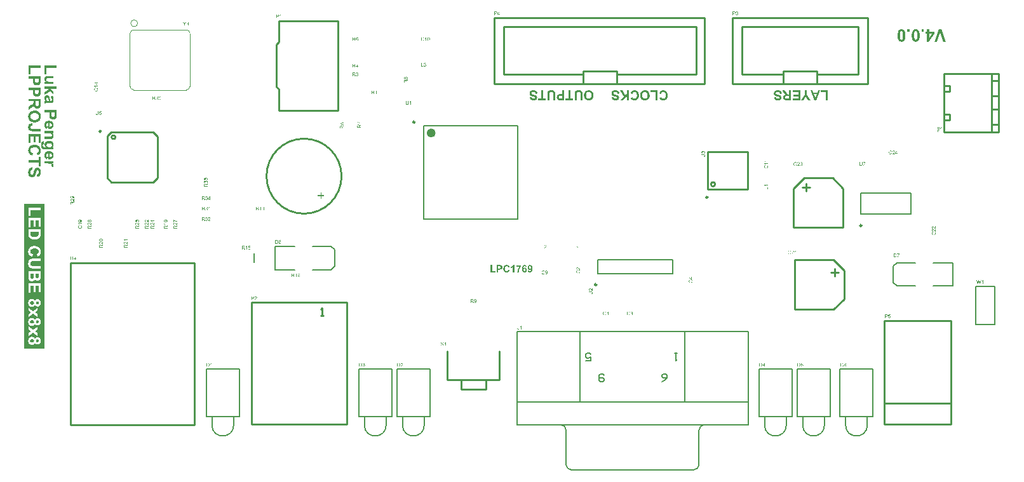
<source format=gto>
%FSAX43Y43*%
%MOMM*%
G71*
G01*
G75*
%ADD10R,0.800X0.900*%
%ADD11R,0.900X0.800*%
%ADD12O,0.600X2.200*%
%ADD13R,0.508X1.500*%
%ADD14R,2.300X2.300*%
%ADD15R,1.200X1.400*%
%ADD16R,2.200X2.200*%
%ADD17O,1.800X0.300*%
%ADD18O,0.300X1.800*%
%ADD19R,2.540X1.016*%
%ADD20R,1.016X2.540*%
%ADD21R,1.200X0.300*%
%ADD22R,0.300X1.200*%
%ADD23R,2.032X0.635*%
%ADD24R,1.000X2.400*%
%ADD25R,3.300X2.400*%
%ADD26C,0.635*%
%ADD27C,0.254*%
%ADD28C,0.381*%
%ADD29C,0.508*%
%ADD30R,9.779X2.159*%
%ADD31R,7.874X1.778*%
%ADD32R,2.540X4.953*%
%ADD33R,2.286X7.874*%
%ADD34R,3.810X25.781*%
%ADD35R,2.794X2.794*%
%ADD36R,3.429X3.048*%
%ADD37R,3.937X3.937*%
%ADD38R,1.651X1.524*%
%ADD39R,2.032X2.009*%
%ADD40R,1.905X1.778*%
%ADD41R,1.778X1.524*%
%ADD42R,1.270X1.270*%
%ADD43R,3.429X4.953*%
%ADD44R,4.826X2.540*%
%ADD45R,1.397X1.524*%
%ADD46C,1.500*%
%ADD47R,1.500X1.500*%
%ADD48C,4.000*%
%ADD49C,0.762*%
%ADD50C,3.000*%
%ADD51C,0.508*%
%ADD52C,1.016*%
%ADD53C,1.524*%
%ADD54R,1.500X1.500*%
%ADD55C,3.810*%
%ADD56C,1.600*%
%ADD57C,4.760*%
%ADD58R,1.690X1.690*%
%ADD59C,1.690*%
%ADD60C,3.556*%
%ADD61R,1.524X1.524*%
%ADD62C,2.032*%
%ADD63C,1.270*%
%ADD64C,1.778*%
%ADD65C,2.000*%
%ADD66R,2.000X2.000*%
%ADD67R,1.000X1.300*%
%ADD68R,1.000X1.800*%
%ADD69R,2.794X2.540*%
%ADD70R,9.525X2.159*%
%ADD71R,3.937X3.683*%
%ADD72R,1.905X1.651*%
%ADD73R,1.397X1.397*%
%ADD74R,1.397X1.651*%
%ADD75R,2.921X2.794*%
%ADD76R,2.667X2.540*%
%ADD77C,0.250*%
%ADD78C,0.100*%
%ADD79C,0.600*%
%ADD80C,0.127*%
%ADD81C,0.200*%
%ADD82C,0.150*%
G36*
X0112844Y0068834D02*
X0112784D01*
Y0069215D01*
X0112783Y0069214D01*
X0112781Y0069212D01*
X0112775Y0069208D01*
X0112769Y0069203D01*
X0112760Y0069196D01*
X0112751Y0069189D01*
X0112740Y0069181D01*
X0112727Y0069174D01*
X0112726D01*
X0112726Y0069173D01*
X0112721Y0069170D01*
X0112714Y0069166D01*
X0112706Y0069162D01*
X0112697Y0069157D01*
X0112686Y0069152D01*
X0112675Y0069147D01*
X0112665Y0069143D01*
Y0069201D01*
X0112666D01*
X0112667Y0069202D01*
X0112670Y0069203D01*
X0112673Y0069206D01*
X0112677Y0069208D01*
X0112683Y0069210D01*
X0112694Y0069217D01*
X0112708Y0069225D01*
X0112723Y0069235D01*
X0112737Y0069246D01*
X0112752Y0069257D01*
X0112752Y0069258D01*
X0112753Y0069259D01*
X0112758Y0069263D01*
X0112764Y0069270D01*
X0112772Y0069278D01*
X0112781Y0069289D01*
X0112790Y0069300D01*
X0112798Y0069312D01*
X0112805Y0069324D01*
X0112844D01*
Y0068834D01*
D02*
G37*
G36*
X0112538Y0068989D02*
Y0068988D01*
Y0068986D01*
Y0068983D01*
Y0068979D01*
X0112537Y0068973D01*
Y0068967D01*
X0112536Y0068954D01*
X0112534Y0068939D01*
X0112532Y0068923D01*
X0112528Y0068907D01*
X0112523Y0068894D01*
X0112522Y0068893D01*
X0112520Y0068889D01*
X0112516Y0068883D01*
X0112512Y0068876D01*
X0112505Y0068867D01*
X0112497Y0068858D01*
X0112487Y0068850D01*
X0112476Y0068843D01*
X0112474Y0068842D01*
X0112470Y0068840D01*
X0112463Y0068838D01*
X0112454Y0068835D01*
X0112443Y0068831D01*
X0112430Y0068829D01*
X0112416Y0068827D01*
X0112400Y0068826D01*
X0112394D01*
X0112390Y0068827D01*
X0112384Y0068827D01*
X0112378Y0068828D01*
X0112364Y0068830D01*
X0112348Y0068835D01*
X0112332Y0068841D01*
X0112324Y0068845D01*
X0112316Y0068850D01*
X0112309Y0068856D01*
X0112302Y0068862D01*
Y0068863D01*
X0112301Y0068864D01*
X0112299Y0068866D01*
X0112297Y0068869D01*
X0112294Y0068873D01*
X0112292Y0068878D01*
X0112288Y0068884D01*
X0112285Y0068890D01*
X0112282Y0068897D01*
X0112279Y0068905D01*
X0112276Y0068914D01*
X0112274Y0068924D01*
X0112272Y0068935D01*
X0112270Y0068947D01*
X0112269Y0068959D01*
Y0068972D01*
X0112327Y0068980D01*
Y0068979D01*
Y0068978D01*
Y0068975D01*
X0112328Y0068971D01*
Y0068967D01*
X0112329Y0068962D01*
X0112331Y0068950D01*
X0112333Y0068936D01*
X0112337Y0068924D01*
X0112342Y0068913D01*
X0112345Y0068907D01*
X0112348Y0068903D01*
X0112349Y0068902D01*
X0112352Y0068900D01*
X0112356Y0068896D01*
X0112361Y0068893D01*
X0112369Y0068890D01*
X0112378Y0068886D01*
X0112388Y0068884D01*
X0112400Y0068883D01*
X0112404D01*
X0112409Y0068884D01*
X0112414Y0068884D01*
X0112421Y0068886D01*
X0112428Y0068887D01*
X0112435Y0068890D01*
X0112442Y0068894D01*
X0112442Y0068895D01*
X0112445Y0068896D01*
X0112447Y0068899D01*
X0112451Y0068902D01*
X0112456Y0068906D01*
X0112459Y0068911D01*
X0112463Y0068917D01*
X0112466Y0068924D01*
Y0068924D01*
X0112468Y0068927D01*
X0112468Y0068932D01*
X0112470Y0068939D01*
X0112471Y0068947D01*
X0112472Y0068958D01*
X0112473Y0068970D01*
Y0068985D01*
Y0069321D01*
X0112538D01*
Y0068989D01*
D02*
G37*
G36*
X0120650Y0079375D02*
X0120163D01*
Y0079440D01*
X0120593D01*
Y0079679D01*
X0120650D01*
Y0079375D01*
D02*
G37*
G36*
X0047982Y0098021D02*
X0048007Y0098019D01*
X0048034D01*
X0048064Y0098014D01*
X0048131Y0098006D01*
X0048200Y0097994D01*
X0048270Y0097977D01*
X0048337Y0097952D01*
X0048339D01*
X0048342Y0097949D01*
X0048357Y0097942D01*
X0048381Y0097929D01*
X0048411Y0097912D01*
X0048446Y0097890D01*
X0048483Y0097865D01*
X0048523Y0097833D01*
X0048560Y0097801D01*
X0048565Y0097796D01*
X0048577Y0097783D01*
X0048595Y0097763D01*
X0048614Y0097739D01*
X0048639Y0097706D01*
X0048664Y0097672D01*
X0048686Y0097632D01*
X0048706Y0097590D01*
Y0097587D01*
X0048709Y0097582D01*
X0048714Y0097575D01*
X0048716Y0097563D01*
X0048721Y0097548D01*
X0048728Y0097530D01*
X0048733Y0097510D01*
X0048741Y0097488D01*
X0048751Y0097436D01*
X0048763Y0097377D01*
X0048771Y0097310D01*
X0048773Y0097238D01*
Y0097233D01*
Y0097223D01*
X0048771Y0097203D01*
Y0097178D01*
X0048766Y0097149D01*
X0048761Y0097114D01*
X0048753Y0097074D01*
X0048746Y0097032D01*
X0048733Y0096985D01*
X0048718Y0096940D01*
X0048699Y0096891D01*
X0048679Y0096844D01*
X0048652Y0096797D01*
X0048622Y0096749D01*
X0048587Y0096705D01*
X0048547Y0096663D01*
X0048545Y0096660D01*
X0048537Y0096653D01*
X0048525Y0096643D01*
X0048505Y0096628D01*
X0048483Y0096613D01*
X0048456Y0096593D01*
X0048423Y0096576D01*
X0048386Y0096554D01*
X0048344Y0096534D01*
X0048297Y0096514D01*
X0048247Y0096497D01*
X0048193Y0096482D01*
X0048133Y0096467D01*
X0048069Y0096457D01*
X0048000Y0096449D01*
X0047928Y0096447D01*
X0047910D01*
X0047890Y0096449D01*
X0047863D01*
X0047828Y0096454D01*
X0047791Y0096459D01*
X0047747Y0096464D01*
X0047702Y0096474D01*
X0047652Y0096484D01*
X0047603Y0096499D01*
X0047551Y0096516D01*
X0047499Y0096539D01*
X0047449Y0096563D01*
X0047400Y0096591D01*
X0047353Y0096625D01*
X0047308Y0096663D01*
X0047305Y0096665D01*
X0047298Y0096673D01*
X0047288Y0096685D01*
X0047273Y0096702D01*
X0047256Y0096722D01*
X0047238Y0096749D01*
X0047219Y0096779D01*
X0047199Y0096814D01*
X0047176Y0096854D01*
X0047157Y0096896D01*
X0047139Y0096943D01*
X0047122Y0096995D01*
X0047107Y0097049D01*
X0047097Y0097106D01*
X0047090Y0097168D01*
X0047087Y0097235D01*
Y0097240D01*
Y0097250D01*
X0047090Y0097270D01*
Y0097295D01*
X0047095Y0097325D01*
X0047100Y0097362D01*
X0047105Y0097401D01*
X0047115Y0097444D01*
X0047127Y0097488D01*
X0047142Y0097535D01*
X0047159Y0097582D01*
X0047181Y0097629D01*
X0047206Y0097679D01*
X0047236Y0097724D01*
X0047268Y0097768D01*
X0047308Y0097810D01*
X0047310Y0097813D01*
X0047318Y0097820D01*
X0047330Y0097830D01*
X0047348Y0097843D01*
X0047370Y0097860D01*
X0047397Y0097877D01*
X0047429Y0097897D01*
X0047467Y0097917D01*
X0047509Y0097937D01*
X0047553Y0097957D01*
X0047603Y0097974D01*
X0047657Y0097991D01*
X0047717Y0098004D01*
X0047779Y0098014D01*
X0047846Y0098021D01*
X0047918Y0098024D01*
X0047960D01*
X0047982Y0098021D01*
D02*
G37*
G36*
X0047652Y0096003D02*
X0047640D01*
X0047630Y0096001D01*
X0047605D01*
X0047576Y0095996D01*
X0047541Y0095991D01*
X0047509Y0095983D01*
X0047479Y0095976D01*
X0047454Y0095964D01*
X0047452Y0095961D01*
X0047442Y0095954D01*
X0047427Y0095941D01*
X0047412Y0095924D01*
X0047395Y0095902D01*
X0047382Y0095874D01*
X0047372Y0095842D01*
X0047367Y0095805D01*
Y0095802D01*
Y0095800D01*
Y0095788D01*
X0047370Y0095768D01*
X0047375Y0095745D01*
X0047382Y0095718D01*
X0047395Y0095693D01*
X0047410Y0095671D01*
X0047429Y0095651D01*
X0047432Y0095649D01*
X0047442Y0095644D01*
X0047459Y0095636D01*
X0047486Y0095626D01*
X0047501Y0095624D01*
X0047521Y0095619D01*
X0047541Y0095614D01*
X0047566Y0095612D01*
X0047593Y0095609D01*
X0047623Y0095607D01*
X0047655Y0095604D01*
X0048746D01*
Y0095274D01*
X0047662D01*
X0047643Y0095277D01*
X0047598Y0095279D01*
X0047546Y0095284D01*
X0047494Y0095289D01*
X0047444Y0095299D01*
X0047400Y0095312D01*
X0047397D01*
X0047395Y0095314D01*
X0047387Y0095317D01*
X0047377Y0095321D01*
X0047350Y0095334D01*
X0047318Y0095351D01*
X0047283Y0095374D01*
X0047243Y0095406D01*
X0047206Y0095440D01*
X0047172Y0095485D01*
Y0095488D01*
X0047169Y0095490D01*
X0047164Y0095497D01*
X0047159Y0095507D01*
X0047152Y0095520D01*
X0047144Y0095535D01*
X0047137Y0095552D01*
X0047129Y0095572D01*
X0047115Y0095619D01*
X0047100Y0095676D01*
X0047090Y0095740D01*
X0047087Y0095815D01*
Y0095817D01*
Y0095825D01*
Y0095837D01*
X0047090Y0095854D01*
X0047092Y0095874D01*
X0047095Y0095897D01*
X0047100Y0095924D01*
X0047105Y0095951D01*
X0047119Y0096011D01*
X0047144Y0096073D01*
X0047159Y0096102D01*
X0047176Y0096132D01*
X0047199Y0096162D01*
X0047221Y0096187D01*
X0047224Y0096189D01*
X0047229Y0096192D01*
X0047236Y0096199D01*
X0047246Y0096206D01*
X0047261Y0096216D01*
X0047278Y0096226D01*
X0047298Y0096239D01*
X0047320Y0096251D01*
X0047348Y0096264D01*
X0047377Y0096276D01*
X0047410Y0096286D01*
X0047444Y0096296D01*
X0047484Y0096303D01*
X0047526Y0096311D01*
X0047571Y0096313D01*
X0047618Y0096316D01*
X0047652Y0096003D01*
D02*
G37*
G36*
X0048746Y0093720D02*
X0048471D01*
Y0094595D01*
X0048109D01*
Y0093782D01*
X0047833D01*
Y0094595D01*
X0047392D01*
Y0093688D01*
X0047117D01*
Y0094925D01*
X0048746D01*
Y0093720D01*
D02*
G37*
G36*
X0120650Y0079897D02*
X0120269D01*
X0120270Y0079896D01*
X0120272Y0079893D01*
X0120276Y0079888D01*
X0120281Y0079882D01*
X0120288Y0079873D01*
X0120295Y0079864D01*
X0120303Y0079853D01*
X0120310Y0079840D01*
Y0079839D01*
X0120311Y0079839D01*
X0120314Y0079834D01*
X0120318Y0079827D01*
X0120322Y0079819D01*
X0120327Y0079810D01*
X0120332Y0079799D01*
X0120337Y0079788D01*
X0120341Y0079778D01*
X0120283D01*
Y0079778D01*
X0120282Y0079780D01*
X0120281Y0079783D01*
X0120278Y0079786D01*
X0120276Y0079790D01*
X0120274Y0079796D01*
X0120267Y0079807D01*
X0120259Y0079821D01*
X0120249Y0079836D01*
X0120238Y0079850D01*
X0120227Y0079865D01*
X0120226Y0079865D01*
X0120225Y0079866D01*
X0120221Y0079870D01*
X0120214Y0079877D01*
X0120206Y0079885D01*
X0120195Y0079894D01*
X0120184Y0079903D01*
X0120172Y0079911D01*
X0120160Y0079918D01*
Y0079957D01*
X0120650D01*
Y0079897D01*
D02*
G37*
G36*
X0099965Y0104375D02*
X0099974Y0104373D01*
X0099985Y0104371D01*
X0099998Y0104368D01*
X0100011Y0104364D01*
X0100023Y0104358D01*
X0100024D01*
X0100025Y0104357D01*
X0100029Y0104355D01*
X0100035Y0104351D01*
X0100043Y0104346D01*
X0100051Y0104339D01*
X0100060Y0104331D01*
X0100068Y0104321D01*
X0100075Y0104311D01*
X0100076Y0104310D01*
X0100078Y0104306D01*
X0100081Y0104300D01*
X0100084Y0104292D01*
X0100087Y0104283D01*
X0100090Y0104272D01*
X0100092Y0104261D01*
X0100093Y0104249D01*
Y0104247D01*
Y0104243D01*
X0100092Y0104238D01*
X0100091Y0104230D01*
X0100088Y0104221D01*
X0100086Y0104212D01*
X0100082Y0104201D01*
X0100076Y0104192D01*
X0100075Y0104190D01*
X0100073Y0104187D01*
X0100068Y0104183D01*
X0100063Y0104177D01*
X0100056Y0104170D01*
X0100048Y0104163D01*
X0100037Y0104156D01*
X0100025Y0104150D01*
X0100026D01*
X0100028Y0104149D01*
X0100030D01*
X0100033Y0104148D01*
X0100040Y0104146D01*
X0100050Y0104141D01*
X0100060Y0104136D01*
X0100071Y0104129D01*
X0100083Y0104120D01*
X0100092Y0104108D01*
X0100093Y0104107D01*
X0100096Y0104103D01*
X0100100Y0104096D01*
X0100105Y0104087D01*
X0100109Y0104076D01*
X0100113Y0104063D01*
X0100116Y0104047D01*
X0100117Y0104030D01*
Y0104029D01*
Y0104027D01*
Y0104024D01*
X0100116Y0104020D01*
X0100115Y0104014D01*
X0100114Y0104008D01*
X0100113Y0104000D01*
X0100111Y0103993D01*
X0100106Y0103976D01*
X0100102Y0103966D01*
X0100097Y0103957D01*
X0100091Y0103948D01*
X0100086Y0103939D01*
X0100078Y0103930D01*
X0100070Y0103922D01*
X0100069Y0103921D01*
X0100068Y0103919D01*
X0100065Y0103918D01*
X0100062Y0103915D01*
X0100057Y0103911D01*
X0100051Y0103908D01*
X0100045Y0103904D01*
X0100038Y0103900D01*
X0100030Y0103896D01*
X0100021Y0103892D01*
X0100011Y0103888D01*
X0100001Y0103885D01*
X0099990Y0103882D01*
X0099978Y0103880D01*
X0099965Y0103879D01*
X0099953Y0103878D01*
X0099947D01*
X0099942Y0103879D01*
X0099936Y0103879D01*
X0099931Y0103880D01*
X0099923Y0103881D01*
X0099916Y0103882D01*
X0099899Y0103887D01*
X0099881Y0103894D01*
X0099872Y0103898D01*
X0099864Y0103903D01*
X0099855Y0103909D01*
X0099847Y0103916D01*
X0099846Y0103916D01*
X0099845Y0103917D01*
X0099843Y0103919D01*
X0099840Y0103922D01*
X0099837Y0103927D01*
X0099833Y0103931D01*
X0099829Y0103936D01*
X0099825Y0103942D01*
X0099816Y0103957D01*
X0099809Y0103974D01*
X0099802Y0103994D01*
X0099800Y0104004D01*
X0099798Y0104015D01*
X0099859Y0104023D01*
Y0104022D01*
X0099859Y0104021D01*
Y0104018D01*
X0099861Y0104015D01*
X0099863Y0104006D01*
X0099867Y0103995D01*
X0099871Y0103983D01*
X0099877Y0103971D01*
X0099885Y0103959D01*
X0099893Y0103950D01*
X0099894Y0103949D01*
X0099897Y0103946D01*
X0099902Y0103943D01*
X0099910Y0103939D01*
X0099918Y0103935D01*
X0099928Y0103931D01*
X0099940Y0103928D01*
X0099953Y0103928D01*
X0099957D01*
X0099960Y0103928D01*
X0099968Y0103929D01*
X0099977Y0103931D01*
X0099989Y0103935D01*
X0100001Y0103939D01*
X0100013Y0103947D01*
X0100024Y0103956D01*
X0100025Y0103958D01*
X0100028Y0103962D01*
X0100033Y0103968D01*
X0100039Y0103976D01*
X0100044Y0103987D01*
X0100048Y0103999D01*
X0100051Y0104014D01*
X0100053Y0104029D01*
Y0104030D01*
Y0104031D01*
Y0104033D01*
X0100052Y0104036D01*
X0100051Y0104043D01*
X0100049Y0104053D01*
X0100046Y0104063D01*
X0100041Y0104075D01*
X0100034Y0104086D01*
X0100025Y0104097D01*
X0100024Y0104098D01*
X0100021Y0104101D01*
X0100015Y0104105D01*
X0100007Y0104110D01*
X0099997Y0104115D01*
X0099985Y0104119D01*
X0099973Y0104122D01*
X0099958Y0104123D01*
X0099951D01*
X0099946Y0104123D01*
X0099940Y0104122D01*
X0099933Y0104121D01*
X0099925Y0104120D01*
X0099916Y0104117D01*
X0099922Y0104170D01*
X0099926D01*
X0099929Y0104169D01*
X0099939D01*
X0099945Y0104170D01*
X0099955Y0104172D01*
X0099965Y0104174D01*
X0099976Y0104177D01*
X0099988Y0104182D01*
X0100000Y0104189D01*
X0100002Y0104189D01*
X0100005Y0104192D01*
X0100010Y0104198D01*
X0100016Y0104204D01*
X0100022Y0104212D01*
X0100026Y0104223D01*
X0100030Y0104235D01*
X0100031Y0104250D01*
Y0104251D01*
Y0104252D01*
Y0104255D01*
X0100030Y0104261D01*
X0100028Y0104269D01*
X0100026Y0104278D01*
X0100022Y0104287D01*
X0100017Y0104296D01*
X0100009Y0104304D01*
X0100008Y0104305D01*
X0100005Y0104308D01*
X0100000Y0104312D01*
X0099994Y0104315D01*
X0099985Y0104320D01*
X0099976Y0104323D01*
X0099965Y0104326D01*
X0099952Y0104327D01*
X0099946D01*
X0099939Y0104325D01*
X0099932Y0104324D01*
X0099922Y0104321D01*
X0099913Y0104317D01*
X0099903Y0104312D01*
X0099893Y0104304D01*
X0099893Y0104304D01*
X0099890Y0104301D01*
X0099886Y0104295D01*
X0099882Y0104288D01*
X0099876Y0104279D01*
X0099872Y0104268D01*
X0099867Y0104255D01*
X0099865Y0104239D01*
X0099804Y0104249D01*
Y0104250D01*
X0099805Y0104252D01*
X0099806Y0104255D01*
X0099807Y0104259D01*
X0099808Y0104264D01*
X0099810Y0104270D01*
X0099815Y0104284D01*
X0099821Y0104298D01*
X0099830Y0104314D01*
X0099840Y0104329D01*
X0099853Y0104342D01*
X0099854Y0104343D01*
X0099855Y0104344D01*
X0099857Y0104345D01*
X0099861Y0104347D01*
X0099865Y0104350D01*
X0099869Y0104353D01*
X0099880Y0104359D01*
X0099894Y0104365D01*
X0099911Y0104370D01*
X0099930Y0104374D01*
X0099940Y0104376D01*
X0099957D01*
X0099965Y0104375D01*
D02*
G37*
G36*
X0145669Y0087503D02*
X0145182D01*
Y0087568D01*
X0145612D01*
Y0087807D01*
X0145669D01*
Y0087503D01*
D02*
G37*
G36*
X0145553Y0088111D02*
X0145669D01*
Y0088051D01*
X0145553D01*
Y0087840D01*
X0145498D01*
X0145182Y0088062D01*
Y0088111D01*
X0145498D01*
Y0088177D01*
X0145553D01*
Y0088111D01*
D02*
G37*
G36*
X0115573Y0079686D02*
X0115812D01*
Y0079629D01*
X0115508D01*
Y0080116D01*
X0115573D01*
Y0079686D01*
D02*
G37*
G36*
X0116038Y0080118D02*
X0116043Y0080117D01*
X0116050Y0080116D01*
X0116058Y0080116D01*
X0116066Y0080113D01*
X0116084Y0080109D01*
X0116102Y0080102D01*
X0116112Y0080098D01*
X0116121Y0080093D01*
X0116129Y0080086D01*
X0116137Y0080079D01*
X0116138Y0080078D01*
X0116138Y0080078D01*
X0116141Y0080075D01*
X0116144Y0080073D01*
X0116147Y0080068D01*
X0116150Y0080064D01*
X0116158Y0080052D01*
X0116165Y0080038D01*
X0116172Y0080022D01*
X0116177Y0080004D01*
X0116178Y0079993D01*
X0116178Y0079983D01*
Y0079981D01*
Y0079978D01*
X0116178Y0079972D01*
X0116177Y0079964D01*
X0116176Y0079955D01*
X0116173Y0079946D01*
X0116170Y0079935D01*
X0116166Y0079925D01*
X0116165Y0079923D01*
X0116164Y0079920D01*
X0116161Y0079915D01*
X0116156Y0079907D01*
X0116151Y0079898D01*
X0116144Y0079888D01*
X0116135Y0079877D01*
X0116126Y0079866D01*
X0116124Y0079864D01*
X0116121Y0079860D01*
X0116114Y0079853D01*
X0116109Y0079849D01*
X0116104Y0079843D01*
X0116098Y0079837D01*
X0116091Y0079831D01*
X0116084Y0079824D01*
X0116075Y0079816D01*
X0116066Y0079808D01*
X0116056Y0079799D01*
X0116046Y0079790D01*
X0116034Y0079780D01*
X0116033Y0079779D01*
X0116032Y0079777D01*
X0116029Y0079775D01*
X0116025Y0079772D01*
X0116016Y0079765D01*
X0116005Y0079755D01*
X0115994Y0079745D01*
X0115982Y0079734D01*
X0115972Y0079725D01*
X0115969Y0079722D01*
X0115965Y0079718D01*
X0115964Y0079717D01*
X0115963Y0079715D01*
X0115960Y0079712D01*
X0115956Y0079708D01*
X0115948Y0079698D01*
X0115940Y0079686D01*
X0116179D01*
Y0079629D01*
X0115857D01*
Y0079630D01*
Y0079633D01*
Y0079637D01*
X0115857Y0079642D01*
X0115858Y0079648D01*
X0115859Y0079655D01*
X0115861Y0079662D01*
X0115863Y0079670D01*
Y0079671D01*
X0115864Y0079671D01*
X0115865Y0079676D01*
X0115868Y0079682D01*
X0115873Y0079691D01*
X0115878Y0079700D01*
X0115886Y0079711D01*
X0115893Y0079722D01*
X0115903Y0079734D01*
Y0079735D01*
X0115904Y0079736D01*
X0115908Y0079740D01*
X0115914Y0079747D01*
X0115923Y0079756D01*
X0115934Y0079766D01*
X0115947Y0079779D01*
X0115963Y0079793D01*
X0115981Y0079808D01*
X0115982Y0079809D01*
X0115985Y0079811D01*
X0115989Y0079814D01*
X0115994Y0079820D01*
X0116000Y0079825D01*
X0116008Y0079831D01*
X0116024Y0079846D01*
X0116042Y0079863D01*
X0116060Y0079880D01*
X0116069Y0079888D01*
X0116076Y0079896D01*
X0116083Y0079904D01*
X0116089Y0079912D01*
Y0079912D01*
X0116090Y0079913D01*
X0116092Y0079915D01*
X0116093Y0079918D01*
X0116098Y0079926D01*
X0116103Y0079935D01*
X0116108Y0079946D01*
X0116112Y0079958D01*
X0116115Y0079972D01*
X0116117Y0079984D01*
Y0079985D01*
Y0079986D01*
X0116116Y0079990D01*
X0116115Y0079997D01*
X0116114Y0080005D01*
X0116110Y0080015D01*
X0116106Y0080024D01*
X0116100Y0080035D01*
X0116091Y0080044D01*
X0116089Y0080045D01*
X0116087Y0080048D01*
X0116081Y0080052D01*
X0116073Y0080057D01*
X0116064Y0080061D01*
X0116052Y0080065D01*
X0116039Y0080068D01*
X0116024Y0080069D01*
X0116020D01*
X0116017Y0080068D01*
X0116009Y0080067D01*
X0116000Y0080066D01*
X0115989Y0080062D01*
X0115977Y0080058D01*
X0115966Y0080051D01*
X0115955Y0080042D01*
X0115954Y0080041D01*
X0115952Y0080038D01*
X0115947Y0080032D01*
X0115943Y0080024D01*
X0115937Y0080013D01*
X0115934Y0080001D01*
X0115931Y0079987D01*
X0115929Y0079971D01*
X0115868Y0079978D01*
Y0079978D01*
Y0079981D01*
X0115868Y0079984D01*
X0115869Y0079989D01*
X0115871Y0079995D01*
X0115871Y0080001D01*
X0115876Y0080016D01*
X0115882Y0080033D01*
X0115890Y0080050D01*
X0115901Y0080067D01*
X0115907Y0080075D01*
X0115914Y0080082D01*
X0115915Y0080083D01*
X0115917Y0080084D01*
X0115919Y0080086D01*
X0115922Y0080088D01*
X0115926Y0080090D01*
X0115932Y0080094D01*
X0115937Y0080097D01*
X0115944Y0080101D01*
X0115952Y0080104D01*
X0115960Y0080107D01*
X0115969Y0080110D01*
X0115979Y0080113D01*
X0116001Y0080117D01*
X0116013Y0080118D01*
X0116026Y0080119D01*
X0116032D01*
X0116038Y0080118D01*
D02*
G37*
G36*
X0099506Y0103943D02*
X0099745D01*
Y0103886D01*
X0099441D01*
Y0104373D01*
X0099506D01*
Y0103943D01*
D02*
G37*
G36*
X0155521Y0064368D02*
X0155534Y0064367D01*
X0155549Y0064365D01*
X0155563Y0064363D01*
X0155575Y0064361D01*
X0155575D01*
X0155577Y0064360D01*
X0155578D01*
X0155581Y0064359D01*
X0155589Y0064356D01*
X0155599Y0064353D01*
X0155610Y0064348D01*
X0155622Y0064342D01*
X0155634Y0064335D01*
X0155646Y0064326D01*
X0155647D01*
X0155647Y0064325D01*
X0155653Y0064320D01*
X0155659Y0064313D01*
X0155667Y0064303D01*
X0155677Y0064291D01*
X0155687Y0064277D01*
X0155696Y0064261D01*
X0155704Y0064242D01*
Y0064241D01*
X0155704Y0064240D01*
X0155705Y0064237D01*
X0155707Y0064233D01*
X0155708Y0064229D01*
X0155710Y0064223D01*
X0155712Y0064216D01*
X0155713Y0064209D01*
X0155715Y0064201D01*
X0155717Y0064192D01*
X0155720Y0064172D01*
X0155722Y0064151D01*
X0155723Y0064127D01*
Y0064127D01*
Y0064125D01*
Y0064122D01*
Y0064118D01*
X0155722Y0064113D01*
Y0064107D01*
X0155722Y0064094D01*
X0155720Y0064079D01*
X0155717Y0064062D01*
X0155714Y0064045D01*
X0155710Y0064029D01*
Y0064028D01*
X0155709Y0064026D01*
X0155708Y0064024D01*
X0155707Y0064021D01*
X0155704Y0064014D01*
X0155701Y0064003D01*
X0155696Y0063992D01*
X0155690Y0063980D01*
X0155684Y0063969D01*
X0155676Y0063957D01*
X0155676Y0063956D01*
X0155673Y0063953D01*
X0155669Y0063948D01*
X0155663Y0063941D01*
X0155657Y0063934D01*
X0155649Y0063927D01*
X0155641Y0063920D01*
X0155632Y0063913D01*
X0155631Y0063912D01*
X0155627Y0063911D01*
X0155622Y0063908D01*
X0155615Y0063904D01*
X0155607Y0063900D01*
X0155598Y0063897D01*
X0155587Y0063893D01*
X0155574Y0063889D01*
X0155572D01*
X0155568Y0063888D01*
X0155561Y0063887D01*
X0155552Y0063885D01*
X0155541Y0063884D01*
X0155527Y0063882D01*
X0155512Y0063882D01*
X0155496Y0063881D01*
X0155321D01*
Y0064368D01*
X0155508D01*
X0155521Y0064368D01*
D02*
G37*
G36*
X0048746Y0102107D02*
Y0102104D01*
Y0102094D01*
Y0102079D01*
Y0102057D01*
Y0102035D01*
Y0102007D01*
X0048743Y0101978D01*
Y0101945D01*
X0048741Y0101879D01*
X0048736Y0101814D01*
X0048733Y0101784D01*
X0048728Y0101757D01*
X0048726Y0101735D01*
X0048721Y0101715D01*
Y0101712D01*
X0048718Y0101707D01*
X0048716Y0101703D01*
X0048714Y0101693D01*
X0048704Y0101665D01*
X0048686Y0101633D01*
X0048666Y0101596D01*
X0048637Y0101559D01*
X0048602Y0101519D01*
X0048560Y0101482D01*
X0048557D01*
X0048555Y0101477D01*
X0048547Y0101472D01*
X0048537Y0101467D01*
X0048525Y0101460D01*
X0048510Y0101452D01*
X0048476Y0101432D01*
X0048428Y0101415D01*
X0048374Y0101400D01*
X0048312Y0101390D01*
X0048242Y0101385D01*
X0048218D01*
X0048190Y0101388D01*
X0048156Y0101393D01*
X0048116Y0101398D01*
X0048074Y0101408D01*
X0048032Y0101422D01*
X0047992Y0101440D01*
X0047987Y0101442D01*
X0047975Y0101450D01*
X0047957Y0101462D01*
X0047935Y0101477D01*
X0047908Y0101497D01*
X0047881Y0101522D01*
X0047856Y0101549D01*
X0047831Y0101579D01*
X0047828Y0101581D01*
X0047821Y0101593D01*
X0047811Y0101611D01*
X0047801Y0101631D01*
X0047786Y0101658D01*
X0047774Y0101685D01*
X0047764Y0101717D01*
X0047754Y0101750D01*
Y0101752D01*
Y0101755D01*
X0047752Y0101762D01*
Y0101772D01*
X0047749Y0101784D01*
X0047747Y0101799D01*
X0047744Y0101817D01*
Y0101836D01*
X0047742Y0101859D01*
X0047739Y0101883D01*
X0047737Y0101911D01*
X0047734Y0101943D01*
Y0101975D01*
X0047732Y0102010D01*
Y0102050D01*
Y0102089D01*
Y0102302D01*
X0047117D01*
Y0102632D01*
X0048746D01*
Y0102107D01*
D02*
G37*
G36*
X0149806Y0064368D02*
X0149819Y0064367D01*
X0149834Y0064365D01*
X0149848Y0064363D01*
X0149860Y0064361D01*
X0149860D01*
X0149862Y0064360D01*
X0149863D01*
X0149866Y0064359D01*
X0149874Y0064356D01*
X0149884Y0064353D01*
X0149895Y0064348D01*
X0149907Y0064342D01*
X0149919Y0064335D01*
X0149931Y0064326D01*
X0149932D01*
X0149932Y0064325D01*
X0149938Y0064320D01*
X0149944Y0064313D01*
X0149952Y0064303D01*
X0149962Y0064291D01*
X0149972Y0064277D01*
X0149981Y0064261D01*
X0149989Y0064242D01*
Y0064241D01*
X0149989Y0064240D01*
X0149990Y0064237D01*
X0149992Y0064233D01*
X0149993Y0064229D01*
X0149995Y0064223D01*
X0149997Y0064216D01*
X0149998Y0064209D01*
X0150000Y0064201D01*
X0150002Y0064192D01*
X0150005Y0064172D01*
X0150007Y0064151D01*
X0150008Y0064127D01*
Y0064127D01*
Y0064125D01*
Y0064122D01*
Y0064118D01*
X0150007Y0064113D01*
Y0064107D01*
X0150007Y0064094D01*
X0150005Y0064079D01*
X0150002Y0064062D01*
X0149999Y0064045D01*
X0149995Y0064029D01*
Y0064028D01*
X0149994Y0064026D01*
X0149993Y0064024D01*
X0149992Y0064021D01*
X0149989Y0064014D01*
X0149986Y0064003D01*
X0149981Y0063992D01*
X0149975Y0063980D01*
X0149969Y0063969D01*
X0149961Y0063957D01*
X0149961Y0063956D01*
X0149958Y0063953D01*
X0149954Y0063948D01*
X0149948Y0063941D01*
X0149942Y0063934D01*
X0149934Y0063927D01*
X0149926Y0063920D01*
X0149917Y0063913D01*
X0149916Y0063912D01*
X0149912Y0063911D01*
X0149907Y0063908D01*
X0149900Y0063904D01*
X0149892Y0063900D01*
X0149883Y0063897D01*
X0149872Y0063893D01*
X0149859Y0063889D01*
X0149857D01*
X0149853Y0063888D01*
X0149846Y0063887D01*
X0149837Y0063885D01*
X0149826Y0063884D01*
X0149812Y0063882D01*
X0149797Y0063882D01*
X0149781Y0063881D01*
X0149606D01*
Y0064368D01*
X0149793D01*
X0149806Y0064368D01*
D02*
G37*
G36*
X0150372Y0064304D02*
X0150178D01*
X0150151Y0064172D01*
X0150152Y0064173D01*
X0150153Y0064174D01*
X0150156Y0064175D01*
X0150159Y0064178D01*
X0150163Y0064180D01*
X0150167Y0064182D01*
X0150179Y0064188D01*
X0150193Y0064194D01*
X0150208Y0064198D01*
X0150225Y0064202D01*
X0150243Y0064204D01*
X0150249D01*
X0150253Y0064203D01*
X0150259Y0064202D01*
X0150265Y0064201D01*
X0150273Y0064200D01*
X0150280Y0064198D01*
X0150297Y0064193D01*
X0150306Y0064190D01*
X0150315Y0064185D01*
X0150325Y0064180D01*
X0150334Y0064174D01*
X0150342Y0064167D01*
X0150351Y0064159D01*
X0150351Y0064158D01*
X0150353Y0064157D01*
X0150355Y0064155D01*
X0150357Y0064151D01*
X0150361Y0064147D01*
X0150365Y0064141D01*
X0150368Y0064135D01*
X0150373Y0064129D01*
X0150377Y0064121D01*
X0150381Y0064112D01*
X0150385Y0064103D01*
X0150388Y0064093D01*
X0150391Y0064082D01*
X0150393Y0064071D01*
X0150394Y0064058D01*
X0150395Y0064046D01*
Y0064045D01*
Y0064043D01*
Y0064039D01*
X0150394Y0064035D01*
X0150394Y0064029D01*
X0150393Y0064022D01*
X0150392Y0064015D01*
X0150391Y0064006D01*
X0150386Y0063989D01*
X0150379Y0063970D01*
X0150374Y0063960D01*
X0150369Y0063950D01*
X0150363Y0063940D01*
X0150357Y0063931D01*
X0150356Y0063931D01*
X0150354Y0063929D01*
X0150351Y0063926D01*
X0150348Y0063923D01*
X0150343Y0063918D01*
X0150337Y0063913D01*
X0150331Y0063908D01*
X0150322Y0063903D01*
X0150314Y0063897D01*
X0150305Y0063891D01*
X0150294Y0063886D01*
X0150282Y0063882D01*
X0150270Y0063878D01*
X0150257Y0063875D01*
X0150243Y0063874D01*
X0150228Y0063873D01*
X0150222D01*
X0150217Y0063874D01*
X0150212Y0063874D01*
X0150205Y0063875D01*
X0150198Y0063876D01*
X0150190Y0063877D01*
X0150173Y0063882D01*
X0150155Y0063888D01*
X0150146Y0063893D01*
X0150137Y0063898D01*
X0150128Y0063903D01*
X0150120Y0063910D01*
X0150119Y0063911D01*
X0150118Y0063911D01*
X0150116Y0063914D01*
X0150113Y0063917D01*
X0150110Y0063920D01*
X0150107Y0063925D01*
X0150103Y0063930D01*
X0150098Y0063936D01*
X0150090Y0063950D01*
X0150082Y0063967D01*
X0150076Y0063986D01*
X0150074Y0063997D01*
X0150073Y0064009D01*
X0150136Y0064013D01*
Y0064012D01*
Y0064011D01*
X0150136Y0064009D01*
X0150137Y0064006D01*
X0150139Y0063997D01*
X0150142Y0063987D01*
X0150146Y0063976D01*
X0150152Y0063965D01*
X0150159Y0063954D01*
X0150167Y0063944D01*
X0150169Y0063943D01*
X0150172Y0063940D01*
X0150177Y0063937D01*
X0150185Y0063933D01*
X0150193Y0063929D01*
X0150204Y0063925D01*
X0150216Y0063923D01*
X0150228Y0063922D01*
X0150233D01*
X0150236Y0063923D01*
X0150244Y0063923D01*
X0150254Y0063925D01*
X0150265Y0063930D01*
X0150278Y0063935D01*
X0150290Y0063943D01*
X0150296Y0063948D01*
X0150302Y0063954D01*
Y0063954D01*
X0150303Y0063955D01*
X0150306Y0063960D01*
X0150311Y0063967D01*
X0150317Y0063977D01*
X0150322Y0063989D01*
X0150327Y0064004D01*
X0150330Y0064021D01*
X0150331Y0064040D01*
Y0064041D01*
Y0064043D01*
Y0064046D01*
X0150331Y0064049D01*
Y0064053D01*
X0150330Y0064058D01*
X0150328Y0064070D01*
X0150325Y0064083D01*
X0150320Y0064096D01*
X0150312Y0064109D01*
X0150302Y0064121D01*
X0150301Y0064123D01*
X0150297Y0064126D01*
X0150291Y0064131D01*
X0150282Y0064136D01*
X0150272Y0064141D01*
X0150259Y0064147D01*
X0150244Y0064149D01*
X0150228Y0064151D01*
X0150222D01*
X0150217Y0064150D01*
X0150210Y0064149D01*
X0150202Y0064147D01*
X0150193Y0064145D01*
X0150184Y0064141D01*
X0150175Y0064137D01*
X0150174Y0064136D01*
X0150171Y0064135D01*
X0150167Y0064132D01*
X0150162Y0064128D01*
X0150156Y0064123D01*
X0150150Y0064117D01*
X0150144Y0064110D01*
X0150139Y0064103D01*
X0150083Y0064111D01*
X0150130Y0064361D01*
X0150372D01*
Y0064304D01*
D02*
G37*
G36*
X0091819Y0064370D02*
X0091829Y0064368D01*
X0091840Y0064366D01*
X0091853Y0064363D01*
X0091865Y0064359D01*
X0091878Y0064353D01*
X0091879D01*
X0091879Y0064352D01*
X0091884Y0064350D01*
X0091890Y0064346D01*
X0091897Y0064341D01*
X0091905Y0064334D01*
X0091914Y0064326D01*
X0091922Y0064316D01*
X0091930Y0064306D01*
X0091931Y0064304D01*
X0091933Y0064301D01*
X0091936Y0064295D01*
X0091939Y0064287D01*
X0091942Y0064278D01*
X0091945Y0064267D01*
X0091947Y0064256D01*
X0091948Y0064244D01*
Y0064242D01*
Y0064238D01*
X0091947Y0064233D01*
X0091945Y0064225D01*
X0091943Y0064216D01*
X0091940Y0064207D01*
X0091937Y0064196D01*
X0091931Y0064187D01*
X0091930Y0064185D01*
X0091928Y0064182D01*
X0091923Y0064178D01*
X0091918Y0064172D01*
X0091911Y0064165D01*
X0091902Y0064158D01*
X0091892Y0064151D01*
X0091880Y0064145D01*
X0091881D01*
X0091882Y0064144D01*
X0091885D01*
X0091888Y0064143D01*
X0091895Y0064141D01*
X0091905Y0064136D01*
X0091915Y0064131D01*
X0091926Y0064124D01*
X0091937Y0064115D01*
X0091947Y0064104D01*
X0091948Y0064102D01*
X0091951Y0064098D01*
X0091954Y0064091D01*
X0091960Y0064082D01*
X0091964Y0064071D01*
X0091968Y0064058D01*
X0091971Y0064042D01*
X0091971Y0064025D01*
Y0064024D01*
Y0064022D01*
Y0064019D01*
X0091971Y0064015D01*
X0091970Y0064009D01*
X0091969Y0064003D01*
X0091968Y0063995D01*
X0091966Y0063988D01*
X0091960Y0063971D01*
X0091957Y0063961D01*
X0091951Y0063952D01*
X0091946Y0063943D01*
X0091940Y0063934D01*
X0091933Y0063925D01*
X0091925Y0063917D01*
X0091924Y0063916D01*
X0091922Y0063914D01*
X0091920Y0063913D01*
X0091917Y0063910D01*
X0091912Y0063906D01*
X0091906Y0063903D01*
X0091899Y0063899D01*
X0091893Y0063895D01*
X0091885Y0063891D01*
X0091876Y0063887D01*
X0091866Y0063883D01*
X0091856Y0063880D01*
X0091845Y0063877D01*
X0091833Y0063875D01*
X0091820Y0063874D01*
X0091808Y0063873D01*
X0091802D01*
X0091797Y0063874D01*
X0091791Y0063874D01*
X0091785Y0063875D01*
X0091778Y0063876D01*
X0091770Y0063877D01*
X0091753Y0063882D01*
X0091736Y0063889D01*
X0091727Y0063893D01*
X0091719Y0063898D01*
X0091710Y0063904D01*
X0091701Y0063911D01*
X0091701Y0063911D01*
X0091700Y0063912D01*
X0091698Y0063914D01*
X0091695Y0063917D01*
X0091692Y0063922D01*
X0091688Y0063926D01*
X0091684Y0063931D01*
X0091680Y0063937D01*
X0091671Y0063952D01*
X0091664Y0063969D01*
X0091657Y0063989D01*
X0091655Y0063999D01*
X0091653Y0064010D01*
X0091713Y0064018D01*
Y0064017D01*
X0091714Y0064016D01*
Y0064013D01*
X0091716Y0064010D01*
X0091718Y0064001D01*
X0091721Y0063990D01*
X0091726Y0063978D01*
X0091732Y0063966D01*
X0091739Y0063954D01*
X0091747Y0063945D01*
X0091749Y0063944D01*
X0091752Y0063941D01*
X0091757Y0063938D01*
X0091765Y0063934D01*
X0091773Y0063930D01*
X0091783Y0063926D01*
X0091795Y0063923D01*
X0091808Y0063923D01*
X0091812D01*
X0091815Y0063923D01*
X0091822Y0063924D01*
X0091832Y0063926D01*
X0091844Y0063930D01*
X0091856Y0063934D01*
X0091868Y0063942D01*
X0091879Y0063951D01*
X0091880Y0063953D01*
X0091883Y0063957D01*
X0091888Y0063963D01*
X0091894Y0063971D01*
X0091899Y0063982D01*
X0091903Y0063994D01*
X0091906Y0064009D01*
X0091908Y0064024D01*
Y0064025D01*
Y0064026D01*
Y0064028D01*
X0091907Y0064031D01*
X0091906Y0064038D01*
X0091904Y0064048D01*
X0091901Y0064058D01*
X0091896Y0064070D01*
X0091889Y0064081D01*
X0091880Y0064092D01*
X0091879Y0064093D01*
X0091876Y0064096D01*
X0091870Y0064100D01*
X0091862Y0064105D01*
X0091852Y0064110D01*
X0091840Y0064114D01*
X0091828Y0064117D01*
X0091813Y0064118D01*
X0091806D01*
X0091801Y0064118D01*
X0091795Y0064117D01*
X0091787Y0064116D01*
X0091779Y0064115D01*
X0091770Y0064112D01*
X0091777Y0064165D01*
X0091781D01*
X0091784Y0064164D01*
X0091793D01*
X0091800Y0064165D01*
X0091810Y0064167D01*
X0091820Y0064169D01*
X0091831Y0064172D01*
X0091843Y0064177D01*
X0091855Y0064184D01*
X0091856Y0064184D01*
X0091860Y0064187D01*
X0091865Y0064193D01*
X0091871Y0064199D01*
X0091877Y0064207D01*
X0091881Y0064218D01*
X0091885Y0064230D01*
X0091886Y0064245D01*
Y0064246D01*
Y0064247D01*
Y0064250D01*
X0091885Y0064256D01*
X0091883Y0064264D01*
X0091881Y0064273D01*
X0091877Y0064282D01*
X0091871Y0064291D01*
X0091864Y0064299D01*
X0091863Y0064300D01*
X0091860Y0064303D01*
X0091855Y0064307D01*
X0091848Y0064310D01*
X0091840Y0064315D01*
X0091831Y0064318D01*
X0091819Y0064321D01*
X0091807Y0064322D01*
X0091801D01*
X0091794Y0064320D01*
X0091787Y0064319D01*
X0091777Y0064316D01*
X0091767Y0064312D01*
X0091758Y0064307D01*
X0091748Y0064299D01*
X0091747Y0064299D01*
X0091744Y0064296D01*
X0091741Y0064290D01*
X0091736Y0064283D01*
X0091731Y0064274D01*
X0091727Y0064263D01*
X0091722Y0064250D01*
X0091719Y0064234D01*
X0091659Y0064244D01*
Y0064245D01*
X0091660Y0064247D01*
X0091661Y0064250D01*
X0091661Y0064254D01*
X0091663Y0064259D01*
X0091664Y0064265D01*
X0091670Y0064279D01*
X0091676Y0064293D01*
X0091684Y0064309D01*
X0091695Y0064324D01*
X0091708Y0064337D01*
X0091709Y0064338D01*
X0091710Y0064339D01*
X0091712Y0064340D01*
X0091716Y0064342D01*
X0091719Y0064345D01*
X0091724Y0064348D01*
X0091735Y0064354D01*
X0091749Y0064360D01*
X0091766Y0064365D01*
X0091785Y0064369D01*
X0091795Y0064371D01*
X0091812D01*
X0091819Y0064370D01*
D02*
G37*
G36*
X0144726Y0064368D02*
X0144739Y0064367D01*
X0144754Y0064365D01*
X0144768Y0064363D01*
X0144780Y0064361D01*
X0144780D01*
X0144782Y0064360D01*
X0144783D01*
X0144786Y0064359D01*
X0144794Y0064356D01*
X0144804Y0064353D01*
X0144815Y0064348D01*
X0144827Y0064342D01*
X0144839Y0064335D01*
X0144851Y0064326D01*
X0144852D01*
X0144852Y0064325D01*
X0144858Y0064320D01*
X0144864Y0064313D01*
X0144872Y0064303D01*
X0144882Y0064291D01*
X0144892Y0064277D01*
X0144901Y0064261D01*
X0144909Y0064242D01*
Y0064241D01*
X0144909Y0064240D01*
X0144910Y0064237D01*
X0144912Y0064233D01*
X0144913Y0064229D01*
X0144915Y0064223D01*
X0144917Y0064216D01*
X0144918Y0064209D01*
X0144920Y0064201D01*
X0144922Y0064192D01*
X0144925Y0064172D01*
X0144927Y0064151D01*
X0144928Y0064127D01*
Y0064127D01*
Y0064125D01*
Y0064122D01*
Y0064118D01*
X0144927Y0064113D01*
Y0064107D01*
X0144927Y0064094D01*
X0144925Y0064079D01*
X0144922Y0064062D01*
X0144919Y0064045D01*
X0144915Y0064029D01*
Y0064028D01*
X0144914Y0064026D01*
X0144913Y0064024D01*
X0144912Y0064021D01*
X0144909Y0064014D01*
X0144906Y0064003D01*
X0144901Y0063992D01*
X0144895Y0063980D01*
X0144889Y0063969D01*
X0144881Y0063957D01*
X0144881Y0063956D01*
X0144878Y0063953D01*
X0144874Y0063948D01*
X0144868Y0063941D01*
X0144862Y0063934D01*
X0144854Y0063927D01*
X0144846Y0063920D01*
X0144837Y0063913D01*
X0144836Y0063912D01*
X0144832Y0063911D01*
X0144827Y0063908D01*
X0144820Y0063904D01*
X0144812Y0063900D01*
X0144803Y0063897D01*
X0144792Y0063893D01*
X0144779Y0063889D01*
X0144777D01*
X0144773Y0063888D01*
X0144766Y0063887D01*
X0144757Y0063885D01*
X0144746Y0063884D01*
X0144732Y0063882D01*
X0144717Y0063882D01*
X0144701Y0063881D01*
X0144526D01*
Y0064368D01*
X0144713D01*
X0144726Y0064368D01*
D02*
G37*
G36*
X0145244Y0064052D02*
X0145310D01*
Y0063997D01*
X0145244D01*
Y0063881D01*
X0145184D01*
Y0063997D01*
X0144972D01*
Y0064052D01*
X0145195Y0064368D01*
X0145244D01*
Y0064052D01*
D02*
G37*
G36*
X0048746Y0100589D02*
Y0100587D01*
Y0100577D01*
Y0100562D01*
Y0100540D01*
Y0100518D01*
Y0100490D01*
X0048743Y0100461D01*
Y0100428D01*
X0048741Y0100361D01*
X0048736Y0100297D01*
X0048733Y0100267D01*
X0048728Y0100240D01*
X0048726Y0100218D01*
X0048721Y0100198D01*
Y0100195D01*
X0048718Y0100190D01*
X0048716Y0100185D01*
X0048714Y0100175D01*
X0048704Y0100148D01*
X0048686Y0100116D01*
X0048666Y0100079D01*
X0048637Y0100042D01*
X0048602Y0100002D01*
X0048560Y0099965D01*
X0048557D01*
X0048555Y0099960D01*
X0048547Y0099955D01*
X0048537Y0099950D01*
X0048525Y0099942D01*
X0048510Y0099935D01*
X0048476Y0099915D01*
X0048428Y0099898D01*
X0048374Y0099883D01*
X0048312Y0099873D01*
X0048242Y0099868D01*
X0048218D01*
X0048190Y0099871D01*
X0048156Y0099875D01*
X0048116Y0099880D01*
X0048074Y0099890D01*
X0048032Y0099905D01*
X0047992Y0099923D01*
X0047987Y0099925D01*
X0047975Y0099933D01*
X0047957Y0099945D01*
X0047935Y0099960D01*
X0047908Y0099980D01*
X0047881Y0100004D01*
X0047856Y0100032D01*
X0047831Y0100061D01*
X0047828Y0100064D01*
X0047821Y0100076D01*
X0047811Y0100094D01*
X0047801Y0100113D01*
X0047786Y0100141D01*
X0047774Y0100168D01*
X0047764Y0100200D01*
X0047754Y0100232D01*
Y0100235D01*
Y0100237D01*
X0047752Y0100245D01*
Y0100255D01*
X0047749Y0100267D01*
X0047747Y0100282D01*
X0047744Y0100299D01*
Y0100319D01*
X0047742Y0100342D01*
X0047739Y0100366D01*
X0047737Y0100394D01*
X0047734Y0100426D01*
Y0100458D01*
X0047732Y0100493D01*
Y0100532D01*
Y0100572D01*
Y0100785D01*
X0047117D01*
Y0101115D01*
X0048746D01*
Y0100589D01*
D02*
G37*
G36*
X0162633Y0078973D02*
X0162646Y0078972D01*
X0162661Y0078970D01*
X0162675Y0078968D01*
X0162687Y0078966D01*
X0162687D01*
X0162689Y0078965D01*
X0162690D01*
X0162693Y0078964D01*
X0162701Y0078961D01*
X0162711Y0078958D01*
X0162722Y0078953D01*
X0162734Y0078947D01*
X0162746Y0078940D01*
X0162758Y0078931D01*
X0162759D01*
X0162759Y0078930D01*
X0162765Y0078925D01*
X0162771Y0078918D01*
X0162779Y0078908D01*
X0162789Y0078896D01*
X0162799Y0078882D01*
X0162808Y0078866D01*
X0162816Y0078847D01*
Y0078846D01*
X0162816Y0078845D01*
X0162817Y0078842D01*
X0162819Y0078838D01*
X0162820Y0078834D01*
X0162822Y0078828D01*
X0162824Y0078821D01*
X0162825Y0078814D01*
X0162827Y0078806D01*
X0162829Y0078797D01*
X0162832Y0078777D01*
X0162834Y0078756D01*
X0162835Y0078732D01*
Y0078731D01*
Y0078730D01*
Y0078727D01*
Y0078723D01*
X0162834Y0078718D01*
Y0078712D01*
X0162834Y0078699D01*
X0162832Y0078684D01*
X0162829Y0078667D01*
X0162826Y0078650D01*
X0162822Y0078634D01*
Y0078633D01*
X0162821Y0078631D01*
X0162820Y0078629D01*
X0162819Y0078626D01*
X0162816Y0078619D01*
X0162813Y0078608D01*
X0162808Y0078597D01*
X0162802Y0078585D01*
X0162796Y0078574D01*
X0162788Y0078562D01*
X0162788Y0078561D01*
X0162785Y0078558D01*
X0162781Y0078553D01*
X0162775Y0078546D01*
X0162769Y0078539D01*
X0162761Y0078532D01*
X0162753Y0078525D01*
X0162744Y0078518D01*
X0162743Y0078517D01*
X0162739Y0078516D01*
X0162734Y0078513D01*
X0162727Y0078509D01*
X0162719Y0078505D01*
X0162710Y0078502D01*
X0162699Y0078498D01*
X0162686Y0078494D01*
X0162684D01*
X0162680Y0078493D01*
X0162673Y0078492D01*
X0162664Y0078490D01*
X0162653Y0078489D01*
X0162639Y0078487D01*
X0162624Y0078487D01*
X0162608Y0078486D01*
X0162433D01*
Y0078973D01*
X0162620D01*
X0162633Y0078973D01*
D02*
G37*
G36*
X0163218Y0078921D02*
X0163218Y0078920D01*
X0163216Y0078918D01*
X0163214Y0078915D01*
X0163210Y0078912D01*
X0163207Y0078907D01*
X0163201Y0078901D01*
X0163195Y0078893D01*
X0163190Y0078886D01*
X0163183Y0078877D01*
X0163175Y0078866D01*
X0163167Y0078856D01*
X0163160Y0078844D01*
X0163152Y0078832D01*
X0163143Y0078818D01*
X0163135Y0078803D01*
X0163126Y0078789D01*
X0163125Y0078788D01*
X0163124Y0078785D01*
X0163121Y0078780D01*
X0163118Y0078775D01*
X0163115Y0078767D01*
X0163110Y0078758D01*
X0163105Y0078748D01*
X0163100Y0078737D01*
X0163095Y0078725D01*
X0163089Y0078711D01*
X0163083Y0078697D01*
X0163077Y0078683D01*
X0163066Y0078652D01*
X0163055Y0078619D01*
Y0078619D01*
X0163055Y0078617D01*
X0163054Y0078614D01*
X0163052Y0078609D01*
X0163051Y0078603D01*
X0163049Y0078597D01*
X0163048Y0078588D01*
X0163046Y0078580D01*
X0163044Y0078571D01*
X0163042Y0078560D01*
X0163038Y0078538D01*
X0163035Y0078513D01*
X0163033Y0078486D01*
X0162971D01*
Y0078487D01*
Y0078489D01*
Y0078492D01*
X0162972Y0078496D01*
Y0078502D01*
X0162973Y0078508D01*
X0162974Y0078516D01*
X0162974Y0078525D01*
X0162976Y0078534D01*
X0162977Y0078545D01*
X0162979Y0078556D01*
X0162981Y0078568D01*
X0162983Y0078582D01*
X0162986Y0078595D01*
X0162994Y0078625D01*
Y0078625D01*
X0162994Y0078628D01*
X0162996Y0078633D01*
X0162997Y0078639D01*
X0163000Y0078646D01*
X0163003Y0078654D01*
X0163006Y0078664D01*
X0163009Y0078675D01*
X0163014Y0078686D01*
X0163018Y0078699D01*
X0163029Y0078726D01*
X0163041Y0078754D01*
X0163055Y0078782D01*
X0163056Y0078783D01*
X0163057Y0078786D01*
X0163060Y0078789D01*
X0163063Y0078795D01*
X0163066Y0078801D01*
X0163071Y0078809D01*
X0163076Y0078817D01*
X0163081Y0078826D01*
X0163095Y0078846D01*
X0163109Y0078868D01*
X0163125Y0078889D01*
X0163142Y0078910D01*
X0162903D01*
Y0078967D01*
X0163218D01*
Y0078921D01*
D02*
G37*
G36*
X0155956Y0064370D02*
X0155962D01*
X0155968Y0064368D01*
X0155983Y0064366D01*
X0155999Y0064362D01*
X0156016Y0064355D01*
X0156025Y0064350D01*
X0156033Y0064346D01*
X0156041Y0064340D01*
X0156049Y0064333D01*
X0156049Y0064333D01*
X0156050Y0064332D01*
X0156052Y0064330D01*
X0156055Y0064327D01*
X0156057Y0064323D01*
X0156061Y0064319D01*
X0156069Y0064308D01*
X0156075Y0064295D01*
X0156082Y0064279D01*
X0156086Y0064262D01*
X0156087Y0064253D01*
X0156088Y0064243D01*
Y0064241D01*
Y0064237D01*
X0156087Y0064231D01*
X0156086Y0064223D01*
X0156083Y0064213D01*
X0156080Y0064204D01*
X0156076Y0064193D01*
X0156070Y0064184D01*
X0156069Y0064183D01*
X0156067Y0064180D01*
X0156063Y0064175D01*
X0156057Y0064170D01*
X0156049Y0064164D01*
X0156040Y0064158D01*
X0156029Y0064151D01*
X0156016Y0064146D01*
X0156017D01*
X0156018Y0064145D01*
X0156020Y0064144D01*
X0156023Y0064143D01*
X0156032Y0064139D01*
X0156041Y0064135D01*
X0156052Y0064128D01*
X0156063Y0064120D01*
X0156075Y0064109D01*
X0156084Y0064098D01*
X0156085Y0064097D01*
X0156088Y0064092D01*
X0156092Y0064086D01*
X0156096Y0064076D01*
X0156101Y0064065D01*
X0156104Y0064052D01*
X0156107Y0064037D01*
X0156108Y0064020D01*
Y0064020D01*
Y0064017D01*
Y0064015D01*
X0156107Y0064010D01*
X0156106Y0064005D01*
X0156106Y0063998D01*
X0156103Y0063983D01*
X0156097Y0063967D01*
X0156094Y0063958D01*
X0156089Y0063949D01*
X0156084Y0063940D01*
X0156078Y0063931D01*
X0156072Y0063923D01*
X0156063Y0063915D01*
X0156063Y0063914D01*
X0156061Y0063914D01*
X0156059Y0063911D01*
X0156055Y0063908D01*
X0156051Y0063905D01*
X0156046Y0063902D01*
X0156040Y0063898D01*
X0156032Y0063894D01*
X0156024Y0063890D01*
X0156015Y0063886D01*
X0156006Y0063882D01*
X0155995Y0063880D01*
X0155985Y0063877D01*
X0155973Y0063874D01*
X0155960Y0063874D01*
X0155947Y0063873D01*
X0155940D01*
X0155935Y0063874D01*
X0155929Y0063874D01*
X0155922Y0063875D01*
X0155914Y0063877D01*
X0155905Y0063878D01*
X0155887Y0063883D01*
X0155877Y0063887D01*
X0155868Y0063891D01*
X0155858Y0063896D01*
X0155848Y0063901D01*
X0155839Y0063908D01*
X0155831Y0063915D01*
X0155830Y0063916D01*
X0155828Y0063917D01*
X0155827Y0063920D01*
X0155824Y0063923D01*
X0155820Y0063927D01*
X0155816Y0063932D01*
X0155813Y0063938D01*
X0155809Y0063945D01*
X0155805Y0063952D01*
X0155801Y0063960D01*
X0155793Y0063978D01*
X0155790Y0063989D01*
X0155789Y0063999D01*
X0155788Y0064010D01*
X0155787Y0064022D01*
Y0064023D01*
Y0064024D01*
Y0064026D01*
X0155788Y0064030D01*
Y0064034D01*
X0155788Y0064039D01*
X0155790Y0064049D01*
X0155793Y0064062D01*
X0155797Y0064075D01*
X0155802Y0064089D01*
X0155811Y0064101D01*
Y0064102D01*
X0155812Y0064103D01*
X0155815Y0064106D01*
X0155821Y0064112D01*
X0155828Y0064119D01*
X0155838Y0064127D01*
X0155850Y0064134D01*
X0155864Y0064141D01*
X0155879Y0064146D01*
X0155879D01*
X0155878Y0064147D01*
X0155874Y0064148D01*
X0155867Y0064152D01*
X0155859Y0064155D01*
X0155849Y0064161D01*
X0155840Y0064168D01*
X0155831Y0064175D01*
X0155824Y0064184D01*
X0155823Y0064186D01*
X0155821Y0064189D01*
X0155818Y0064194D01*
X0155815Y0064201D01*
X0155812Y0064210D01*
X0155809Y0064221D01*
X0155807Y0064232D01*
X0155806Y0064244D01*
Y0064245D01*
Y0064247D01*
Y0064250D01*
X0155807Y0064253D01*
X0155808Y0064258D01*
X0155808Y0064263D01*
X0155811Y0064276D01*
X0155815Y0064290D01*
X0155822Y0064304D01*
X0155826Y0064313D01*
X0155831Y0064320D01*
X0155837Y0064327D01*
X0155844Y0064334D01*
X0155845Y0064335D01*
X0155845Y0064336D01*
X0155848Y0064338D01*
X0155851Y0064340D01*
X0155855Y0064342D01*
X0155859Y0064346D01*
X0155865Y0064349D01*
X0155871Y0064353D01*
X0155885Y0064359D01*
X0155903Y0064365D01*
X0155923Y0064369D01*
X0155934Y0064370D01*
X0155945Y0064371D01*
X0155951D01*
X0155956Y0064370D01*
D02*
G37*
G36*
X0080210Y0080751D02*
X0080223Y0080750D01*
X0080238Y0080748D01*
X0080252Y0080746D01*
X0080264Y0080744D01*
X0080264D01*
X0080266Y0080743D01*
X0080267D01*
X0080270Y0080742D01*
X0080278Y0080739D01*
X0080288Y0080736D01*
X0080299Y0080731D01*
X0080311Y0080725D01*
X0080323Y0080718D01*
X0080335Y0080709D01*
X0080336D01*
X0080336Y0080708D01*
X0080342Y0080703D01*
X0080348Y0080696D01*
X0080356Y0080686D01*
X0080366Y0080674D01*
X0080376Y0080660D01*
X0080385Y0080644D01*
X0080393Y0080625D01*
Y0080624D01*
X0080393Y0080623D01*
X0080394Y0080620D01*
X0080396Y0080616D01*
X0080397Y0080612D01*
X0080399Y0080606D01*
X0080401Y0080599D01*
X0080402Y0080592D01*
X0080404Y0080584D01*
X0080406Y0080575D01*
X0080409Y0080555D01*
X0080411Y0080534D01*
X0080412Y0080510D01*
Y0080509D01*
Y0080508D01*
Y0080505D01*
Y0080501D01*
X0080411Y0080496D01*
Y0080490D01*
X0080411Y0080477D01*
X0080409Y0080462D01*
X0080406Y0080445D01*
X0080403Y0080428D01*
X0080399Y0080412D01*
Y0080411D01*
X0080398Y0080409D01*
X0080397Y0080407D01*
X0080396Y0080404D01*
X0080393Y0080397D01*
X0080390Y0080386D01*
X0080385Y0080375D01*
X0080379Y0080363D01*
X0080373Y0080352D01*
X0080365Y0080340D01*
X0080365Y0080339D01*
X0080362Y0080336D01*
X0080358Y0080331D01*
X0080352Y0080324D01*
X0080346Y0080317D01*
X0080338Y0080310D01*
X0080330Y0080303D01*
X0080321Y0080296D01*
X0080320Y0080295D01*
X0080316Y0080294D01*
X0080311Y0080291D01*
X0080304Y0080287D01*
X0080296Y0080283D01*
X0080287Y0080280D01*
X0080276Y0080276D01*
X0080263Y0080272D01*
X0080261D01*
X0080257Y0080271D01*
X0080250Y0080270D01*
X0080241Y0080268D01*
X0080230Y0080267D01*
X0080216Y0080265D01*
X0080201Y0080265D01*
X0080185Y0080264D01*
X0080010D01*
Y0080751D01*
X0080197D01*
X0080210Y0080751D01*
D02*
G37*
G36*
X0048746Y0098911D02*
Y0098909D01*
Y0098899D01*
Y0098886D01*
Y0098869D01*
X0048743Y0098847D01*
Y0098822D01*
Y0098795D01*
X0048741Y0098767D01*
X0048736Y0098705D01*
X0048726Y0098643D01*
X0048716Y0098584D01*
X0048709Y0098557D01*
X0048701Y0098534D01*
Y0098532D01*
X0048699Y0098529D01*
X0048694Y0098514D01*
X0048681Y0098492D01*
X0048664Y0098465D01*
X0048642Y0098435D01*
X0048614Y0098403D01*
X0048582Y0098373D01*
X0048542Y0098343D01*
X0048537Y0098341D01*
X0048523Y0098331D01*
X0048500Y0098321D01*
X0048468Y0098306D01*
X0048431Y0098294D01*
X0048389Y0098281D01*
X0048339Y0098274D01*
X0048287Y0098272D01*
X0048270D01*
X0048257Y0098274D01*
X0048240D01*
X0048223Y0098276D01*
X0048181Y0098284D01*
X0048133Y0098299D01*
X0048081Y0098319D01*
X0048032Y0098343D01*
X0048007Y0098361D01*
X0047985Y0098381D01*
X0047982D01*
X0047980Y0098386D01*
X0047975Y0098393D01*
X0047965Y0098400D01*
X0047957Y0098413D01*
X0047945Y0098425D01*
X0047933Y0098443D01*
X0047920Y0098460D01*
X0047908Y0098482D01*
X0047895Y0098505D01*
X0047883Y0098532D01*
X0047871Y0098562D01*
X0047858Y0098591D01*
X0047848Y0098626D01*
X0047841Y0098661D01*
X0047833Y0098700D01*
Y0098698D01*
X0047831Y0098695D01*
X0047824Y0098683D01*
X0047811Y0098663D01*
X0047794Y0098638D01*
X0047774Y0098611D01*
X0047749Y0098581D01*
X0047724Y0098552D01*
X0047697Y0098524D01*
X0047695Y0098522D01*
X0047682Y0098512D01*
X0047665Y0098497D01*
X0047638Y0098475D01*
X0047600Y0098448D01*
X0047556Y0098418D01*
X0047529Y0098398D01*
X0047499Y0098381D01*
X0047469Y0098361D01*
X0047434Y0098338D01*
X0047117Y0098140D01*
Y0098534D01*
X0047469Y0098767D01*
X0047472Y0098770D01*
X0047476Y0098772D01*
X0047486Y0098780D01*
X0047499Y0098787D01*
X0047516Y0098797D01*
X0047531Y0098810D01*
X0047571Y0098837D01*
X0047613Y0098864D01*
X0047650Y0098894D01*
X0047685Y0098921D01*
X0047700Y0098931D01*
X0047709Y0098941D01*
X0047712Y0098943D01*
X0047717Y0098948D01*
X0047727Y0098958D01*
X0047737Y0098971D01*
X0047759Y0099003D01*
X0047769Y0099020D01*
X0047776Y0099040D01*
Y0099043D01*
X0047779Y0099050D01*
X0047784Y0099062D01*
X0047786Y0099080D01*
X0047791Y0099102D01*
X0047794Y0099129D01*
X0047796Y0099164D01*
Y0099204D01*
Y0099268D01*
X0047117D01*
Y0099598D01*
X0048746D01*
Y0098911D01*
D02*
G37*
G36*
X0080658Y0080753D02*
X0080663D01*
X0080669Y0080752D01*
X0080682Y0080750D01*
X0080697Y0080745D01*
X0080712Y0080739D01*
X0080728Y0080732D01*
X0080735Y0080727D01*
X0080743Y0080721D01*
X0080744D01*
X0080744Y0080719D01*
X0080749Y0080715D01*
X0080755Y0080708D01*
X0080762Y0080698D01*
X0080770Y0080685D01*
X0080777Y0080670D01*
X0080784Y0080653D01*
X0080787Y0080633D01*
X0080728Y0080628D01*
Y0080629D01*
Y0080630D01*
X0080726Y0080634D01*
X0080724Y0080640D01*
X0080722Y0080647D01*
X0080715Y0080665D01*
X0080710Y0080672D01*
X0080705Y0080679D01*
X0080704Y0080680D01*
X0080701Y0080683D01*
X0080695Y0080687D01*
X0080689Y0080692D01*
X0080680Y0080696D01*
X0080669Y0080701D01*
X0080657Y0080704D01*
X0080645Y0080705D01*
X0080640D01*
X0080634Y0080704D01*
X0080628Y0080702D01*
X0080620Y0080701D01*
X0080611Y0080698D01*
X0080603Y0080693D01*
X0080594Y0080688D01*
X0080592Y0080688D01*
X0080589Y0080685D01*
X0080584Y0080679D01*
X0080578Y0080673D01*
X0080571Y0080665D01*
X0080563Y0080654D01*
X0080556Y0080642D01*
X0080549Y0080627D01*
Y0080627D01*
X0080548Y0080626D01*
X0080548Y0080623D01*
X0080547Y0080620D01*
X0080545Y0080616D01*
X0080544Y0080611D01*
X0080543Y0080605D01*
X0080541Y0080599D01*
X0080540Y0080591D01*
X0080538Y0080583D01*
X0080537Y0080573D01*
X0080535Y0080564D01*
X0080534Y0080553D01*
X0080534Y0080541D01*
X0080533Y0080528D01*
Y0080515D01*
X0080534Y0080516D01*
X0080537Y0080520D01*
X0080541Y0080526D01*
X0080548Y0080533D01*
X0080555Y0080541D01*
X0080564Y0080550D01*
X0080574Y0080557D01*
X0080586Y0080564D01*
X0080587Y0080564D01*
X0080591Y0080566D01*
X0080597Y0080569D01*
X0080606Y0080572D01*
X0080615Y0080575D01*
X0080626Y0080578D01*
X0080638Y0080579D01*
X0080651Y0080580D01*
X0080657D01*
X0080661Y0080579D01*
X0080666Y0080578D01*
X0080672Y0080578D01*
X0080686Y0080575D01*
X0080702Y0080569D01*
X0080711Y0080566D01*
X0080719Y0080561D01*
X0080728Y0080556D01*
X0080737Y0080550D01*
X0080745Y0080544D01*
X0080753Y0080535D01*
X0080754Y0080535D01*
X0080755Y0080533D01*
X0080757Y0080531D01*
X0080760Y0080527D01*
X0080763Y0080523D01*
X0080767Y0080518D01*
X0080770Y0080512D01*
X0080775Y0080505D01*
X0080778Y0080497D01*
X0080782Y0080489D01*
X0080786Y0080479D01*
X0080789Y0080469D01*
X0080792Y0080458D01*
X0080794Y0080447D01*
X0080795Y0080435D01*
X0080795Y0080422D01*
Y0080421D01*
Y0080420D01*
Y0080418D01*
Y0080415D01*
X0080795Y0080410D01*
Y0080406D01*
X0080793Y0080394D01*
X0080790Y0080381D01*
X0080787Y0080366D01*
X0080782Y0080352D01*
X0080775Y0080337D01*
Y0080336D01*
X0080775Y0080335D01*
X0080773Y0080333D01*
X0080772Y0080330D01*
X0080767Y0080323D01*
X0080761Y0080314D01*
X0080753Y0080305D01*
X0080744Y0080295D01*
X0080733Y0080286D01*
X0080721Y0080277D01*
X0080719Y0080276D01*
X0080715Y0080274D01*
X0080707Y0080270D01*
X0080698Y0080266D01*
X0080686Y0080263D01*
X0080673Y0080259D01*
X0080658Y0080257D01*
X0080643Y0080256D01*
X0080640D01*
X0080635Y0080257D01*
X0080630D01*
X0080624Y0080257D01*
X0080617Y0080259D01*
X0080609Y0080260D01*
X0080600Y0080263D01*
X0080590Y0080265D01*
X0080580Y0080269D01*
X0080570Y0080274D01*
X0080560Y0080279D01*
X0080549Y0080286D01*
X0080539Y0080293D01*
X0080529Y0080301D01*
X0080520Y0080311D01*
X0080520Y0080311D01*
X0080518Y0080314D01*
X0080516Y0080317D01*
X0080513Y0080321D01*
X0080509Y0080327D01*
X0080505Y0080334D01*
X0080501Y0080343D01*
X0080497Y0080354D01*
X0080493Y0080366D01*
X0080488Y0080379D01*
X0080485Y0080394D01*
X0080481Y0080410D01*
X0080478Y0080428D01*
X0080476Y0080448D01*
X0080474Y0080469D01*
X0080474Y0080492D01*
Y0080492D01*
Y0080493D01*
Y0080495D01*
Y0080498D01*
Y0080505D01*
X0080474Y0080515D01*
X0080475Y0080527D01*
X0080477Y0080540D01*
X0080478Y0080555D01*
X0080480Y0080570D01*
X0080482Y0080587D01*
X0080486Y0080604D01*
X0080491Y0080621D01*
X0080496Y0080638D01*
X0080502Y0080655D01*
X0080508Y0080670D01*
X0080517Y0080685D01*
X0080525Y0080697D01*
X0080526Y0080698D01*
X0080528Y0080699D01*
X0080530Y0080702D01*
X0080534Y0080706D01*
X0080539Y0080710D01*
X0080544Y0080715D01*
X0080551Y0080720D01*
X0080558Y0080725D01*
X0080566Y0080731D01*
X0080576Y0080736D01*
X0080586Y0080740D01*
X0080597Y0080745D01*
X0080609Y0080748D01*
X0080621Y0080751D01*
X0080634Y0080753D01*
X0080649Y0080754D01*
X0080654D01*
X0080658Y0080753D01*
D02*
G37*
G36*
X0090930Y0103105D02*
X0090939Y0103103D01*
X0090950Y0103101D01*
X0090963Y0103098D01*
X0090976Y0103094D01*
X0090988Y0103088D01*
X0090989D01*
X0090990Y0103087D01*
X0090994Y0103085D01*
X0091000Y0103081D01*
X0091008Y0103076D01*
X0091016Y0103069D01*
X0091025Y0103061D01*
X0091033Y0103051D01*
X0091040Y0103041D01*
X0091041Y0103039D01*
X0091043Y0103036D01*
X0091046Y0103030D01*
X0091049Y0103022D01*
X0091052Y0103013D01*
X0091055Y0103002D01*
X0091057Y0102991D01*
X0091058Y0102979D01*
Y0102977D01*
Y0102973D01*
X0091057Y0102968D01*
X0091056Y0102960D01*
X0091054Y0102951D01*
X0091051Y0102942D01*
X0091047Y0102931D01*
X0091041Y0102922D01*
X0091040Y0102920D01*
X0091038Y0102917D01*
X0091033Y0102913D01*
X0091028Y0102907D01*
X0091021Y0102900D01*
X0091013Y0102893D01*
X0091002Y0102886D01*
X0090990Y0102880D01*
X0090991D01*
X0090993Y0102879D01*
X0090995D01*
X0090998Y0102878D01*
X0091005Y0102876D01*
X0091015Y0102871D01*
X0091025Y0102866D01*
X0091036Y0102859D01*
X0091048Y0102850D01*
X0091057Y0102839D01*
X0091058Y0102837D01*
X0091061Y0102833D01*
X0091065Y0102826D01*
X0091070Y0102817D01*
X0091074Y0102806D01*
X0091078Y0102793D01*
X0091081Y0102777D01*
X0091082Y0102760D01*
Y0102759D01*
Y0102757D01*
Y0102754D01*
X0091081Y0102749D01*
X0091080Y0102744D01*
X0091079Y0102738D01*
X0091078Y0102730D01*
X0091076Y0102723D01*
X0091071Y0102706D01*
X0091067Y0102696D01*
X0091062Y0102687D01*
X0091056Y0102678D01*
X0091051Y0102669D01*
X0091043Y0102660D01*
X0091035Y0102652D01*
X0091034Y0102651D01*
X0091033Y0102649D01*
X0091031Y0102648D01*
X0091027Y0102645D01*
X0091022Y0102641D01*
X0091016Y0102638D01*
X0091010Y0102634D01*
X0091003Y0102630D01*
X0090995Y0102626D01*
X0090986Y0102622D01*
X0090976Y0102618D01*
X0090966Y0102615D01*
X0090955Y0102612D01*
X0090943Y0102610D01*
X0090930Y0102609D01*
X0090918Y0102608D01*
X0090912D01*
X0090907Y0102609D01*
X0090901Y0102609D01*
X0090896Y0102610D01*
X0090888Y0102611D01*
X0090881Y0102612D01*
X0090864Y0102617D01*
X0090846Y0102624D01*
X0090837Y0102628D01*
X0090829Y0102633D01*
X0090820Y0102639D01*
X0090812Y0102646D01*
X0090811Y0102646D01*
X0090810Y0102647D01*
X0090808Y0102649D01*
X0090805Y0102652D01*
X0090802Y0102657D01*
X0090798Y0102661D01*
X0090794Y0102666D01*
X0090790Y0102672D01*
X0090781Y0102687D01*
X0090774Y0102704D01*
X0090767Y0102724D01*
X0090765Y0102734D01*
X0090764Y0102745D01*
X0090824Y0102753D01*
Y0102752D01*
X0090824Y0102751D01*
Y0102748D01*
X0090826Y0102745D01*
X0090828Y0102736D01*
X0090832Y0102725D01*
X0090836Y0102713D01*
X0090842Y0102701D01*
X0090850Y0102689D01*
X0090858Y0102680D01*
X0090859Y0102679D01*
X0090862Y0102676D01*
X0090867Y0102673D01*
X0090875Y0102669D01*
X0090883Y0102665D01*
X0090893Y0102661D01*
X0090905Y0102658D01*
X0090918Y0102658D01*
X0090922D01*
X0090925Y0102658D01*
X0090933Y0102659D01*
X0090942Y0102661D01*
X0090954Y0102665D01*
X0090966Y0102669D01*
X0090978Y0102677D01*
X0090989Y0102686D01*
X0090990Y0102688D01*
X0090993Y0102692D01*
X0090998Y0102698D01*
X0091004Y0102706D01*
X0091009Y0102717D01*
X0091013Y0102729D01*
X0091016Y0102744D01*
X0091018Y0102759D01*
Y0102760D01*
Y0102761D01*
Y0102763D01*
X0091017Y0102766D01*
X0091016Y0102773D01*
X0091014Y0102783D01*
X0091011Y0102793D01*
X0091006Y0102805D01*
X0090999Y0102816D01*
X0090990Y0102827D01*
X0090989Y0102828D01*
X0090986Y0102831D01*
X0090980Y0102835D01*
X0090972Y0102840D01*
X0090962Y0102845D01*
X0090950Y0102849D01*
X0090938Y0102852D01*
X0090923Y0102853D01*
X0090916D01*
X0090911Y0102853D01*
X0090905Y0102852D01*
X0090898Y0102851D01*
X0090890Y0102850D01*
X0090881Y0102847D01*
X0090887Y0102900D01*
X0090891D01*
X0090894Y0102899D01*
X0090904D01*
X0090910Y0102900D01*
X0090920Y0102902D01*
X0090930Y0102904D01*
X0090942Y0102907D01*
X0090953Y0102912D01*
X0090965Y0102919D01*
X0090967Y0102919D01*
X0090970Y0102922D01*
X0090975Y0102928D01*
X0090981Y0102934D01*
X0090987Y0102942D01*
X0090991Y0102953D01*
X0090995Y0102965D01*
X0090996Y0102980D01*
Y0102981D01*
Y0102982D01*
Y0102985D01*
X0090995Y0102991D01*
X0090993Y0102999D01*
X0090991Y0103008D01*
X0090987Y0103017D01*
X0090982Y0103026D01*
X0090974Y0103034D01*
X0090973Y0103035D01*
X0090970Y0103038D01*
X0090965Y0103042D01*
X0090959Y0103045D01*
X0090950Y0103050D01*
X0090941Y0103053D01*
X0090930Y0103056D01*
X0090917Y0103057D01*
X0090911D01*
X0090904Y0103055D01*
X0090897Y0103054D01*
X0090887Y0103051D01*
X0090878Y0103047D01*
X0090868Y0103042D01*
X0090858Y0103034D01*
X0090858Y0103034D01*
X0090855Y0103031D01*
X0090851Y0103025D01*
X0090847Y0103018D01*
X0090841Y0103009D01*
X0090837Y0102998D01*
X0090832Y0102985D01*
X0090830Y0102969D01*
X0090769Y0102979D01*
Y0102980D01*
X0090770Y0102982D01*
X0090771Y0102985D01*
X0090772Y0102989D01*
X0090773Y0102994D01*
X0090775Y0103000D01*
X0090780Y0103014D01*
X0090786Y0103028D01*
X0090795Y0103044D01*
X0090805Y0103059D01*
X0090818Y0103072D01*
X0090819Y0103073D01*
X0090820Y0103074D01*
X0090822Y0103075D01*
X0090826Y0103077D01*
X0090830Y0103080D01*
X0090834Y0103083D01*
X0090845Y0103089D01*
X0090859Y0103095D01*
X0090876Y0103100D01*
X0090895Y0103104D01*
X0090905Y0103106D01*
X0090922D01*
X0090930Y0103105D01*
D02*
G37*
G36*
X0090529Y0104246D02*
X0090535D01*
X0090550Y0104245D01*
X0090565Y0104243D01*
X0090582Y0104240D01*
X0090597Y0104237D01*
X0090605Y0104235D01*
X0090611Y0104233D01*
X0090612D01*
X0090613Y0104232D01*
X0090617Y0104231D01*
X0090623Y0104227D01*
X0090631Y0104222D01*
X0090640Y0104216D01*
X0090649Y0104208D01*
X0090657Y0104198D01*
X0090666Y0104186D01*
X0090666Y0104185D01*
X0090669Y0104180D01*
X0090672Y0104174D01*
X0090676Y0104165D01*
X0090680Y0104154D01*
X0090683Y0104141D01*
X0090686Y0104128D01*
X0090686Y0104113D01*
Y0104112D01*
Y0104111D01*
Y0104108D01*
X0090686Y0104104D01*
Y0104099D01*
X0090685Y0104094D01*
X0090682Y0104082D01*
X0090678Y0104068D01*
X0090672Y0104054D01*
X0090663Y0104039D01*
X0090658Y0104032D01*
X0090652Y0104025D01*
X0090651Y0104024D01*
X0090649Y0104022D01*
X0090646Y0104019D01*
X0090643Y0104017D01*
X0090638Y0104013D01*
X0090633Y0104010D01*
X0090627Y0104007D01*
X0090620Y0104003D01*
X0090612Y0103999D01*
X0090604Y0103996D01*
X0090594Y0103992D01*
X0090585Y0103988D01*
X0090574Y0103985D01*
X0090562Y0103983D01*
X0090549Y0103981D01*
X0090551Y0103980D01*
X0090554Y0103979D01*
X0090558Y0103976D01*
X0090563Y0103973D01*
X0090576Y0103965D01*
X0090583Y0103961D01*
X0090588Y0103956D01*
X0090589Y0103955D01*
X0090593Y0103952D01*
X0090598Y0103946D01*
X0090605Y0103938D01*
X0090613Y0103929D01*
X0090622Y0103918D01*
X0090632Y0103905D01*
X0090641Y0103891D01*
X0090726Y0103759D01*
X0090645D01*
X0090580Y0103860D01*
Y0103861D01*
X0090579Y0103862D01*
X0090577Y0103864D01*
X0090576Y0103867D01*
X0090571Y0103875D01*
X0090564Y0103884D01*
X0090557Y0103895D01*
X0090548Y0103907D01*
X0090541Y0103917D01*
X0090534Y0103927D01*
X0090533Y0103927D01*
X0090531Y0103930D01*
X0090527Y0103935D01*
X0090523Y0103940D01*
X0090512Y0103950D01*
X0090507Y0103956D01*
X0090501Y0103959D01*
X0090500Y0103960D01*
X0090499Y0103961D01*
X0090496Y0103962D01*
X0090492Y0103964D01*
X0090483Y0103969D01*
X0090472Y0103973D01*
X0090471D01*
X0090470Y0103973D01*
X0090467D01*
X0090463Y0103974D01*
X0090458Y0103975D01*
X0090452D01*
X0090445Y0103976D01*
X0090362D01*
Y0103759D01*
X0090297D01*
Y0104246D01*
X0090523D01*
X0090529Y0104246D01*
D02*
G37*
G36*
X0091014Y0103930D02*
X0091080D01*
Y0103875D01*
X0091014D01*
Y0103759D01*
X0090954D01*
Y0103875D01*
X0090743D01*
Y0103930D01*
X0090965Y0104246D01*
X0091014D01*
Y0103930D01*
D02*
G37*
G36*
X0093069Y0100690D02*
X0093075D01*
X0093090Y0100689D01*
X0093105Y0100687D01*
X0093122Y0100684D01*
X0093137Y0100681D01*
X0093145Y0100679D01*
X0093151Y0100677D01*
X0093152D01*
X0093153Y0100676D01*
X0093157Y0100675D01*
X0093163Y0100671D01*
X0093171Y0100666D01*
X0093180Y0100660D01*
X0093189Y0100652D01*
X0093197Y0100642D01*
X0093206Y0100630D01*
X0093206Y0100629D01*
X0093209Y0100624D01*
X0093212Y0100618D01*
X0093216Y0100609D01*
X0093220Y0100598D01*
X0093223Y0100585D01*
X0093226Y0100572D01*
X0093226Y0100557D01*
Y0100556D01*
Y0100555D01*
Y0100552D01*
X0093226Y0100548D01*
Y0100543D01*
X0093225Y0100538D01*
X0093222Y0100526D01*
X0093218Y0100512D01*
X0093212Y0100498D01*
X0093203Y0100483D01*
X0093198Y0100476D01*
X0093192Y0100469D01*
X0093191Y0100468D01*
X0093189Y0100466D01*
X0093186Y0100463D01*
X0093183Y0100461D01*
X0093178Y0100457D01*
X0093173Y0100454D01*
X0093167Y0100451D01*
X0093160Y0100447D01*
X0093152Y0100443D01*
X0093144Y0100440D01*
X0093134Y0100436D01*
X0093125Y0100432D01*
X0093114Y0100429D01*
X0093102Y0100427D01*
X0093089Y0100425D01*
X0093091Y0100424D01*
X0093094Y0100423D01*
X0093098Y0100420D01*
X0093103Y0100417D01*
X0093116Y0100409D01*
X0093123Y0100405D01*
X0093128Y0100400D01*
X0093129Y0100399D01*
X0093133Y0100396D01*
X0093138Y0100390D01*
X0093145Y0100382D01*
X0093153Y0100373D01*
X0093162Y0100362D01*
X0093172Y0100349D01*
X0093181Y0100335D01*
X0093266Y0100203D01*
X0093185D01*
X0093120Y0100304D01*
Y0100305D01*
X0093119Y0100306D01*
X0093117Y0100308D01*
X0093116Y0100311D01*
X0093111Y0100319D01*
X0093104Y0100328D01*
X0093097Y0100339D01*
X0093088Y0100351D01*
X0093081Y0100361D01*
X0093074Y0100371D01*
X0093073Y0100371D01*
X0093071Y0100374D01*
X0093067Y0100379D01*
X0093063Y0100384D01*
X0093052Y0100394D01*
X0093047Y0100400D01*
X0093041Y0100403D01*
X0093040Y0100404D01*
X0093039Y0100405D01*
X0093036Y0100406D01*
X0093032Y0100408D01*
X0093023Y0100413D01*
X0093012Y0100417D01*
X0093011D01*
X0093010Y0100417D01*
X0093007D01*
X0093003Y0100418D01*
X0092998Y0100419D01*
X0092992D01*
X0092985Y0100420D01*
X0092902D01*
Y0100203D01*
X0092837D01*
Y0100690D01*
X0093063D01*
X0093069Y0100690D01*
D02*
G37*
G36*
X0093528Y0100203D02*
X0093468D01*
Y0100584D01*
X0093467Y0100583D01*
X0093464Y0100581D01*
X0093459Y0100577D01*
X0093453Y0100572D01*
X0093444Y0100565D01*
X0093435Y0100558D01*
X0093424Y0100550D01*
X0093411Y0100543D01*
X0093410D01*
X0093410Y0100542D01*
X0093405Y0100539D01*
X0093398Y0100535D01*
X0093390Y0100531D01*
X0093381Y0100526D01*
X0093370Y0100521D01*
X0093359Y0100516D01*
X0093349Y0100512D01*
Y0100570D01*
X0093350D01*
X0093351Y0100571D01*
X0093354Y0100572D01*
X0093357Y0100575D01*
X0093361Y0100577D01*
X0093367Y0100579D01*
X0093378Y0100586D01*
X0093392Y0100594D01*
X0093407Y0100604D01*
X0093421Y0100615D01*
X0093436Y0100627D01*
X0093436Y0100627D01*
X0093437Y0100628D01*
X0093441Y0100632D01*
X0093448Y0100639D01*
X0093456Y0100647D01*
X0093465Y0100658D01*
X0093474Y0100669D01*
X0093482Y0100681D01*
X0093489Y0100693D01*
X0093528D01*
Y0100203D01*
D02*
G37*
G36*
X0090529Y0103103D02*
X0090535D01*
X0090550Y0103102D01*
X0090565Y0103100D01*
X0090582Y0103097D01*
X0090597Y0103094D01*
X0090605Y0103092D01*
X0090611Y0103090D01*
X0090612D01*
X0090613Y0103089D01*
X0090617Y0103088D01*
X0090623Y0103084D01*
X0090631Y0103079D01*
X0090640Y0103073D01*
X0090649Y0103065D01*
X0090657Y0103055D01*
X0090666Y0103043D01*
X0090666Y0103042D01*
X0090669Y0103037D01*
X0090672Y0103031D01*
X0090676Y0103022D01*
X0090680Y0103011D01*
X0090683Y0102998D01*
X0090686Y0102985D01*
X0090686Y0102970D01*
Y0102969D01*
Y0102968D01*
Y0102965D01*
X0090686Y0102961D01*
Y0102956D01*
X0090685Y0102951D01*
X0090682Y0102939D01*
X0090678Y0102925D01*
X0090672Y0102911D01*
X0090663Y0102896D01*
X0090658Y0102889D01*
X0090652Y0102882D01*
X0090651Y0102881D01*
X0090649Y0102879D01*
X0090646Y0102876D01*
X0090643Y0102874D01*
X0090638Y0102870D01*
X0090633Y0102867D01*
X0090627Y0102864D01*
X0090620Y0102860D01*
X0090612Y0102856D01*
X0090604Y0102853D01*
X0090594Y0102849D01*
X0090585Y0102845D01*
X0090574Y0102842D01*
X0090562Y0102840D01*
X0090549Y0102838D01*
X0090551Y0102837D01*
X0090554Y0102836D01*
X0090558Y0102833D01*
X0090563Y0102830D01*
X0090576Y0102822D01*
X0090583Y0102818D01*
X0090588Y0102813D01*
X0090589Y0102812D01*
X0090593Y0102809D01*
X0090598Y0102803D01*
X0090605Y0102795D01*
X0090613Y0102786D01*
X0090622Y0102775D01*
X0090632Y0102762D01*
X0090641Y0102748D01*
X0090726Y0102616D01*
X0090645D01*
X0090580Y0102717D01*
Y0102718D01*
X0090579Y0102719D01*
X0090577Y0102721D01*
X0090576Y0102724D01*
X0090571Y0102732D01*
X0090564Y0102741D01*
X0090557Y0102752D01*
X0090548Y0102764D01*
X0090541Y0102774D01*
X0090534Y0102784D01*
X0090533Y0102784D01*
X0090531Y0102787D01*
X0090527Y0102792D01*
X0090523Y0102797D01*
X0090512Y0102807D01*
X0090507Y0102813D01*
X0090501Y0102816D01*
X0090500Y0102817D01*
X0090499Y0102818D01*
X0090496Y0102819D01*
X0090492Y0102821D01*
X0090483Y0102826D01*
X0090472Y0102830D01*
X0090471D01*
X0090470Y0102830D01*
X0090467D01*
X0090463Y0102831D01*
X0090458Y0102832D01*
X0090452D01*
X0090445Y0102833D01*
X0090362D01*
Y0102616D01*
X0090297D01*
Y0103103D01*
X0090523D01*
X0090529Y0103103D01*
D02*
G37*
G36*
X0089154Y0095979D02*
X0089053Y0095914D01*
X0089052D01*
X0089051Y0095913D01*
X0089049Y0095911D01*
X0089046Y0095910D01*
X0089038Y0095905D01*
X0089029Y0095898D01*
X0089018Y0095891D01*
X0089006Y0095882D01*
X0088996Y0095875D01*
X0088986Y0095868D01*
X0088986Y0095867D01*
X0088983Y0095865D01*
X0088978Y0095861D01*
X0088973Y0095857D01*
X0088963Y0095846D01*
X0088957Y0095841D01*
X0088954Y0095835D01*
X0088953Y0095834D01*
X0088952Y0095833D01*
X0088951Y0095830D01*
X0088949Y0095826D01*
X0088944Y0095817D01*
X0088940Y0095806D01*
Y0095805D01*
X0088940Y0095804D01*
Y0095801D01*
X0088939Y0095797D01*
X0088938Y0095792D01*
Y0095786D01*
X0088937Y0095779D01*
Y0095770D01*
Y0095696D01*
X0089154D01*
Y0095631D01*
X0088667D01*
Y0095847D01*
Y0095848D01*
Y0095850D01*
Y0095853D01*
Y0095857D01*
X0088667Y0095863D01*
Y0095869D01*
X0088668Y0095884D01*
X0088670Y0095899D01*
X0088673Y0095916D01*
X0088676Y0095931D01*
X0088678Y0095939D01*
X0088680Y0095945D01*
Y0095946D01*
X0088681Y0095947D01*
X0088682Y0095951D01*
X0088686Y0095957D01*
X0088691Y0095965D01*
X0088697Y0095974D01*
X0088705Y0095983D01*
X0088715Y0095991D01*
X0088727Y0096000D01*
X0088728Y0096000D01*
X0088733Y0096003D01*
X0088739Y0096006D01*
X0088748Y0096010D01*
X0088759Y0096014D01*
X0088772Y0096017D01*
X0088785Y0096020D01*
X0088800Y0096020D01*
X0088805D01*
X0088809Y0096020D01*
X0088814D01*
X0088819Y0096019D01*
X0088831Y0096016D01*
X0088845Y0096012D01*
X0088859Y0096006D01*
X0088874Y0095997D01*
X0088881Y0095992D01*
X0088888Y0095986D01*
X0088889Y0095985D01*
X0088891Y0095983D01*
X0088894Y0095980D01*
X0088896Y0095977D01*
X0088900Y0095972D01*
X0088903Y0095967D01*
X0088906Y0095961D01*
X0088910Y0095954D01*
X0088914Y0095946D01*
X0088917Y0095938D01*
X0088921Y0095928D01*
X0088925Y0095919D01*
X0088928Y0095908D01*
X0088930Y0095896D01*
X0088932Y0095883D01*
X0088933Y0095885D01*
X0088934Y0095888D01*
X0088937Y0095892D01*
X0088940Y0095897D01*
X0088948Y0095910D01*
X0088952Y0095917D01*
X0088957Y0095922D01*
X0088958Y0095923D01*
X0088961Y0095927D01*
X0088967Y0095932D01*
X0088975Y0095939D01*
X0088984Y0095947D01*
X0088995Y0095956D01*
X0089008Y0095965D01*
X0089022Y0095975D01*
X0089154Y0096060D01*
Y0095979D01*
D02*
G37*
G36*
X0091440Y0096106D02*
X0091339Y0096041D01*
X0091338D01*
X0091337Y0096040D01*
X0091335Y0096038D01*
X0091332Y0096037D01*
X0091324Y0096032D01*
X0091315Y0096025D01*
X0091304Y0096018D01*
X0091292Y0096009D01*
X0091282Y0096002D01*
X0091272Y0095995D01*
X0091272Y0095994D01*
X0091269Y0095992D01*
X0091264Y0095988D01*
X0091259Y0095984D01*
X0091249Y0095973D01*
X0091243Y0095968D01*
X0091240Y0095962D01*
X0091239Y0095961D01*
X0091238Y0095960D01*
X0091237Y0095957D01*
X0091235Y0095953D01*
X0091230Y0095944D01*
X0091226Y0095933D01*
Y0095932D01*
X0091226Y0095931D01*
Y0095928D01*
X0091225Y0095924D01*
X0091224Y0095919D01*
Y0095913D01*
X0091223Y0095906D01*
Y0095897D01*
Y0095823D01*
X0091440D01*
Y0095758D01*
X0090953D01*
Y0095974D01*
Y0095975D01*
Y0095977D01*
Y0095980D01*
Y0095984D01*
X0090953Y0095990D01*
Y0095996D01*
X0090954Y0096011D01*
X0090956Y0096026D01*
X0090959Y0096043D01*
X0090962Y0096058D01*
X0090964Y0096066D01*
X0090966Y0096072D01*
Y0096073D01*
X0090967Y0096074D01*
X0090968Y0096078D01*
X0090972Y0096084D01*
X0090977Y0096092D01*
X0090983Y0096101D01*
X0090991Y0096110D01*
X0091001Y0096118D01*
X0091013Y0096127D01*
X0091014Y0096127D01*
X0091019Y0096130D01*
X0091025Y0096133D01*
X0091034Y0096137D01*
X0091045Y0096141D01*
X0091058Y0096144D01*
X0091071Y0096147D01*
X0091086Y0096147D01*
X0091091D01*
X0091095Y0096147D01*
X0091100D01*
X0091105Y0096146D01*
X0091117Y0096143D01*
X0091131Y0096139D01*
X0091145Y0096133D01*
X0091160Y0096124D01*
X0091167Y0096119D01*
X0091174Y0096113D01*
X0091175Y0096112D01*
X0091177Y0096110D01*
X0091180Y0096107D01*
X0091182Y0096104D01*
X0091186Y0096099D01*
X0091189Y0096094D01*
X0091192Y0096088D01*
X0091196Y0096081D01*
X0091200Y0096073D01*
X0091203Y0096065D01*
X0091207Y0096055D01*
X0091211Y0096046D01*
X0091214Y0096035D01*
X0091216Y0096023D01*
X0091218Y0096010D01*
X0091219Y0096012D01*
X0091220Y0096015D01*
X0091223Y0096019D01*
X0091226Y0096024D01*
X0091234Y0096037D01*
X0091238Y0096044D01*
X0091243Y0096049D01*
X0091244Y0096050D01*
X0091247Y0096054D01*
X0091253Y0096059D01*
X0091261Y0096066D01*
X0091270Y0096074D01*
X0091281Y0096083D01*
X0091294Y0096092D01*
X0091308Y0096102D01*
X0091440Y0096187D01*
Y0096106D01*
D02*
G37*
G36*
X0091006Y0096542D02*
X0091008Y0096540D01*
X0091011Y0096538D01*
X0091014Y0096535D01*
X0091019Y0096531D01*
X0091025Y0096526D01*
X0091033Y0096520D01*
X0091040Y0096514D01*
X0091049Y0096507D01*
X0091060Y0096500D01*
X0091070Y0096492D01*
X0091082Y0096484D01*
X0091094Y0096476D01*
X0091108Y0096467D01*
X0091123Y0096459D01*
X0091137Y0096450D01*
X0091138Y0096449D01*
X0091141Y0096448D01*
X0091146Y0096446D01*
X0091151Y0096443D01*
X0091159Y0096439D01*
X0091168Y0096434D01*
X0091178Y0096429D01*
X0091189Y0096424D01*
X0091201Y0096419D01*
X0091215Y0096413D01*
X0091229Y0096407D01*
X0091243Y0096401D01*
X0091274Y0096390D01*
X0091307Y0096380D01*
X0091307D01*
X0091309Y0096379D01*
X0091312Y0096378D01*
X0091317Y0096377D01*
X0091323Y0096375D01*
X0091329Y0096374D01*
X0091338Y0096372D01*
X0091346Y0096370D01*
X0091355Y0096368D01*
X0091366Y0096366D01*
X0091388Y0096362D01*
X0091413Y0096359D01*
X0091440Y0096357D01*
Y0096296D01*
X0091434D01*
X0091430Y0096296D01*
X0091424D01*
X0091418Y0096297D01*
X0091410Y0096298D01*
X0091401Y0096299D01*
X0091392Y0096300D01*
X0091381Y0096302D01*
X0091370Y0096303D01*
X0091358Y0096305D01*
X0091344Y0096308D01*
X0091331Y0096311D01*
X0091301Y0096318D01*
X0091301D01*
X0091298Y0096319D01*
X0091293Y0096320D01*
X0091287Y0096322D01*
X0091280Y0096324D01*
X0091272Y0096327D01*
X0091262Y0096330D01*
X0091251Y0096334D01*
X0091240Y0096338D01*
X0091227Y0096342D01*
X0091200Y0096353D01*
X0091172Y0096365D01*
X0091144Y0096380D01*
X0091143Y0096380D01*
X0091140Y0096382D01*
X0091137Y0096384D01*
X0091131Y0096387D01*
X0091125Y0096391D01*
X0091117Y0096395D01*
X0091109Y0096400D01*
X0091100Y0096405D01*
X0091080Y0096419D01*
X0091058Y0096434D01*
X0091037Y0096449D01*
X0091016Y0096466D01*
Y0096227D01*
X0090959D01*
Y0096543D01*
X0091005D01*
X0091006Y0096542D01*
D02*
G37*
G36*
X0049281Y0066284D02*
X0046579D01*
Y0085598D01*
X0049281D01*
Y0066284D01*
D02*
G37*
G36*
X0089000Y0096419D02*
X0089006Y0096418D01*
X0089013Y0096417D01*
X0089021Y0096416D01*
X0089029Y0096415D01*
X0089046Y0096410D01*
X0089065Y0096403D01*
X0089075Y0096399D01*
X0089085Y0096393D01*
X0089095Y0096388D01*
X0089104Y0096381D01*
X0089104Y0096380D01*
X0089106Y0096379D01*
X0089109Y0096376D01*
X0089112Y0096372D01*
X0089117Y0096367D01*
X0089122Y0096362D01*
X0089127Y0096355D01*
X0089132Y0096347D01*
X0089138Y0096339D01*
X0089144Y0096329D01*
X0089149Y0096318D01*
X0089153Y0096307D01*
X0089157Y0096294D01*
X0089160Y0096281D01*
X0089161Y0096267D01*
X0089162Y0096253D01*
Y0096252D01*
Y0096250D01*
Y0096246D01*
X0089161Y0096241D01*
X0089161Y0096236D01*
X0089160Y0096230D01*
X0089159Y0096222D01*
X0089158Y0096214D01*
X0089153Y0096197D01*
X0089147Y0096179D01*
X0089142Y0096170D01*
X0089137Y0096161D01*
X0089132Y0096152D01*
X0089125Y0096144D01*
X0089124Y0096144D01*
X0089124Y0096143D01*
X0089121Y0096141D01*
X0089118Y0096138D01*
X0089115Y0096135D01*
X0089110Y0096131D01*
X0089105Y0096127D01*
X0089099Y0096123D01*
X0089085Y0096115D01*
X0089068Y0096106D01*
X0089049Y0096100D01*
X0089038Y0096098D01*
X0089026Y0096097D01*
X0089022Y0096160D01*
X0089024D01*
X0089026Y0096161D01*
X0089029Y0096161D01*
X0089038Y0096164D01*
X0089048Y0096166D01*
X0089059Y0096170D01*
X0089070Y0096176D01*
X0089081Y0096183D01*
X0089091Y0096192D01*
X0089092Y0096193D01*
X0089095Y0096196D01*
X0089098Y0096201D01*
X0089102Y0096209D01*
X0089106Y0096218D01*
X0089109Y0096228D01*
X0089112Y0096240D01*
X0089113Y0096253D01*
Y0096253D01*
Y0096255D01*
Y0096257D01*
X0089112Y0096260D01*
X0089112Y0096268D01*
X0089109Y0096278D01*
X0089105Y0096290D01*
X0089100Y0096302D01*
X0089092Y0096314D01*
X0089087Y0096320D01*
X0089081Y0096326D01*
X0089081D01*
X0089080Y0096327D01*
X0089075Y0096330D01*
X0089068Y0096336D01*
X0089058Y0096341D01*
X0089046Y0096346D01*
X0089031Y0096351D01*
X0089014Y0096354D01*
X0088995Y0096356D01*
X0088989D01*
X0088986Y0096355D01*
X0088982D01*
X0088977Y0096354D01*
X0088965Y0096352D01*
X0088952Y0096349D01*
X0088939Y0096344D01*
X0088926Y0096336D01*
X0088914Y0096327D01*
X0088912Y0096325D01*
X0088909Y0096322D01*
X0088904Y0096316D01*
X0088899Y0096307D01*
X0088894Y0096296D01*
X0088888Y0096283D01*
X0088886Y0096268D01*
X0088884Y0096252D01*
Y0096250D01*
Y0096247D01*
X0088885Y0096241D01*
X0088886Y0096234D01*
X0088888Y0096226D01*
X0088890Y0096217D01*
X0088894Y0096208D01*
X0088898Y0096199D01*
X0088899Y0096198D01*
X0088900Y0096195D01*
X0088903Y0096191D01*
X0088907Y0096186D01*
X0088912Y0096181D01*
X0088918Y0096175D01*
X0088925Y0096169D01*
X0088932Y0096164D01*
X0088924Y0096107D01*
X0088674Y0096155D01*
Y0096396D01*
X0088731D01*
Y0096202D01*
X0088863Y0096175D01*
X0088862Y0096176D01*
X0088861Y0096178D01*
X0088860Y0096180D01*
X0088857Y0096183D01*
X0088855Y0096187D01*
X0088853Y0096192D01*
X0088847Y0096204D01*
X0088841Y0096217D01*
X0088837Y0096232D01*
X0088833Y0096250D01*
X0088831Y0096267D01*
Y0096268D01*
Y0096270D01*
Y0096273D01*
X0088832Y0096278D01*
X0088833Y0096284D01*
X0088834Y0096290D01*
X0088835Y0096297D01*
X0088837Y0096304D01*
X0088842Y0096322D01*
X0088845Y0096330D01*
X0088850Y0096339D01*
X0088855Y0096349D01*
X0088861Y0096358D01*
X0088868Y0096367D01*
X0088876Y0096375D01*
X0088877Y0096376D01*
X0088878Y0096377D01*
X0088880Y0096379D01*
X0088884Y0096382D01*
X0088888Y0096385D01*
X0088894Y0096389D01*
X0088900Y0096393D01*
X0088906Y0096397D01*
X0088914Y0096402D01*
X0088923Y0096405D01*
X0088932Y0096409D01*
X0088942Y0096413D01*
X0088953Y0096415D01*
X0088964Y0096417D01*
X0088977Y0096419D01*
X0088989Y0096419D01*
X0088996D01*
X0089000Y0096419D01*
D02*
G37*
G36*
X0090529Y0107802D02*
X0090535D01*
X0090550Y0107801D01*
X0090565Y0107799D01*
X0090582Y0107796D01*
X0090597Y0107793D01*
X0090605Y0107791D01*
X0090611Y0107789D01*
X0090612D01*
X0090613Y0107788D01*
X0090617Y0107787D01*
X0090623Y0107783D01*
X0090631Y0107778D01*
X0090640Y0107772D01*
X0090649Y0107764D01*
X0090657Y0107754D01*
X0090666Y0107742D01*
X0090666Y0107741D01*
X0090669Y0107736D01*
X0090672Y0107730D01*
X0090676Y0107721D01*
X0090680Y0107710D01*
X0090683Y0107697D01*
X0090686Y0107684D01*
X0090686Y0107669D01*
Y0107668D01*
Y0107667D01*
Y0107664D01*
X0090686Y0107660D01*
Y0107655D01*
X0090685Y0107650D01*
X0090682Y0107638D01*
X0090678Y0107624D01*
X0090672Y0107610D01*
X0090663Y0107595D01*
X0090658Y0107588D01*
X0090652Y0107581D01*
X0090651Y0107580D01*
X0090649Y0107578D01*
X0090646Y0107575D01*
X0090643Y0107573D01*
X0090638Y0107569D01*
X0090633Y0107566D01*
X0090627Y0107563D01*
X0090620Y0107559D01*
X0090612Y0107555D01*
X0090604Y0107552D01*
X0090594Y0107548D01*
X0090585Y0107544D01*
X0090574Y0107541D01*
X0090562Y0107539D01*
X0090549Y0107537D01*
X0090551Y0107536D01*
X0090554Y0107535D01*
X0090558Y0107532D01*
X0090563Y0107529D01*
X0090576Y0107521D01*
X0090583Y0107517D01*
X0090588Y0107512D01*
X0090589Y0107511D01*
X0090593Y0107508D01*
X0090598Y0107502D01*
X0090605Y0107494D01*
X0090613Y0107485D01*
X0090622Y0107474D01*
X0090632Y0107461D01*
X0090641Y0107447D01*
X0090726Y0107315D01*
X0090645D01*
X0090580Y0107416D01*
Y0107417D01*
X0090579Y0107418D01*
X0090577Y0107420D01*
X0090576Y0107423D01*
X0090571Y0107431D01*
X0090564Y0107440D01*
X0090557Y0107451D01*
X0090548Y0107463D01*
X0090541Y0107473D01*
X0090534Y0107483D01*
X0090533Y0107483D01*
X0090531Y0107486D01*
X0090527Y0107491D01*
X0090523Y0107496D01*
X0090512Y0107506D01*
X0090507Y0107512D01*
X0090501Y0107515D01*
X0090500Y0107516D01*
X0090499Y0107517D01*
X0090496Y0107518D01*
X0090492Y0107520D01*
X0090483Y0107525D01*
X0090472Y0107529D01*
X0090471D01*
X0090470Y0107529D01*
X0090467D01*
X0090463Y0107530D01*
X0090458Y0107531D01*
X0090452D01*
X0090445Y0107532D01*
X0090362D01*
Y0107315D01*
X0090297D01*
Y0107802D01*
X0090523D01*
X0090529Y0107802D01*
D02*
G37*
G36*
X0090944Y0107804D02*
X0090949D01*
X0090955Y0107803D01*
X0090968Y0107801D01*
X0090983Y0107796D01*
X0090999Y0107790D01*
X0091014Y0107783D01*
X0091022Y0107778D01*
X0091029Y0107772D01*
X0091030D01*
X0091031Y0107770D01*
X0091035Y0107766D01*
X0091041Y0107759D01*
X0091048Y0107749D01*
X0091056Y0107736D01*
X0091063Y0107721D01*
X0091070Y0107704D01*
X0091074Y0107684D01*
X0091014Y0107679D01*
Y0107680D01*
Y0107681D01*
X0091013Y0107685D01*
X0091010Y0107691D01*
X0091008Y0107698D01*
X0091001Y0107716D01*
X0090996Y0107723D01*
X0090991Y0107730D01*
X0090990Y0107731D01*
X0090987Y0107734D01*
X0090982Y0107738D01*
X0090975Y0107743D01*
X0090966Y0107747D01*
X0090956Y0107752D01*
X0090944Y0107755D01*
X0090931Y0107756D01*
X0090926D01*
X0090921Y0107755D01*
X0090914Y0107753D01*
X0090906Y0107752D01*
X0090897Y0107749D01*
X0090889Y0107744D01*
X0090880Y0107739D01*
X0090878Y0107739D01*
X0090876Y0107736D01*
X0090870Y0107730D01*
X0090864Y0107724D01*
X0090857Y0107716D01*
X0090850Y0107705D01*
X0090842Y0107693D01*
X0090835Y0107678D01*
Y0107678D01*
X0090835Y0107677D01*
X0090834Y0107674D01*
X0090833Y0107671D01*
X0090832Y0107667D01*
X0090830Y0107662D01*
X0090829Y0107656D01*
X0090827Y0107649D01*
X0090826Y0107642D01*
X0090824Y0107634D01*
X0090823Y0107624D01*
X0090821Y0107615D01*
X0090821Y0107604D01*
X0090820Y0107592D01*
X0090819Y0107579D01*
Y0107566D01*
X0090820Y0107567D01*
X0090823Y0107571D01*
X0090827Y0107577D01*
X0090834Y0107584D01*
X0090841Y0107592D01*
X0090850Y0107601D01*
X0090861Y0107608D01*
X0090872Y0107615D01*
X0090873Y0107615D01*
X0090877Y0107617D01*
X0090884Y0107620D01*
X0090892Y0107623D01*
X0090901Y0107626D01*
X0090913Y0107629D01*
X0090924Y0107630D01*
X0090937Y0107631D01*
X0090943D01*
X0090947Y0107630D01*
X0090953Y0107629D01*
X0090959Y0107629D01*
X0090973Y0107626D01*
X0090988Y0107620D01*
X0090997Y0107617D01*
X0091005Y0107612D01*
X0091014Y0107607D01*
X0091023Y0107601D01*
X0091031Y0107595D01*
X0091039Y0107586D01*
X0091040Y0107586D01*
X0091041Y0107584D01*
X0091043Y0107582D01*
X0091046Y0107578D01*
X0091049Y0107574D01*
X0091053Y0107569D01*
X0091056Y0107563D01*
X0091061Y0107556D01*
X0091065Y0107548D01*
X0091068Y0107540D01*
X0091072Y0107530D01*
X0091075Y0107520D01*
X0091078Y0107509D01*
X0091080Y0107498D01*
X0091081Y0107486D01*
X0091082Y0107473D01*
Y0107472D01*
Y0107471D01*
Y0107469D01*
Y0107466D01*
X0091081Y0107461D01*
Y0107457D01*
X0091079Y0107445D01*
X0091077Y0107432D01*
X0091074Y0107417D01*
X0091068Y0107403D01*
X0091062Y0107388D01*
Y0107387D01*
X0091061Y0107386D01*
X0091059Y0107384D01*
X0091058Y0107381D01*
X0091054Y0107374D01*
X0091048Y0107365D01*
X0091039Y0107356D01*
X0091030Y0107346D01*
X0091019Y0107337D01*
X0091007Y0107328D01*
X0091005Y0107327D01*
X0091001Y0107325D01*
X0090993Y0107321D01*
X0090985Y0107317D01*
X0090973Y0107314D01*
X0090959Y0107310D01*
X0090944Y0107308D01*
X0090929Y0107307D01*
X0090926D01*
X0090921Y0107308D01*
X0090916D01*
X0090910Y0107308D01*
X0090903Y0107310D01*
X0090895Y0107311D01*
X0090886Y0107314D01*
X0090876Y0107316D01*
X0090866Y0107320D01*
X0090856Y0107325D01*
X0090846Y0107330D01*
X0090835Y0107337D01*
X0090825Y0107344D01*
X0090815Y0107352D01*
X0090807Y0107362D01*
X0090806Y0107362D01*
X0090804Y0107365D01*
X0090802Y0107368D01*
X0090799Y0107372D01*
X0090795Y0107378D01*
X0090792Y0107385D01*
X0090787Y0107394D01*
X0090784Y0107405D01*
X0090779Y0107417D01*
X0090775Y0107430D01*
X0090771Y0107445D01*
X0090767Y0107461D01*
X0090764Y0107479D01*
X0090762Y0107499D01*
X0090761Y0107520D01*
X0090760Y0107543D01*
Y0107543D01*
Y0107544D01*
Y0107546D01*
Y0107549D01*
Y0107556D01*
X0090761Y0107566D01*
X0090761Y0107578D01*
X0090763Y0107591D01*
X0090764Y0107606D01*
X0090766Y0107621D01*
X0090769Y0107638D01*
X0090772Y0107655D01*
X0090777Y0107672D01*
X0090782Y0107689D01*
X0090788Y0107706D01*
X0090795Y0107721D01*
X0090803Y0107736D01*
X0090812Y0107748D01*
X0090812Y0107749D01*
X0090814Y0107750D01*
X0090816Y0107753D01*
X0090820Y0107757D01*
X0090825Y0107761D01*
X0090830Y0107766D01*
X0090837Y0107771D01*
X0090844Y0107776D01*
X0090853Y0107782D01*
X0090862Y0107787D01*
X0090872Y0107791D01*
X0090883Y0107796D01*
X0090895Y0107799D01*
X0090907Y0107802D01*
X0090921Y0107804D01*
X0090935Y0107805D01*
X0090940D01*
X0090944Y0107804D01*
D02*
G37*
G36*
X0168637Y0095871D02*
X0168641D01*
X0168653Y0095869D01*
X0168666Y0095866D01*
X0168681Y0095863D01*
X0168695Y0095858D01*
X0168710Y0095851D01*
X0168711D01*
X0168712Y0095851D01*
X0168714Y0095849D01*
X0168717Y0095848D01*
X0168724Y0095843D01*
X0168733Y0095837D01*
X0168742Y0095829D01*
X0168752Y0095819D01*
X0168761Y0095809D01*
X0168770Y0095796D01*
X0168771Y0095795D01*
X0168773Y0095791D01*
X0168777Y0095783D01*
X0168781Y0095774D01*
X0168784Y0095762D01*
X0168788Y0095749D01*
X0168790Y0095734D01*
X0168791Y0095719D01*
Y0095718D01*
Y0095716D01*
X0168790Y0095711D01*
Y0095706D01*
X0168790Y0095700D01*
X0168788Y0095693D01*
X0168787Y0095684D01*
X0168784Y0095676D01*
X0168782Y0095666D01*
X0168778Y0095656D01*
X0168773Y0095646D01*
X0168768Y0095635D01*
X0168761Y0095625D01*
X0168754Y0095615D01*
X0168746Y0095605D01*
X0168736Y0095596D01*
X0168736Y0095595D01*
X0168733Y0095594D01*
X0168730Y0095592D01*
X0168726Y0095589D01*
X0168720Y0095585D01*
X0168713Y0095581D01*
X0168704Y0095577D01*
X0168693Y0095573D01*
X0168681Y0095569D01*
X0168668Y0095564D01*
X0168653Y0095561D01*
X0168637Y0095557D01*
X0168619Y0095554D01*
X0168599Y0095552D01*
X0168578Y0095550D01*
X0168555Y0095549D01*
X0168542D01*
X0168532Y0095550D01*
X0168520Y0095551D01*
X0168507Y0095552D01*
X0168492Y0095554D01*
X0168477Y0095556D01*
X0168460Y0095558D01*
X0168443Y0095562D01*
X0168426Y0095567D01*
X0168409Y0095572D01*
X0168392Y0095578D01*
X0168377Y0095584D01*
X0168362Y0095592D01*
X0168350Y0095601D01*
X0168349Y0095602D01*
X0168348Y0095604D01*
X0168345Y0095606D01*
X0168341Y0095610D01*
X0168337Y0095615D01*
X0168332Y0095620D01*
X0168327Y0095627D01*
X0168322Y0095634D01*
X0168316Y0095642D01*
X0168311Y0095652D01*
X0168307Y0095661D01*
X0168302Y0095673D01*
X0168299Y0095684D01*
X0168296Y0095697D01*
X0168294Y0095710D01*
X0168293Y0095725D01*
Y0095725D01*
Y0095727D01*
Y0095730D01*
X0168294Y0095734D01*
Y0095739D01*
X0168295Y0095745D01*
X0168297Y0095758D01*
X0168302Y0095773D01*
X0168308Y0095788D01*
X0168315Y0095804D01*
X0168320Y0095811D01*
X0168326Y0095819D01*
Y0095819D01*
X0168328Y0095820D01*
X0168332Y0095825D01*
X0168339Y0095831D01*
X0168349Y0095838D01*
X0168362Y0095846D01*
X0168377Y0095853D01*
X0168394Y0095859D01*
X0168414Y0095863D01*
X0168419Y0095804D01*
X0168417D01*
X0168413Y0095802D01*
X0168407Y0095800D01*
X0168400Y0095798D01*
X0168382Y0095791D01*
X0168375Y0095786D01*
X0168368Y0095781D01*
X0168367Y0095780D01*
X0168364Y0095776D01*
X0168360Y0095771D01*
X0168355Y0095765D01*
X0168351Y0095756D01*
X0168346Y0095745D01*
X0168343Y0095733D01*
X0168342Y0095721D01*
Y0095719D01*
Y0095716D01*
X0168343Y0095710D01*
X0168345Y0095704D01*
X0168346Y0095696D01*
X0168349Y0095687D01*
X0168354Y0095679D01*
X0168359Y0095670D01*
X0168359Y0095668D01*
X0168362Y0095665D01*
X0168368Y0095660D01*
X0168374Y0095654D01*
X0168382Y0095647D01*
X0168393Y0095639D01*
X0168405Y0095632D01*
X0168420Y0095625D01*
X0168420D01*
X0168421Y0095624D01*
X0168424Y0095624D01*
X0168427Y0095623D01*
X0168431Y0095621D01*
X0168436Y0095620D01*
X0168442Y0095618D01*
X0168449Y0095617D01*
X0168456Y0095615D01*
X0168464Y0095614D01*
X0168474Y0095613D01*
X0168483Y0095611D01*
X0168494Y0095610D01*
X0168506Y0095610D01*
X0168519Y0095609D01*
X0168532D01*
X0168531Y0095610D01*
X0168527Y0095613D01*
X0168521Y0095617D01*
X0168514Y0095624D01*
X0168506Y0095631D01*
X0168497Y0095640D01*
X0168490Y0095650D01*
X0168483Y0095661D01*
X0168483Y0095663D01*
X0168481Y0095667D01*
X0168478Y0095673D01*
X0168475Y0095681D01*
X0168472Y0095691D01*
X0168469Y0095702D01*
X0168468Y0095714D01*
X0168467Y0095727D01*
Y0095727D01*
Y0095730D01*
Y0095733D01*
X0168468Y0095737D01*
X0168469Y0095742D01*
X0168469Y0095748D01*
X0168472Y0095762D01*
X0168478Y0095778D01*
X0168481Y0095787D01*
X0168486Y0095795D01*
X0168491Y0095804D01*
X0168497Y0095813D01*
X0168503Y0095821D01*
X0168512Y0095829D01*
X0168512Y0095830D01*
X0168514Y0095831D01*
X0168516Y0095833D01*
X0168520Y0095836D01*
X0168524Y0095839D01*
X0168529Y0095842D01*
X0168535Y0095846D01*
X0168542Y0095851D01*
X0168550Y0095854D01*
X0168558Y0095858D01*
X0168568Y0095862D01*
X0168578Y0095865D01*
X0168589Y0095868D01*
X0168600Y0095870D01*
X0168612Y0095871D01*
X0168625Y0095871D01*
X0168632D01*
X0168637Y0095871D01*
D02*
G37*
G36*
X0048746Y0090594D02*
X0048471D01*
Y0091072D01*
X0047117D01*
Y0091402D01*
X0048471D01*
Y0091881D01*
X0048746D01*
Y0090594D01*
D02*
G37*
G36*
X0077046Y0073258D02*
X0077058Y0073257D01*
X0077070Y0073256D01*
X0077082Y0073255D01*
X0077092Y0073253D01*
X0077094D01*
X0077098Y0073252D01*
X0077105Y0073250D01*
X0077113Y0073248D01*
X0077123Y0073245D01*
X0077132Y0073241D01*
X0077143Y0073236D01*
X0077152Y0073230D01*
X0077153Y0073229D01*
X0077157Y0073227D01*
X0077161Y0073223D01*
X0077167Y0073218D01*
X0077172Y0073212D01*
X0077179Y0073203D01*
X0077186Y0073195D01*
X0077192Y0073183D01*
X0077192Y0073182D01*
X0077194Y0073178D01*
X0077196Y0073172D01*
X0077199Y0073164D01*
X0077202Y0073154D01*
X0077204Y0073143D01*
X0077206Y0073131D01*
X0077207Y0073117D01*
Y0073117D01*
Y0073114D01*
Y0073111D01*
X0077206Y0073107D01*
X0077205Y0073102D01*
X0077204Y0073095D01*
X0077204Y0073088D01*
X0077201Y0073081D01*
X0077197Y0073064D01*
X0077190Y0073047D01*
X0077185Y0073038D01*
X0077180Y0073029D01*
X0077174Y0073020D01*
X0077167Y0073012D01*
X0077166Y0073011D01*
X0077164Y0073011D01*
X0077162Y0073008D01*
X0077159Y0073005D01*
X0077154Y0073002D01*
X0077149Y0072999D01*
X0077142Y0072995D01*
X0077134Y0072991D01*
X0077125Y0072987D01*
X0077115Y0072983D01*
X0077103Y0072979D01*
X0077090Y0072976D01*
X0077075Y0072973D01*
X0077060Y0072971D01*
X0077043Y0072971D01*
X0077024Y0072970D01*
X0076900D01*
Y0072771D01*
X0076835D01*
Y0073258D01*
X0077035D01*
X0077046Y0073258D01*
D02*
G37*
G36*
X0077437Y0073260D02*
X0077443Y0073259D01*
X0077450Y0073258D01*
X0077457Y0073258D01*
X0077465Y0073255D01*
X0077483Y0073251D01*
X0077502Y0073244D01*
X0077511Y0073240D01*
X0077520Y0073235D01*
X0077528Y0073228D01*
X0077537Y0073221D01*
X0077537Y0073220D01*
X0077538Y0073220D01*
X0077540Y0073217D01*
X0077543Y0073215D01*
X0077546Y0073210D01*
X0077550Y0073206D01*
X0077557Y0073195D01*
X0077565Y0073180D01*
X0077571Y0073164D01*
X0077577Y0073146D01*
X0077577Y0073135D01*
X0077578Y0073125D01*
Y0073123D01*
Y0073120D01*
X0077577Y0073114D01*
X0077577Y0073106D01*
X0077575Y0073097D01*
X0077573Y0073088D01*
X0077570Y0073077D01*
X0077566Y0073067D01*
X0077565Y0073065D01*
X0077563Y0073062D01*
X0077560Y0073057D01*
X0077556Y0073049D01*
X0077551Y0073040D01*
X0077544Y0073030D01*
X0077535Y0073019D01*
X0077525Y0073008D01*
X0077524Y0073006D01*
X0077520Y0073002D01*
X0077514Y0072995D01*
X0077509Y0072991D01*
X0077504Y0072985D01*
X0077498Y0072979D01*
X0077491Y0072973D01*
X0077483Y0072966D01*
X0077475Y0072958D01*
X0077466Y0072950D01*
X0077456Y0072941D01*
X0077445Y0072932D01*
X0077434Y0072922D01*
X0077433Y0072921D01*
X0077431Y0072919D01*
X0077428Y0072917D01*
X0077425Y0072914D01*
X0077416Y0072907D01*
X0077405Y0072897D01*
X0077393Y0072887D01*
X0077382Y0072876D01*
X0077372Y0072867D01*
X0077368Y0072864D01*
X0077365Y0072860D01*
X0077364Y0072859D01*
X0077362Y0072857D01*
X0077359Y0072854D01*
X0077356Y0072850D01*
X0077348Y0072840D01*
X0077339Y0072828D01*
X0077579D01*
Y0072771D01*
X0077256D01*
Y0072772D01*
Y0072775D01*
Y0072779D01*
X0077257Y0072784D01*
X0077258Y0072790D01*
X0077258Y0072797D01*
X0077261Y0072804D01*
X0077263Y0072812D01*
Y0072813D01*
X0077264Y0072813D01*
X0077265Y0072818D01*
X0077268Y0072824D01*
X0077273Y0072833D01*
X0077278Y0072842D01*
X0077285Y0072853D01*
X0077293Y0072864D01*
X0077302Y0072876D01*
Y0072877D01*
X0077304Y0072878D01*
X0077307Y0072882D01*
X0077313Y0072889D01*
X0077322Y0072898D01*
X0077333Y0072908D01*
X0077347Y0072921D01*
X0077363Y0072935D01*
X0077381Y0072950D01*
X0077382Y0072951D01*
X0077385Y0072953D01*
X0077388Y0072956D01*
X0077393Y0072962D01*
X0077400Y0072967D01*
X0077408Y0072973D01*
X0077424Y0072988D01*
X0077442Y0073005D01*
X0077459Y0073022D01*
X0077468Y0073030D01*
X0077476Y0073038D01*
X0077482Y0073046D01*
X0077488Y0073054D01*
Y0073054D01*
X0077490Y0073055D01*
X0077491Y0073057D01*
X0077493Y0073060D01*
X0077497Y0073068D01*
X0077503Y0073077D01*
X0077508Y0073088D01*
X0077512Y0073100D01*
X0077515Y0073114D01*
X0077517Y0073126D01*
Y0073127D01*
Y0073128D01*
X0077516Y0073132D01*
X0077515Y0073139D01*
X0077514Y0073147D01*
X0077510Y0073157D01*
X0077505Y0073166D01*
X0077500Y0073177D01*
X0077491Y0073186D01*
X0077489Y0073187D01*
X0077486Y0073190D01*
X0077480Y0073194D01*
X0077473Y0073199D01*
X0077463Y0073203D01*
X0077452Y0073207D01*
X0077439Y0073210D01*
X0077424Y0073211D01*
X0077419D01*
X0077416Y0073210D01*
X0077409Y0073209D01*
X0077399Y0073208D01*
X0077388Y0073204D01*
X0077376Y0073200D01*
X0077365Y0073193D01*
X0077355Y0073184D01*
X0077354Y0073183D01*
X0077351Y0073180D01*
X0077347Y0073174D01*
X0077342Y0073166D01*
X0077337Y0073155D01*
X0077333Y0073143D01*
X0077330Y0073129D01*
X0077329Y0073113D01*
X0077267Y0073120D01*
Y0073120D01*
Y0073123D01*
X0077268Y0073126D01*
X0077269Y0073131D01*
X0077270Y0073137D01*
X0077271Y0073143D01*
X0077276Y0073158D01*
X0077281Y0073175D01*
X0077290Y0073192D01*
X0077301Y0073209D01*
X0077307Y0073217D01*
X0077314Y0073224D01*
X0077315Y0073225D01*
X0077316Y0073226D01*
X0077319Y0073228D01*
X0077322Y0073230D01*
X0077326Y0073232D01*
X0077331Y0073236D01*
X0077337Y0073239D01*
X0077344Y0073243D01*
X0077351Y0073246D01*
X0077359Y0073249D01*
X0077369Y0073252D01*
X0077379Y0073255D01*
X0077401Y0073259D01*
X0077413Y0073260D01*
X0077425Y0073261D01*
X0077432D01*
X0077437Y0073260D01*
D02*
G37*
G36*
X0047955Y0093465D02*
X0047982D01*
X0048017Y0093460D01*
X0048057Y0093457D01*
X0048099Y0093450D01*
X0048146Y0093440D01*
X0048198Y0093430D01*
X0048247Y0093415D01*
X0048302Y0093400D01*
X0048354Y0093380D01*
X0048406Y0093356D01*
X0048456Y0093328D01*
X0048503Y0093296D01*
X0048547Y0093259D01*
X0048550Y0093256D01*
X0048557Y0093249D01*
X0048567Y0093237D01*
X0048582Y0093222D01*
X0048599Y0093199D01*
X0048619Y0093175D01*
X0048639Y0093145D01*
X0048661Y0093110D01*
X0048681Y0093073D01*
X0048701Y0093031D01*
X0048721Y0092986D01*
X0048738Y0092937D01*
X0048753Y0092885D01*
X0048763Y0092828D01*
X0048771Y0092768D01*
X0048773Y0092706D01*
Y0092704D01*
Y0092694D01*
Y0092676D01*
X0048771Y0092657D01*
X0048768Y0092632D01*
X0048763Y0092602D01*
X0048758Y0092570D01*
X0048751Y0092535D01*
X0048741Y0092495D01*
X0048728Y0092458D01*
X0048716Y0092416D01*
X0048699Y0092376D01*
X0048676Y0092337D01*
X0048654Y0092297D01*
X0048627Y0092260D01*
X0048595Y0092223D01*
Y0092220D01*
X0048590Y0092218D01*
X0048575Y0092205D01*
X0048552Y0092186D01*
X0048518Y0092161D01*
X0048476Y0092133D01*
X0048426Y0092104D01*
X0048366Y0092076D01*
X0048297Y0092054D01*
X0048220Y0092379D01*
X0048223D01*
X0048225Y0092381D01*
X0048240Y0092384D01*
X0048262Y0092394D01*
X0048292Y0092406D01*
X0048324Y0092421D01*
X0048357Y0092443D01*
X0048389Y0092468D01*
X0048418Y0092500D01*
X0048421Y0092505D01*
X0048431Y0092518D01*
X0048443Y0092535D01*
X0048456Y0092562D01*
X0048471Y0092595D01*
X0048480Y0092634D01*
X0048490Y0092676D01*
X0048493Y0092723D01*
Y0092726D01*
Y0092731D01*
Y0092741D01*
X0048490Y0092753D01*
X0048488Y0092768D01*
X0048485Y0092785D01*
X0048476Y0092828D01*
X0048461Y0092875D01*
X0048438Y0092924D01*
X0048423Y0092947D01*
X0048406Y0092971D01*
X0048384Y0092994D01*
X0048361Y0093016D01*
X0048359D01*
X0048357Y0093021D01*
X0048347Y0093026D01*
X0048337Y0093033D01*
X0048322Y0093041D01*
X0048304Y0093051D01*
X0048285Y0093061D01*
X0048260Y0093071D01*
X0048233Y0093083D01*
X0048203Y0093093D01*
X0048168Y0093103D01*
X0048128Y0093110D01*
X0048089Y0093118D01*
X0048042Y0093123D01*
X0047992Y0093125D01*
X0047940Y0093128D01*
X0047910D01*
X0047890Y0093125D01*
X0047863D01*
X0047836Y0093123D01*
X0047804Y0093118D01*
X0047769Y0093113D01*
X0047697Y0093100D01*
X0047623Y0093080D01*
X0047588Y0093068D01*
X0047556Y0093053D01*
X0047526Y0093038D01*
X0047499Y0093018D01*
X0047496Y0093016D01*
X0047494Y0093013D01*
X0047479Y0092999D01*
X0047459Y0092974D01*
X0047434Y0092942D01*
X0047410Y0092899D01*
X0047390Y0092850D01*
X0047375Y0092793D01*
X0047372Y0092763D01*
X0047370Y0092731D01*
Y0092728D01*
Y0092726D01*
Y0092718D01*
X0047372Y0092709D01*
X0047375Y0092684D01*
X0047380Y0092654D01*
X0047390Y0092617D01*
X0047405Y0092580D01*
X0047424Y0092542D01*
X0047452Y0092505D01*
X0047457Y0092500D01*
X0047467Y0092490D01*
X0047489Y0092473D01*
X0047516Y0092453D01*
X0047553Y0092431D01*
X0047600Y0092409D01*
X0047652Y0092386D01*
X0047717Y0092369D01*
X0047618Y0092049D01*
X0047615D01*
X0047605Y0092052D01*
X0047593Y0092057D01*
X0047573Y0092064D01*
X0047551Y0092071D01*
X0047526Y0092081D01*
X0047496Y0092094D01*
X0047467Y0092109D01*
X0047402Y0092141D01*
X0047335Y0092183D01*
X0047273Y0092235D01*
X0047243Y0092262D01*
X0047219Y0092295D01*
X0047216Y0092297D01*
X0047214Y0092302D01*
X0047206Y0092312D01*
X0047199Y0092324D01*
X0047189Y0092342D01*
X0047179Y0092362D01*
X0047167Y0092386D01*
X0047154Y0092414D01*
X0047142Y0092443D01*
X0047129Y0092476D01*
X0047119Y0092510D01*
X0047110Y0092547D01*
X0047102Y0092590D01*
X0047095Y0092632D01*
X0047092Y0092679D01*
X0047090Y0092726D01*
Y0092728D01*
Y0092741D01*
X0047092Y0092758D01*
Y0092780D01*
X0047097Y0092808D01*
X0047102Y0092840D01*
X0047107Y0092875D01*
X0047117Y0092914D01*
X0047129Y0092956D01*
X0047144Y0092999D01*
X0047162Y0093043D01*
X0047184Y0093088D01*
X0047209Y0093132D01*
X0047238Y0093177D01*
X0047271Y0093219D01*
X0047310Y0093259D01*
X0047313Y0093261D01*
X0047320Y0093269D01*
X0047333Y0093279D01*
X0047350Y0093291D01*
X0047372Y0093306D01*
X0047400Y0093326D01*
X0047432Y0093343D01*
X0047469Y0093363D01*
X0047509Y0093383D01*
X0047556Y0093400D01*
X0047605Y0093418D01*
X0047660Y0093435D01*
X0047717Y0093447D01*
X0047779Y0093457D01*
X0047846Y0093465D01*
X0047915Y0093467D01*
X0047933D01*
X0047955Y0093465D01*
D02*
G37*
G36*
X0080348Y0110850D02*
X0080359Y0110849D01*
X0080372Y0110848D01*
X0080384Y0110847D01*
X0080394Y0110845D01*
X0080396D01*
X0080400Y0110844D01*
X0080407Y0110842D01*
X0080415Y0110840D01*
X0080425Y0110837D01*
X0080434Y0110833D01*
X0080445Y0110828D01*
X0080454Y0110822D01*
X0080455Y0110821D01*
X0080459Y0110819D01*
X0080463Y0110815D01*
X0080469Y0110810D01*
X0080474Y0110804D01*
X0080481Y0110795D01*
X0080488Y0110786D01*
X0080494Y0110775D01*
X0080494Y0110774D01*
X0080496Y0110770D01*
X0080498Y0110764D01*
X0080501Y0110756D01*
X0080504Y0110746D01*
X0080506Y0110735D01*
X0080508Y0110723D01*
X0080509Y0110709D01*
Y0110709D01*
Y0110706D01*
Y0110703D01*
X0080508Y0110699D01*
X0080507Y0110694D01*
X0080506Y0110687D01*
X0080506Y0110680D01*
X0080503Y0110673D01*
X0080499Y0110656D01*
X0080492Y0110639D01*
X0080487Y0110630D01*
X0080482Y0110621D01*
X0080476Y0110612D01*
X0080469Y0110604D01*
X0080468Y0110603D01*
X0080466Y0110603D01*
X0080464Y0110600D01*
X0080461Y0110597D01*
X0080456Y0110594D01*
X0080451Y0110591D01*
X0080444Y0110587D01*
X0080436Y0110583D01*
X0080427Y0110579D01*
X0080417Y0110575D01*
X0080405Y0110571D01*
X0080392Y0110568D01*
X0080377Y0110565D01*
X0080362Y0110563D01*
X0080345Y0110563D01*
X0080326Y0110562D01*
X0080202D01*
Y0110363D01*
X0080137D01*
Y0110850D01*
X0080337D01*
X0080348Y0110850D01*
D02*
G37*
G36*
X0080792Y0110363D02*
X0080732D01*
Y0110744D01*
X0080731Y0110743D01*
X0080728Y0110741D01*
X0080723Y0110737D01*
X0080716Y0110732D01*
X0080708Y0110725D01*
X0080698Y0110718D01*
X0080687Y0110710D01*
X0080675Y0110703D01*
X0080674D01*
X0080673Y0110702D01*
X0080669Y0110699D01*
X0080662Y0110695D01*
X0080654Y0110691D01*
X0080644Y0110686D01*
X0080634Y0110681D01*
X0080623Y0110676D01*
X0080612Y0110672D01*
Y0110730D01*
X0080613D01*
X0080615Y0110731D01*
X0080618Y0110732D01*
X0080621Y0110735D01*
X0080625Y0110737D01*
X0080630Y0110739D01*
X0080642Y0110746D01*
X0080655Y0110754D01*
X0080670Y0110764D01*
X0080685Y0110775D01*
X0080699Y0110786D01*
X0080700Y0110787D01*
X0080701Y0110788D01*
X0080705Y0110792D01*
X0080712Y0110799D01*
X0080720Y0110807D01*
X0080729Y0110818D01*
X0080738Y0110829D01*
X0080746Y0110841D01*
X0080753Y0110853D01*
X0080792D01*
Y0110363D01*
D02*
G37*
G36*
X0047677Y0090145D02*
X0047675D01*
X0047670Y0090143D01*
X0047662D01*
X0047650Y0090140D01*
X0047623Y0090133D01*
X0047586Y0090120D01*
X0047548Y0090106D01*
X0047509Y0090086D01*
X0047472Y0090061D01*
X0047439Y0090031D01*
X0047437Y0090026D01*
X0047427Y0090014D01*
X0047417Y0089994D01*
X0047402Y0089967D01*
X0047390Y0089932D01*
X0047377Y0089892D01*
X0047367Y0089845D01*
X0047365Y0089791D01*
Y0089788D01*
Y0089783D01*
Y0089776D01*
Y0089763D01*
X0047367Y0089736D01*
X0047372Y0089701D01*
X0047382Y0089662D01*
X0047392Y0089622D01*
X0047410Y0089585D01*
X0047432Y0089553D01*
X0047434Y0089550D01*
X0047444Y0089540D01*
X0047457Y0089528D01*
X0047476Y0089511D01*
X0047499Y0089496D01*
X0047526Y0089483D01*
X0047556Y0089473D01*
X0047588Y0089471D01*
X0047598D01*
X0047608Y0089473D01*
X0047623Y0089476D01*
X0047652Y0089486D01*
X0047670Y0089493D01*
X0047685Y0089506D01*
X0047687Y0089508D01*
X0047692Y0089513D01*
X0047700Y0089521D01*
X0047709Y0089533D01*
X0047722Y0089550D01*
X0047732Y0089570D01*
X0047744Y0089595D01*
X0047757Y0089625D01*
Y0089627D01*
X0047762Y0089637D01*
X0047767Y0089654D01*
X0047774Y0089679D01*
X0047779Y0089694D01*
X0047784Y0089714D01*
X0047789Y0089734D01*
X0047796Y0089759D01*
X0047804Y0089786D01*
X0047811Y0089816D01*
X0047819Y0089848D01*
X0047828Y0089885D01*
Y0089887D01*
X0047831Y0089897D01*
X0047836Y0089910D01*
X0047841Y0089927D01*
X0047846Y0089949D01*
X0047853Y0089974D01*
X0047873Y0090029D01*
X0047895Y0090091D01*
X0047923Y0090153D01*
X0047955Y0090207D01*
X0047972Y0090232D01*
X0047990Y0090254D01*
X0047992Y0090257D01*
X0047997Y0090262D01*
X0048005Y0090269D01*
X0048014Y0090277D01*
X0048027Y0090289D01*
X0048042Y0090301D01*
X0048062Y0090314D01*
X0048081Y0090329D01*
X0048128Y0090356D01*
X0048185Y0090381D01*
X0048215Y0090388D01*
X0048247Y0090396D01*
X0048282Y0090401D01*
X0048317Y0090403D01*
X0048339D01*
X0048361Y0090398D01*
X0048394Y0090393D01*
X0048428Y0090386D01*
X0048468Y0090373D01*
X0048508Y0090356D01*
X0048550Y0090334D01*
X0048552D01*
X0048555Y0090331D01*
X0048567Y0090321D01*
X0048587Y0090304D01*
X0048612Y0090282D01*
X0048639Y0090254D01*
X0048666Y0090220D01*
X0048694Y0090180D01*
X0048716Y0090133D01*
Y0090130D01*
X0048718Y0090128D01*
X0048721Y0090118D01*
X0048726Y0090108D01*
X0048728Y0090096D01*
X0048733Y0090081D01*
X0048746Y0090044D01*
X0048756Y0089997D01*
X0048763Y0089942D01*
X0048771Y0089880D01*
X0048773Y0089813D01*
Y0089811D01*
Y0089801D01*
Y0089783D01*
X0048771Y0089763D01*
X0048768Y0089736D01*
X0048766Y0089706D01*
X0048761Y0089674D01*
X0048756Y0089640D01*
X0048741Y0089565D01*
X0048716Y0089488D01*
X0048701Y0089451D01*
X0048681Y0089416D01*
X0048661Y0089382D01*
X0048637Y0089352D01*
X0048634Y0089349D01*
X0048629Y0089345D01*
X0048622Y0089337D01*
X0048612Y0089327D01*
X0048599Y0089315D01*
X0048582Y0089302D01*
X0048562Y0089287D01*
X0048540Y0089273D01*
X0048515Y0089258D01*
X0048488Y0089245D01*
X0048428Y0089218D01*
X0048394Y0089208D01*
X0048357Y0089198D01*
X0048317Y0089191D01*
X0048277Y0089188D01*
X0048265Y0089518D01*
X0048270D01*
X0048285Y0089523D01*
X0048307Y0089528D01*
X0048334Y0089538D01*
X0048364Y0089550D01*
X0048394Y0089565D01*
X0048421Y0089585D01*
X0048443Y0089610D01*
X0048446Y0089612D01*
X0048453Y0089622D01*
X0048461Y0089637D01*
X0048473Y0089659D01*
X0048483Y0089689D01*
X0048490Y0089724D01*
X0048498Y0089766D01*
X0048500Y0089816D01*
Y0089818D01*
Y0089821D01*
Y0089828D01*
Y0089838D01*
X0048498Y0089865D01*
X0048493Y0089897D01*
X0048485Y0089932D01*
X0048476Y0089969D01*
X0048461Y0090006D01*
X0048441Y0090039D01*
X0048438Y0090041D01*
X0048433Y0090046D01*
X0048426Y0090054D01*
X0048414Y0090063D01*
X0048399Y0090073D01*
X0048381Y0090081D01*
X0048361Y0090086D01*
X0048339Y0090088D01*
X0048329D01*
X0048319Y0090086D01*
X0048304Y0090083D01*
X0048290Y0090076D01*
X0048272Y0090068D01*
X0048257Y0090056D01*
X0048240Y0090041D01*
X0048238Y0090039D01*
X0048230Y0090029D01*
X0048220Y0090009D01*
X0048215Y0089997D01*
X0048208Y0089979D01*
X0048198Y0089962D01*
X0048190Y0089939D01*
X0048181Y0089917D01*
X0048173Y0089887D01*
X0048163Y0089858D01*
X0048153Y0089823D01*
X0048141Y0089783D01*
X0048131Y0089741D01*
Y0089739D01*
X0048128Y0089731D01*
X0048126Y0089719D01*
X0048121Y0089701D01*
X0048116Y0089682D01*
X0048109Y0089659D01*
X0048096Y0089607D01*
X0048076Y0089548D01*
X0048059Y0089491D01*
X0048037Y0089434D01*
X0048027Y0089409D01*
X0048014Y0089387D01*
Y0089384D01*
X0048012Y0089382D01*
X0048005Y0089367D01*
X0047990Y0089347D01*
X0047972Y0089322D01*
X0047947Y0089292D01*
X0047920Y0089263D01*
X0047886Y0089235D01*
X0047848Y0089208D01*
X0047843Y0089206D01*
X0047831Y0089198D01*
X0047806Y0089186D01*
X0047776Y0089173D01*
X0047739Y0089164D01*
X0047695Y0089151D01*
X0047645Y0089144D01*
X0047590Y0089141D01*
X0047566D01*
X0047538Y0089146D01*
X0047504Y0089151D01*
X0047464Y0089161D01*
X0047419Y0089173D01*
X0047372Y0089193D01*
X0047325Y0089221D01*
X0047323D01*
X0047320Y0089223D01*
X0047305Y0089235D01*
X0047283Y0089253D01*
X0047258Y0089278D01*
X0047229Y0089307D01*
X0047199Y0089347D01*
X0047169Y0089389D01*
X0047144Y0089441D01*
Y0089444D01*
X0047142Y0089449D01*
X0047139Y0089456D01*
X0047134Y0089466D01*
X0047132Y0089481D01*
X0047127Y0089496D01*
X0047122Y0089516D01*
X0047117Y0089538D01*
X0047105Y0089590D01*
X0047097Y0089649D01*
X0047090Y0089716D01*
X0047087Y0089793D01*
Y0089796D01*
Y0089806D01*
Y0089823D01*
X0047090Y0089845D01*
X0047092Y0089870D01*
X0047095Y0089900D01*
X0047100Y0089932D01*
X0047105Y0089969D01*
X0047122Y0090046D01*
X0047134Y0090086D01*
X0047147Y0090125D01*
X0047164Y0090163D01*
X0047181Y0090200D01*
X0047204Y0090237D01*
X0047229Y0090269D01*
X0047231Y0090272D01*
X0047236Y0090277D01*
X0047243Y0090284D01*
X0047256Y0090296D01*
X0047271Y0090309D01*
X0047288Y0090324D01*
X0047310Y0090339D01*
X0047333Y0090356D01*
X0047362Y0090373D01*
X0047392Y0090391D01*
X0047427Y0090406D01*
X0047464Y0090423D01*
X0047504Y0090435D01*
X0047548Y0090448D01*
X0047595Y0090458D01*
X0047645Y0090465D01*
X0047677Y0090145D01*
D02*
G37*
G36*
X0109431Y0111231D02*
X0109442Y0111230D01*
X0109455Y0111229D01*
X0109467Y0111228D01*
X0109477Y0111226D01*
X0109479D01*
X0109483Y0111225D01*
X0109490Y0111223D01*
X0109498Y0111221D01*
X0109508Y0111218D01*
X0109517Y0111214D01*
X0109528Y0111209D01*
X0109537Y0111203D01*
X0109538Y0111202D01*
X0109542Y0111200D01*
X0109546Y0111196D01*
X0109552Y0111191D01*
X0109557Y0111185D01*
X0109564Y0111176D01*
X0109571Y0111168D01*
X0109577Y0111156D01*
X0109577Y0111155D01*
X0109579Y0111151D01*
X0109581Y0111145D01*
X0109584Y0111137D01*
X0109587Y0111127D01*
X0109589Y0111116D01*
X0109591Y0111104D01*
X0109592Y0111090D01*
Y0111090D01*
Y0111087D01*
Y0111084D01*
X0109591Y0111080D01*
X0109590Y0111075D01*
X0109589Y0111068D01*
X0109589Y0111061D01*
X0109586Y0111054D01*
X0109582Y0111037D01*
X0109575Y0111020D01*
X0109570Y0111011D01*
X0109565Y0111002D01*
X0109559Y0110993D01*
X0109552Y0110985D01*
X0109551Y0110984D01*
X0109549Y0110984D01*
X0109547Y0110981D01*
X0109544Y0110978D01*
X0109539Y0110975D01*
X0109534Y0110972D01*
X0109527Y0110968D01*
X0109519Y0110964D01*
X0109510Y0110960D01*
X0109500Y0110956D01*
X0109488Y0110952D01*
X0109475Y0110949D01*
X0109460Y0110946D01*
X0109445Y0110944D01*
X0109428Y0110944D01*
X0109409Y0110943D01*
X0109285D01*
Y0110744D01*
X0109220D01*
Y0111231D01*
X0109420D01*
X0109431Y0111231D01*
D02*
G37*
G36*
X0109901Y0110915D02*
X0109967D01*
Y0110860D01*
X0109901D01*
Y0110744D01*
X0109841D01*
Y0110860D01*
X0109629D01*
Y0110915D01*
X0109852Y0111231D01*
X0109901D01*
Y0110915D01*
D02*
G37*
G36*
X0168447Y0095494D02*
X0168452Y0095493D01*
X0168459Y0095492D01*
X0168466Y0095492D01*
X0168473Y0095489D01*
X0168490Y0095485D01*
X0168507Y0095478D01*
X0168516Y0095473D01*
X0168525Y0095468D01*
X0168534Y0095462D01*
X0168542Y0095455D01*
X0168543Y0095454D01*
X0168543Y0095452D01*
X0168546Y0095450D01*
X0168549Y0095447D01*
X0168552Y0095442D01*
X0168555Y0095437D01*
X0168559Y0095430D01*
X0168563Y0095422D01*
X0168567Y0095413D01*
X0168571Y0095403D01*
X0168575Y0095391D01*
X0168578Y0095378D01*
X0168581Y0095363D01*
X0168583Y0095348D01*
X0168583Y0095331D01*
X0168584Y0095312D01*
Y0095188D01*
X0168783D01*
Y0095123D01*
X0168296D01*
Y0095306D01*
Y0095307D01*
Y0095308D01*
Y0095311D01*
Y0095314D01*
Y0095323D01*
X0168296Y0095334D01*
X0168297Y0095345D01*
X0168298Y0095358D01*
X0168299Y0095370D01*
X0168301Y0095380D01*
Y0095381D01*
Y0095382D01*
X0168302Y0095386D01*
X0168304Y0095393D01*
X0168306Y0095401D01*
X0168309Y0095411D01*
X0168313Y0095420D01*
X0168318Y0095431D01*
X0168324Y0095440D01*
X0168325Y0095441D01*
X0168327Y0095445D01*
X0168331Y0095449D01*
X0168336Y0095455D01*
X0168342Y0095460D01*
X0168351Y0095467D01*
X0168359Y0095474D01*
X0168371Y0095480D01*
X0168372Y0095480D01*
X0168376Y0095482D01*
X0168382Y0095484D01*
X0168390Y0095487D01*
X0168400Y0095490D01*
X0168411Y0095492D01*
X0168423Y0095494D01*
X0168437Y0095495D01*
X0168443D01*
X0168447Y0095494D01*
D02*
G37*
G36*
X0141181Y0111231D02*
X0141193Y0111230D01*
X0141205Y0111229D01*
X0141217Y0111228D01*
X0141227Y0111226D01*
X0141229D01*
X0141233Y0111225D01*
X0141240Y0111223D01*
X0141248Y0111221D01*
X0141258Y0111218D01*
X0141267Y0111214D01*
X0141278Y0111209D01*
X0141287Y0111203D01*
X0141288Y0111202D01*
X0141292Y0111200D01*
X0141296Y0111196D01*
X0141302Y0111191D01*
X0141307Y0111185D01*
X0141314Y0111176D01*
X0141321Y0111168D01*
X0141327Y0111156D01*
X0141327Y0111155D01*
X0141329Y0111151D01*
X0141331Y0111145D01*
X0141334Y0111137D01*
X0141337Y0111127D01*
X0141339Y0111116D01*
X0141341Y0111104D01*
X0141342Y0111090D01*
Y0111090D01*
Y0111087D01*
Y0111084D01*
X0141341Y0111080D01*
X0141340Y0111075D01*
X0141339Y0111068D01*
X0141339Y0111061D01*
X0141336Y0111054D01*
X0141332Y0111037D01*
X0141325Y0111020D01*
X0141320Y0111011D01*
X0141315Y0111002D01*
X0141309Y0110993D01*
X0141302Y0110985D01*
X0141301Y0110984D01*
X0141299Y0110984D01*
X0141297Y0110981D01*
X0141294Y0110978D01*
X0141289Y0110975D01*
X0141284Y0110972D01*
X0141277Y0110968D01*
X0141269Y0110964D01*
X0141260Y0110960D01*
X0141250Y0110956D01*
X0141238Y0110952D01*
X0141225Y0110949D01*
X0141210Y0110946D01*
X0141195Y0110944D01*
X0141178Y0110944D01*
X0141159Y0110943D01*
X0141035D01*
Y0110744D01*
X0140970D01*
Y0111231D01*
X0141170D01*
X0141181Y0111231D01*
D02*
G37*
G36*
X0086200Y0086773D02*
X0086549D01*
Y0086627D01*
X0086200D01*
Y0086278D01*
X0086052D01*
Y0086627D01*
X0085702D01*
Y0086773D01*
X0086052D01*
Y0087124D01*
X0086200D01*
Y0086773D01*
D02*
G37*
G36*
X0141566Y0111233D02*
X0141576Y0111231D01*
X0141587Y0111229D01*
X0141600Y0111226D01*
X0141612Y0111222D01*
X0141625Y0111216D01*
X0141626D01*
X0141626Y0111215D01*
X0141631Y0111213D01*
X0141637Y0111209D01*
X0141644Y0111204D01*
X0141652Y0111197D01*
X0141661Y0111189D01*
X0141669Y0111179D01*
X0141677Y0111169D01*
X0141678Y0111168D01*
X0141680Y0111164D01*
X0141683Y0111158D01*
X0141686Y0111150D01*
X0141689Y0111141D01*
X0141692Y0111130D01*
X0141694Y0111119D01*
X0141695Y0111107D01*
Y0111105D01*
Y0111101D01*
X0141694Y0111096D01*
X0141692Y0111088D01*
X0141690Y0111079D01*
X0141687Y0111070D01*
X0141684Y0111059D01*
X0141678Y0111050D01*
X0141677Y0111048D01*
X0141675Y0111045D01*
X0141670Y0111041D01*
X0141665Y0111035D01*
X0141658Y0111028D01*
X0141649Y0111021D01*
X0141639Y0111014D01*
X0141627Y0111008D01*
X0141628D01*
X0141629Y0111007D01*
X0141632D01*
X0141635Y0111006D01*
X0141642Y0111004D01*
X0141652Y0110999D01*
X0141662Y0110994D01*
X0141673Y0110987D01*
X0141684Y0110978D01*
X0141694Y0110966D01*
X0141695Y0110965D01*
X0141698Y0110961D01*
X0141701Y0110954D01*
X0141706Y0110945D01*
X0141711Y0110934D01*
X0141715Y0110921D01*
X0141718Y0110905D01*
X0141718Y0110888D01*
Y0110887D01*
Y0110885D01*
Y0110882D01*
X0141718Y0110878D01*
X0141717Y0110872D01*
X0141716Y0110866D01*
X0141715Y0110858D01*
X0141712Y0110851D01*
X0141707Y0110834D01*
X0141704Y0110824D01*
X0141698Y0110815D01*
X0141693Y0110806D01*
X0141687Y0110797D01*
X0141680Y0110788D01*
X0141672Y0110780D01*
X0141671Y0110779D01*
X0141669Y0110777D01*
X0141667Y0110776D01*
X0141663Y0110773D01*
X0141659Y0110769D01*
X0141653Y0110766D01*
X0141646Y0110762D01*
X0141640Y0110758D01*
X0141632Y0110754D01*
X0141623Y0110750D01*
X0141613Y0110746D01*
X0141603Y0110743D01*
X0141592Y0110740D01*
X0141580Y0110738D01*
X0141567Y0110737D01*
X0141554Y0110736D01*
X0141549D01*
X0141544Y0110737D01*
X0141538Y0110737D01*
X0141532Y0110738D01*
X0141525Y0110739D01*
X0141517Y0110740D01*
X0141500Y0110745D01*
X0141482Y0110752D01*
X0141474Y0110756D01*
X0141465Y0110761D01*
X0141457Y0110767D01*
X0141448Y0110774D01*
X0141448Y0110774D01*
X0141447Y0110775D01*
X0141445Y0110777D01*
X0141442Y0110780D01*
X0141439Y0110785D01*
X0141435Y0110789D01*
X0141431Y0110794D01*
X0141427Y0110800D01*
X0141418Y0110815D01*
X0141411Y0110832D01*
X0141404Y0110852D01*
X0141402Y0110862D01*
X0141400Y0110873D01*
X0141460Y0110881D01*
Y0110880D01*
X0141461Y0110879D01*
Y0110876D01*
X0141462Y0110873D01*
X0141465Y0110864D01*
X0141468Y0110853D01*
X0141473Y0110841D01*
X0141479Y0110829D01*
X0141486Y0110817D01*
X0141494Y0110808D01*
X0141496Y0110807D01*
X0141499Y0110804D01*
X0141504Y0110801D01*
X0141511Y0110797D01*
X0141520Y0110793D01*
X0141530Y0110789D01*
X0141542Y0110786D01*
X0141554Y0110786D01*
X0141559D01*
X0141562Y0110786D01*
X0141569Y0110787D01*
X0141579Y0110789D01*
X0141591Y0110793D01*
X0141603Y0110797D01*
X0141615Y0110805D01*
X0141626Y0110814D01*
X0141627Y0110816D01*
X0141630Y0110820D01*
X0141635Y0110826D01*
X0141640Y0110834D01*
X0141646Y0110845D01*
X0141650Y0110857D01*
X0141653Y0110872D01*
X0141655Y0110887D01*
Y0110888D01*
Y0110889D01*
Y0110891D01*
X0141654Y0110894D01*
X0141653Y0110901D01*
X0141651Y0110911D01*
X0141648Y0110921D01*
X0141643Y0110933D01*
X0141636Y0110944D01*
X0141627Y0110955D01*
X0141626Y0110956D01*
X0141623Y0110959D01*
X0141617Y0110963D01*
X0141609Y0110968D01*
X0141599Y0110973D01*
X0141587Y0110977D01*
X0141574Y0110980D01*
X0141560Y0110981D01*
X0141553D01*
X0141548Y0110981D01*
X0141542Y0110980D01*
X0141534Y0110979D01*
X0141526Y0110978D01*
X0141517Y0110975D01*
X0141524Y0111028D01*
X0141528D01*
X0141531Y0111027D01*
X0141540D01*
X0141547Y0111028D01*
X0141557Y0111030D01*
X0141567Y0111032D01*
X0141578Y0111035D01*
X0141590Y0111040D01*
X0141602Y0111047D01*
X0141603Y0111047D01*
X0141607Y0111050D01*
X0141612Y0111056D01*
X0141617Y0111062D01*
X0141623Y0111070D01*
X0141628Y0111081D01*
X0141632Y0111093D01*
X0141633Y0111108D01*
Y0111109D01*
Y0111110D01*
Y0111113D01*
X0141632Y0111119D01*
X0141630Y0111127D01*
X0141628Y0111136D01*
X0141623Y0111145D01*
X0141618Y0111154D01*
X0141611Y0111162D01*
X0141610Y0111163D01*
X0141607Y0111166D01*
X0141602Y0111170D01*
X0141595Y0111173D01*
X0141587Y0111178D01*
X0141577Y0111181D01*
X0141566Y0111184D01*
X0141554Y0111185D01*
X0141548D01*
X0141541Y0111183D01*
X0141534Y0111182D01*
X0141524Y0111179D01*
X0141514Y0111175D01*
X0141505Y0111170D01*
X0141495Y0111162D01*
X0141494Y0111162D01*
X0141491Y0111159D01*
X0141488Y0111153D01*
X0141483Y0111146D01*
X0141478Y0111137D01*
X0141474Y0111126D01*
X0141469Y0111113D01*
X0141466Y0111097D01*
X0141406Y0111107D01*
Y0111108D01*
X0141407Y0111110D01*
X0141408Y0111113D01*
X0141408Y0111117D01*
X0141410Y0111122D01*
X0141411Y0111128D01*
X0141416Y0111142D01*
X0141422Y0111156D01*
X0141431Y0111172D01*
X0141442Y0111187D01*
X0141455Y0111200D01*
X0141456Y0111201D01*
X0141457Y0111202D01*
X0141459Y0111203D01*
X0141462Y0111205D01*
X0141466Y0111208D01*
X0141471Y0111211D01*
X0141482Y0111217D01*
X0141496Y0111223D01*
X0141513Y0111228D01*
X0141531Y0111232D01*
X0141542Y0111234D01*
X0141559D01*
X0141566Y0111233D01*
D02*
G37*
G36*
X0091386Y0064368D02*
X0091399Y0064367D01*
X0091414Y0064365D01*
X0091428Y0064363D01*
X0091440Y0064361D01*
X0091440D01*
X0091442Y0064360D01*
X0091443D01*
X0091446Y0064359D01*
X0091454Y0064356D01*
X0091464Y0064353D01*
X0091475Y0064348D01*
X0091487Y0064342D01*
X0091499Y0064335D01*
X0091511Y0064326D01*
X0091512D01*
X0091512Y0064325D01*
X0091518Y0064320D01*
X0091524Y0064313D01*
X0091532Y0064303D01*
X0091542Y0064291D01*
X0091552Y0064277D01*
X0091561Y0064261D01*
X0091569Y0064242D01*
Y0064241D01*
X0091569Y0064240D01*
X0091570Y0064237D01*
X0091572Y0064233D01*
X0091573Y0064229D01*
X0091575Y0064223D01*
X0091577Y0064216D01*
X0091578Y0064209D01*
X0091580Y0064201D01*
X0091582Y0064192D01*
X0091585Y0064172D01*
X0091587Y0064151D01*
X0091588Y0064127D01*
Y0064127D01*
Y0064125D01*
Y0064122D01*
Y0064118D01*
X0091587Y0064113D01*
Y0064107D01*
X0091587Y0064094D01*
X0091585Y0064079D01*
X0091582Y0064062D01*
X0091579Y0064045D01*
X0091575Y0064029D01*
Y0064028D01*
X0091574Y0064026D01*
X0091573Y0064024D01*
X0091572Y0064021D01*
X0091569Y0064014D01*
X0091566Y0064003D01*
X0091561Y0063992D01*
X0091555Y0063980D01*
X0091549Y0063969D01*
X0091541Y0063957D01*
X0091541Y0063956D01*
X0091538Y0063953D01*
X0091534Y0063948D01*
X0091528Y0063941D01*
X0091522Y0063934D01*
X0091514Y0063927D01*
X0091506Y0063920D01*
X0091497Y0063913D01*
X0091496Y0063912D01*
X0091492Y0063911D01*
X0091487Y0063908D01*
X0091480Y0063904D01*
X0091472Y0063900D01*
X0091463Y0063897D01*
X0091452Y0063893D01*
X0091439Y0063889D01*
X0091437D01*
X0091433Y0063888D01*
X0091426Y0063887D01*
X0091417Y0063885D01*
X0091406Y0063884D01*
X0091392Y0063882D01*
X0091377Y0063882D01*
X0091361Y0063881D01*
X0091186D01*
Y0064368D01*
X0091373D01*
X0091386Y0064368D01*
D02*
G37*
G36*
X0135520Y0075793D02*
X0135636D01*
Y0075733D01*
X0135520D01*
Y0075522D01*
X0135465D01*
X0135149Y0075745D01*
Y0075793D01*
X0135465D01*
Y0075859D01*
X0135520D01*
Y0075793D01*
D02*
G37*
G36*
X0116154Y0076689D02*
X0116158D01*
X0116163Y0076688D01*
X0116175Y0076687D01*
X0116188Y0076683D01*
X0116202Y0076678D01*
X0116218Y0076672D01*
X0116233Y0076664D01*
X0116233D01*
X0116234Y0076662D01*
X0116236Y0076661D01*
X0116239Y0076659D01*
X0116246Y0076653D01*
X0116255Y0076645D01*
X0116265Y0076634D01*
X0116275Y0076622D01*
X0116285Y0076607D01*
X0116293Y0076590D01*
Y0076589D01*
X0116293Y0076588D01*
X0116295Y0076585D01*
X0116296Y0076581D01*
X0116298Y0076577D01*
X0116299Y0076571D01*
X0116301Y0076563D01*
X0116303Y0076555D01*
X0116305Y0076546D01*
X0116307Y0076536D01*
X0116309Y0076525D01*
X0116311Y0076513D01*
X0116311Y0076500D01*
X0116313Y0076486D01*
X0116313Y0076470D01*
Y0076454D01*
Y0076453D01*
Y0076449D01*
Y0076445D01*
Y0076438D01*
X0116313Y0076431D01*
Y0076421D01*
X0116312Y0076411D01*
X0116311Y0076400D01*
X0116308Y0076377D01*
X0116305Y0076351D01*
X0116299Y0076327D01*
X0116296Y0076316D01*
X0116293Y0076305D01*
Y0076304D01*
X0116292Y0076302D01*
X0116290Y0076299D01*
X0116289Y0076296D01*
X0116287Y0076290D01*
X0116285Y0076285D01*
X0116278Y0076273D01*
X0116269Y0076259D01*
X0116259Y0076245D01*
X0116247Y0076232D01*
X0116233Y0076220D01*
X0116232D01*
X0116231Y0076219D01*
X0116229Y0076218D01*
X0116225Y0076216D01*
X0116221Y0076213D01*
X0116217Y0076211D01*
X0116206Y0076206D01*
X0116192Y0076201D01*
X0116176Y0076196D01*
X0116158Y0076193D01*
X0116138Y0076192D01*
X0116133D01*
X0116129Y0076193D01*
X0116124D01*
X0116118Y0076193D01*
X0116105Y0076196D01*
X0116090Y0076199D01*
X0116075Y0076205D01*
X0116060Y0076213D01*
X0116045Y0076223D01*
X0116044Y0076224D01*
X0116043Y0076224D01*
X0116039Y0076229D01*
X0116033Y0076236D01*
X0116026Y0076246D01*
X0116018Y0076259D01*
X0116012Y0076274D01*
X0116006Y0076292D01*
X0116002Y0076313D01*
X0116059Y0076317D01*
Y0076316D01*
Y0076316D01*
X0116060Y0076313D01*
X0116061Y0076311D01*
X0116062Y0076303D01*
X0116065Y0076295D01*
X0116069Y0076285D01*
X0116073Y0076276D01*
X0116079Y0076266D01*
X0116087Y0076259D01*
X0116087Y0076258D01*
X0116090Y0076256D01*
X0116095Y0076253D01*
X0116101Y0076250D01*
X0116109Y0076247D01*
X0116118Y0076244D01*
X0116128Y0076242D01*
X0116140Y0076241D01*
X0116144D01*
X0116150Y0076242D01*
X0116156Y0076242D01*
X0116164Y0076244D01*
X0116172Y0076246D01*
X0116180Y0076249D01*
X0116188Y0076253D01*
X0116189Y0076254D01*
X0116192Y0076256D01*
X0116196Y0076259D01*
X0116200Y0076262D01*
X0116206Y0076267D01*
X0116211Y0076273D01*
X0116217Y0076279D01*
X0116222Y0076287D01*
X0116223Y0076288D01*
X0116224Y0076290D01*
X0116227Y0076296D01*
X0116230Y0076302D01*
X0116233Y0076311D01*
X0116237Y0076320D01*
X0116241Y0076331D01*
X0116244Y0076344D01*
Y0076345D01*
X0116245Y0076345D01*
Y0076348D01*
X0116246Y0076350D01*
X0116247Y0076357D01*
X0116249Y0076367D01*
X0116250Y0076378D01*
X0116252Y0076390D01*
X0116253Y0076403D01*
Y0076417D01*
Y0076418D01*
Y0076420D01*
Y0076424D01*
Y0076429D01*
X0116253Y0076428D01*
X0116250Y0076425D01*
X0116246Y0076419D01*
X0116240Y0076413D01*
X0116233Y0076405D01*
X0116224Y0076397D01*
X0116215Y0076390D01*
X0116204Y0076382D01*
X0116202Y0076382D01*
X0116199Y0076379D01*
X0116192Y0076377D01*
X0116184Y0076374D01*
X0116174Y0076371D01*
X0116163Y0076368D01*
X0116150Y0076366D01*
X0116137Y0076365D01*
X0116131D01*
X0116127Y0076366D01*
X0116121Y0076367D01*
X0116115Y0076368D01*
X0116101Y0076371D01*
X0116085Y0076376D01*
X0116077Y0076379D01*
X0116068Y0076384D01*
X0116060Y0076389D01*
X0116051Y0076395D01*
X0116043Y0076402D01*
X0116035Y0076409D01*
X0116034Y0076410D01*
X0116033Y0076411D01*
X0116031Y0076414D01*
X0116028Y0076417D01*
X0116025Y0076422D01*
X0116021Y0076427D01*
X0116018Y0076433D01*
X0116014Y0076440D01*
X0116010Y0076448D01*
X0116006Y0076457D01*
X0116003Y0076466D01*
X0116000Y0076477D01*
X0115997Y0076488D01*
X0115995Y0076499D01*
X0115994Y0076511D01*
X0115993Y0076525D01*
Y0076526D01*
Y0076528D01*
Y0076532D01*
X0115994Y0076537D01*
X0115995Y0076543D01*
X0115995Y0076551D01*
X0115997Y0076559D01*
X0115998Y0076568D01*
X0116003Y0076586D01*
X0116007Y0076597D01*
X0116012Y0076606D01*
X0116016Y0076617D01*
X0116022Y0076626D01*
X0116029Y0076635D01*
X0116036Y0076644D01*
X0116037Y0076645D01*
X0116038Y0076646D01*
X0116041Y0076649D01*
X0116044Y0076652D01*
X0116048Y0076655D01*
X0116053Y0076658D01*
X0116059Y0076663D01*
X0116066Y0076667D01*
X0116074Y0076671D01*
X0116082Y0076675D01*
X0116101Y0076683D01*
X0116111Y0076685D01*
X0116122Y0076687D01*
X0116134Y0076689D01*
X0116146Y0076690D01*
X0116150D01*
X0116154Y0076689D01*
D02*
G37*
G36*
X0049903Y0096658D02*
X0049926Y0096655D01*
X0049955Y0096653D01*
X0049987Y0096648D01*
X0050020Y0096640D01*
X0050094Y0096623D01*
X0050131Y0096611D01*
X0050171Y0096596D01*
X0050208Y0096578D01*
X0050245Y0096559D01*
X0050280Y0096536D01*
X0050312Y0096509D01*
X0050315Y0096506D01*
X0050320Y0096502D01*
X0050327Y0096494D01*
X0050340Y0096482D01*
X0050352Y0096467D01*
X0050367Y0096447D01*
X0050382Y0096427D01*
X0050397Y0096402D01*
X0050411Y0096375D01*
X0050429Y0096348D01*
X0050441Y0096316D01*
X0050454Y0096281D01*
X0050466Y0096244D01*
X0050473Y0096206D01*
X0050478Y0096164D01*
X0050481Y0096122D01*
Y0096120D01*
Y0096110D01*
Y0096097D01*
X0050478Y0096078D01*
X0050476Y0096055D01*
X0050471Y0096030D01*
X0050466Y0096001D01*
X0050458Y0095971D01*
X0050449Y0095939D01*
X0050439Y0095904D01*
X0050424Y0095869D01*
X0050406Y0095835D01*
X0050387Y0095800D01*
X0050362Y0095768D01*
X0050337Y0095735D01*
X0050305Y0095706D01*
X0050302Y0095703D01*
X0050297Y0095698D01*
X0050287Y0095691D01*
X0050273Y0095681D01*
X0050253Y0095671D01*
X0050230Y0095659D01*
X0050206Y0095644D01*
X0050173Y0095631D01*
X0050139Y0095616D01*
X0050099Y0095604D01*
X0050054Y0095592D01*
X0050007Y0095579D01*
X0049955Y0095572D01*
X0049901Y0095564D01*
X0049839Y0095559D01*
X0049774D01*
Y0096340D01*
X0049762D01*
X0049752Y0096338D01*
X0049725Y0096335D01*
X0049695Y0096330D01*
X0049658Y0096321D01*
X0049623Y0096308D01*
X0049588Y0096291D01*
X0049556Y0096266D01*
X0049554Y0096264D01*
X0049544Y0096254D01*
X0049531Y0096239D01*
X0049519Y0096216D01*
X0049504Y0096192D01*
X0049492Y0096159D01*
X0049482Y0096125D01*
X0049479Y0096088D01*
Y0096085D01*
Y0096075D01*
X0049482Y0096060D01*
X0049484Y0096043D01*
X0049489Y0096026D01*
X0049497Y0096003D01*
X0049507Y0095983D01*
X0049519Y0095964D01*
X0049521Y0095961D01*
X0049526Y0095956D01*
X0049536Y0095946D01*
X0049551Y0095936D01*
X0049569Y0095924D01*
X0049591Y0095909D01*
X0049616Y0095897D01*
X0049648Y0095887D01*
X0049596Y0095577D01*
X0049593D01*
X0049588Y0095579D01*
X0049578Y0095584D01*
X0049569Y0095589D01*
X0049554Y0095594D01*
X0049536Y0095604D01*
X0049499Y0095624D01*
X0049457Y0095651D01*
X0049415Y0095683D01*
X0049373Y0095723D01*
X0049335Y0095768D01*
Y0095770D01*
X0049331Y0095773D01*
X0049328Y0095780D01*
X0049321Y0095790D01*
X0049316Y0095802D01*
X0049308Y0095820D01*
X0049291Y0095857D01*
X0049274Y0095904D01*
X0049261Y0095959D01*
X0049251Y0096021D01*
X0049246Y0096090D01*
Y0096092D01*
Y0096102D01*
X0049249Y0096120D01*
Y0096140D01*
X0049254Y0096167D01*
X0049256Y0096194D01*
X0049264Y0096226D01*
X0049271Y0096261D01*
X0049281Y0096298D01*
X0049296Y0096335D01*
X0049311Y0096375D01*
X0049331Y0096412D01*
X0049353Y0096449D01*
X0049380Y0096484D01*
X0049412Y0096516D01*
X0049447Y0096546D01*
X0049450D01*
X0049454Y0096551D01*
X0049464Y0096556D01*
X0049477Y0096563D01*
X0049492Y0096573D01*
X0049512Y0096583D01*
X0049534Y0096593D01*
X0049559Y0096603D01*
X0049586Y0096613D01*
X0049618Y0096623D01*
X0049650Y0096633D01*
X0049688Y0096643D01*
X0049767Y0096655D01*
X0049809Y0096658D01*
X0049854Y0096660D01*
X0049881D01*
X0049903Y0096658D01*
D02*
G37*
G36*
X0127525Y0071228D02*
X0127535Y0071226D01*
X0127546Y0071224D01*
X0127558Y0071221D01*
X0127571Y0071217D01*
X0127584Y0071211D01*
X0127584D01*
X0127585Y0071210D01*
X0127589Y0071208D01*
X0127595Y0071204D01*
X0127603Y0071199D01*
X0127611Y0071192D01*
X0127620Y0071184D01*
X0127628Y0071174D01*
X0127635Y0071164D01*
X0127636Y0071162D01*
X0127638Y0071159D01*
X0127641Y0071153D01*
X0127644Y0071145D01*
X0127647Y0071136D01*
X0127650Y0071125D01*
X0127653Y0071114D01*
X0127653Y0071102D01*
Y0071100D01*
Y0071096D01*
X0127653Y0071091D01*
X0127651Y0071083D01*
X0127649Y0071074D01*
X0127646Y0071065D01*
X0127642Y0071054D01*
X0127636Y0071045D01*
X0127635Y0071043D01*
X0127633Y0071040D01*
X0127629Y0071036D01*
X0127624Y0071030D01*
X0127616Y0071023D01*
X0127608Y0071016D01*
X0127598Y0071009D01*
X0127586Y0071003D01*
X0127587D01*
X0127588Y0071002D01*
X0127590D01*
X0127593Y0071001D01*
X0127601Y0070999D01*
X0127610Y0070994D01*
X0127621Y0070989D01*
X0127632Y0070982D01*
X0127643Y0070973D01*
X0127653Y0070962D01*
X0127653Y0070960D01*
X0127656Y0070956D01*
X0127660Y0070949D01*
X0127665Y0070940D01*
X0127670Y0070929D01*
X0127673Y0070916D01*
X0127676Y0070900D01*
X0127677Y0070883D01*
Y0070882D01*
Y0070880D01*
Y0070877D01*
X0127676Y0070872D01*
X0127675Y0070867D01*
X0127675Y0070861D01*
X0127673Y0070853D01*
X0127671Y0070846D01*
X0127666Y0070829D01*
X0127662Y0070819D01*
X0127657Y0070810D01*
X0127652Y0070801D01*
X0127646Y0070792D01*
X0127638Y0070784D01*
X0127630Y0070775D01*
X0127630Y0070774D01*
X0127628Y0070772D01*
X0127626Y0070771D01*
X0127622Y0070768D01*
X0127618Y0070764D01*
X0127612Y0070761D01*
X0127605Y0070757D01*
X0127598Y0070753D01*
X0127590Y0070749D01*
X0127581Y0070745D01*
X0127572Y0070741D01*
X0127561Y0070738D01*
X0127550Y0070735D01*
X0127538Y0070733D01*
X0127526Y0070732D01*
X0127513Y0070731D01*
X0127507D01*
X0127503Y0070732D01*
X0127497Y0070732D01*
X0127491Y0070733D01*
X0127483Y0070734D01*
X0127476Y0070735D01*
X0127459Y0070740D01*
X0127441Y0070747D01*
X0127432Y0070751D01*
X0127424Y0070756D01*
X0127415Y0070762D01*
X0127407Y0070769D01*
X0127406Y0070769D01*
X0127406Y0070770D01*
X0127403Y0070772D01*
X0127400Y0070775D01*
X0127397Y0070780D01*
X0127394Y0070784D01*
X0127389Y0070789D01*
X0127385Y0070795D01*
X0127377Y0070810D01*
X0127369Y0070827D01*
X0127363Y0070847D01*
X0127360Y0070857D01*
X0127359Y0070868D01*
X0127419Y0070876D01*
Y0070875D01*
X0127420Y0070874D01*
Y0070871D01*
X0127421Y0070868D01*
X0127423Y0070859D01*
X0127427Y0070848D01*
X0127431Y0070836D01*
X0127437Y0070824D01*
X0127445Y0070812D01*
X0127453Y0070803D01*
X0127454Y0070802D01*
X0127457Y0070799D01*
X0127463Y0070796D01*
X0127470Y0070792D01*
X0127478Y0070788D01*
X0127489Y0070784D01*
X0127500Y0070781D01*
X0127513Y0070781D01*
X0127518D01*
X0127520Y0070781D01*
X0127528Y0070782D01*
X0127538Y0070784D01*
X0127549Y0070788D01*
X0127561Y0070792D01*
X0127573Y0070800D01*
X0127584Y0070809D01*
X0127586Y0070811D01*
X0127589Y0070815D01*
X0127593Y0070821D01*
X0127599Y0070829D01*
X0127604Y0070840D01*
X0127609Y0070852D01*
X0127612Y0070867D01*
X0127613Y0070882D01*
Y0070883D01*
Y0070884D01*
Y0070886D01*
X0127612Y0070889D01*
X0127612Y0070896D01*
X0127609Y0070906D01*
X0127607Y0070916D01*
X0127601Y0070928D01*
X0127595Y0070939D01*
X0127586Y0070950D01*
X0127584Y0070951D01*
X0127581Y0070954D01*
X0127575Y0070958D01*
X0127567Y0070963D01*
X0127558Y0070968D01*
X0127546Y0070972D01*
X0127533Y0070975D01*
X0127518Y0070976D01*
X0127512D01*
X0127506Y0070976D01*
X0127500Y0070975D01*
X0127493Y0070974D01*
X0127485Y0070973D01*
X0127476Y0070970D01*
X0127483Y0071023D01*
X0127486D01*
X0127489Y0071022D01*
X0127499D01*
X0127506Y0071023D01*
X0127515Y0071025D01*
X0127526Y0071027D01*
X0127537Y0071030D01*
X0127549Y0071035D01*
X0127561Y0071042D01*
X0127562Y0071042D01*
X0127566Y0071045D01*
X0127570Y0071051D01*
X0127576Y0071057D01*
X0127582Y0071065D01*
X0127587Y0071076D01*
X0127590Y0071088D01*
X0127592Y0071103D01*
Y0071104D01*
Y0071105D01*
Y0071108D01*
X0127590Y0071114D01*
X0127589Y0071122D01*
X0127587Y0071131D01*
X0127582Y0071140D01*
X0127577Y0071149D01*
X0127569Y0071157D01*
X0127569Y0071158D01*
X0127566Y0071161D01*
X0127561Y0071165D01*
X0127554Y0071168D01*
X0127546Y0071173D01*
X0127536Y0071176D01*
X0127525Y0071179D01*
X0127512Y0071180D01*
X0127506D01*
X0127500Y0071178D01*
X0127492Y0071177D01*
X0127483Y0071174D01*
X0127473Y0071170D01*
X0127463Y0071165D01*
X0127454Y0071157D01*
X0127453Y0071157D01*
X0127450Y0071154D01*
X0127446Y0071148D01*
X0127442Y0071141D01*
X0127437Y0071132D01*
X0127432Y0071121D01*
X0127428Y0071108D01*
X0127425Y0071092D01*
X0127365Y0071102D01*
Y0071103D01*
X0127365Y0071105D01*
X0127366Y0071108D01*
X0127367Y0071112D01*
X0127368Y0071117D01*
X0127370Y0071123D01*
X0127375Y0071137D01*
X0127381Y0071151D01*
X0127390Y0071167D01*
X0127400Y0071182D01*
X0127414Y0071195D01*
X0127414Y0071196D01*
X0127415Y0071197D01*
X0127417Y0071198D01*
X0127421Y0071200D01*
X0127425Y0071203D01*
X0127429Y0071206D01*
X0127440Y0071212D01*
X0127454Y0071218D01*
X0127472Y0071223D01*
X0127490Y0071227D01*
X0127500Y0071229D01*
X0127518D01*
X0127525Y0071228D01*
D02*
G37*
G36*
X0127115Y0071234D02*
X0127121Y0071233D01*
X0127128Y0071232D01*
X0127136Y0071231D01*
X0127145Y0071230D01*
X0127164Y0071226D01*
X0127185Y0071219D01*
X0127196Y0071214D01*
X0127206Y0071209D01*
X0127216Y0071203D01*
X0127225Y0071197D01*
X0127226Y0071196D01*
X0127228Y0071195D01*
X0127230Y0071193D01*
X0127233Y0071190D01*
X0127237Y0071186D01*
X0127242Y0071181D01*
X0127248Y0071176D01*
X0127253Y0071170D01*
X0127259Y0071162D01*
X0127264Y0071155D01*
X0127270Y0071146D01*
X0127276Y0071137D01*
X0127281Y0071127D01*
X0127286Y0071116D01*
X0127295Y0071092D01*
X0127231Y0071077D01*
Y0071078D01*
X0127230Y0071079D01*
X0127230Y0071082D01*
X0127228Y0071086D01*
X0127226Y0071091D01*
X0127224Y0071096D01*
X0127219Y0071107D01*
X0127212Y0071119D01*
X0127203Y0071133D01*
X0127193Y0071145D01*
X0127182Y0071155D01*
X0127180Y0071156D01*
X0127176Y0071159D01*
X0127169Y0071162D01*
X0127159Y0071168D01*
X0127148Y0071172D01*
X0127134Y0071176D01*
X0127118Y0071179D01*
X0127101Y0071180D01*
X0127095D01*
X0127092Y0071179D01*
X0127087D01*
X0127081Y0071178D01*
X0127068Y0071176D01*
X0127053Y0071173D01*
X0127038Y0071168D01*
X0127022Y0071161D01*
X0127007Y0071152D01*
X0127007D01*
X0127006Y0071151D01*
X0127001Y0071147D01*
X0126995Y0071141D01*
X0126986Y0071133D01*
X0126978Y0071122D01*
X0126969Y0071111D01*
X0126961Y0071096D01*
X0126955Y0071079D01*
Y0071079D01*
X0126954Y0071077D01*
X0126953Y0071075D01*
X0126952Y0071071D01*
X0126951Y0071068D01*
X0126950Y0071062D01*
X0126947Y0071051D01*
X0126944Y0071036D01*
X0126942Y0071021D01*
X0126940Y0071004D01*
X0126940Y0070986D01*
Y0070985D01*
Y0070983D01*
Y0070980D01*
Y0070976D01*
X0126940Y0070970D01*
Y0070964D01*
X0126941Y0070957D01*
X0126942Y0070950D01*
X0126944Y0070933D01*
X0126947Y0070914D01*
X0126952Y0070895D01*
X0126958Y0070878D01*
Y0070877D01*
X0126958Y0070875D01*
X0126960Y0070873D01*
X0126961Y0070870D01*
X0126965Y0070861D01*
X0126971Y0070852D01*
X0126979Y0070840D01*
X0126989Y0070829D01*
X0127000Y0070818D01*
X0127013Y0070808D01*
X0127014D01*
X0127015Y0070807D01*
X0127017Y0070806D01*
X0127020Y0070804D01*
X0127028Y0070801D01*
X0127038Y0070797D01*
X0127050Y0070793D01*
X0127064Y0070789D01*
X0127080Y0070786D01*
X0127096Y0070786D01*
X0127101D01*
X0127105Y0070786D01*
X0127110D01*
X0127116Y0070787D01*
X0127128Y0070789D01*
X0127142Y0070793D01*
X0127158Y0070799D01*
X0127173Y0070806D01*
X0127187Y0070817D01*
X0127188Y0070818D01*
X0127189Y0070818D01*
X0127193Y0070823D01*
X0127200Y0070830D01*
X0127208Y0070840D01*
X0127216Y0070853D01*
X0127225Y0070869D01*
X0127233Y0070888D01*
X0127239Y0070910D01*
X0127303Y0070893D01*
Y0070893D01*
X0127302Y0070890D01*
X0127301Y0070886D01*
X0127299Y0070880D01*
X0127297Y0070874D01*
X0127294Y0070866D01*
X0127291Y0070858D01*
X0127286Y0070849D01*
X0127276Y0070829D01*
X0127263Y0070809D01*
X0127248Y0070789D01*
X0127239Y0070781D01*
X0127230Y0070772D01*
X0127229Y0070772D01*
X0127228Y0070771D01*
X0127225Y0070769D01*
X0127220Y0070766D01*
X0127215Y0070763D01*
X0127209Y0070759D01*
X0127202Y0070755D01*
X0127194Y0070752D01*
X0127185Y0070748D01*
X0127176Y0070744D01*
X0127164Y0070740D01*
X0127153Y0070738D01*
X0127129Y0070732D01*
X0127116Y0070732D01*
X0127101Y0070731D01*
X0127094D01*
X0127088Y0070732D01*
X0127081D01*
X0127074Y0070732D01*
X0127065Y0070734D01*
X0127056Y0070735D01*
X0127035Y0070739D01*
X0127014Y0070744D01*
X0126993Y0070752D01*
X0126983Y0070757D01*
X0126973Y0070763D01*
X0126972Y0070763D01*
X0126971Y0070764D01*
X0126969Y0070766D01*
X0126965Y0070769D01*
X0126956Y0070776D01*
X0126946Y0070786D01*
X0126933Y0070799D01*
X0126921Y0070815D01*
X0126909Y0070834D01*
X0126898Y0070855D01*
Y0070856D01*
X0126897Y0070858D01*
X0126896Y0070861D01*
X0126895Y0070866D01*
X0126892Y0070872D01*
X0126890Y0070878D01*
X0126888Y0070886D01*
X0126886Y0070895D01*
X0126883Y0070904D01*
X0126881Y0070914D01*
X0126877Y0070936D01*
X0126874Y0070960D01*
X0126873Y0070986D01*
Y0070987D01*
Y0070990D01*
Y0070993D01*
X0126874Y0070999D01*
Y0071005D01*
X0126874Y0071013D01*
X0126875Y0071022D01*
X0126877Y0071031D01*
X0126880Y0071052D01*
X0126885Y0071074D01*
X0126892Y0071097D01*
X0126902Y0071119D01*
Y0071119D01*
X0126903Y0071121D01*
X0126905Y0071124D01*
X0126907Y0071128D01*
X0126910Y0071133D01*
X0126914Y0071138D01*
X0126923Y0071151D01*
X0126935Y0071165D01*
X0126949Y0071179D01*
X0126966Y0071193D01*
X0126984Y0071205D01*
X0126985D01*
X0126986Y0071206D01*
X0126989Y0071208D01*
X0126994Y0071209D01*
X0126998Y0071211D01*
X0127004Y0071214D01*
X0127012Y0071217D01*
X0127019Y0071220D01*
X0127027Y0071223D01*
X0127036Y0071225D01*
X0127056Y0071230D01*
X0127078Y0071233D01*
X0127102Y0071234D01*
X0127110D01*
X0127115Y0071234D01*
D02*
G37*
G36*
X0135485Y0075486D02*
X0135489Y0075485D01*
X0135495Y0075483D01*
X0135501Y0075480D01*
X0135509Y0075478D01*
X0135517Y0075475D01*
X0135526Y0075470D01*
X0135546Y0075460D01*
X0135566Y0075447D01*
X0135586Y0075432D01*
X0135594Y0075423D01*
X0135603Y0075414D01*
X0135603Y0075413D01*
X0135604Y0075412D01*
X0135606Y0075409D01*
X0135609Y0075404D01*
X0135612Y0075399D01*
X0135616Y0075393D01*
X0135620Y0075386D01*
X0135623Y0075378D01*
X0135627Y0075369D01*
X0135631Y0075360D01*
X0135635Y0075348D01*
X0135637Y0075337D01*
X0135643Y0075313D01*
X0135643Y0075300D01*
X0135644Y0075285D01*
Y0075285D01*
Y0075282D01*
Y0075278D01*
X0135643Y0075272D01*
Y0075265D01*
X0135643Y0075258D01*
X0135641Y0075249D01*
X0135640Y0075240D01*
X0135636Y0075219D01*
X0135631Y0075198D01*
X0135623Y0075177D01*
X0135618Y0075167D01*
X0135612Y0075157D01*
X0135612Y0075156D01*
X0135611Y0075155D01*
X0135609Y0075153D01*
X0135606Y0075149D01*
X0135599Y0075140D01*
X0135589Y0075130D01*
X0135576Y0075117D01*
X0135560Y0075105D01*
X0135541Y0075093D01*
X0135520Y0075082D01*
X0135519D01*
X0135517Y0075081D01*
X0135514Y0075080D01*
X0135509Y0075079D01*
X0135503Y0075076D01*
X0135497Y0075074D01*
X0135489Y0075072D01*
X0135480Y0075070D01*
X0135471Y0075067D01*
X0135461Y0075065D01*
X0135439Y0075061D01*
X0135415Y0075058D01*
X0135389Y0075057D01*
X0135382D01*
X0135376Y0075058D01*
X0135370D01*
X0135362Y0075058D01*
X0135353Y0075059D01*
X0135344Y0075061D01*
X0135323Y0075064D01*
X0135301Y0075069D01*
X0135278Y0075076D01*
X0135256Y0075086D01*
X0135256D01*
X0135254Y0075087D01*
X0135251Y0075089D01*
X0135247Y0075091D01*
X0135242Y0075094D01*
X0135237Y0075098D01*
X0135224Y0075107D01*
X0135210Y0075119D01*
X0135196Y0075133D01*
X0135182Y0075150D01*
X0135170Y0075168D01*
Y0075169D01*
X0135169Y0075170D01*
X0135167Y0075173D01*
X0135166Y0075178D01*
X0135164Y0075182D01*
X0135161Y0075188D01*
X0135158Y0075196D01*
X0135155Y0075203D01*
X0135152Y0075211D01*
X0135150Y0075220D01*
X0135145Y0075240D01*
X0135142Y0075262D01*
X0135141Y0075286D01*
Y0075287D01*
Y0075289D01*
Y0075294D01*
X0135141Y0075299D01*
X0135142Y0075305D01*
X0135143Y0075312D01*
X0135144Y0075320D01*
X0135145Y0075329D01*
X0135149Y0075348D01*
X0135156Y0075369D01*
X0135161Y0075380D01*
X0135166Y0075390D01*
X0135172Y0075400D01*
X0135178Y0075409D01*
X0135179Y0075410D01*
X0135180Y0075412D01*
X0135182Y0075414D01*
X0135185Y0075417D01*
X0135189Y0075421D01*
X0135194Y0075426D01*
X0135199Y0075432D01*
X0135205Y0075437D01*
X0135212Y0075443D01*
X0135220Y0075448D01*
X0135229Y0075454D01*
X0135238Y0075460D01*
X0135248Y0075465D01*
X0135259Y0075470D01*
X0135283Y0075479D01*
X0135298Y0075415D01*
X0135297D01*
X0135296Y0075414D01*
X0135293Y0075414D01*
X0135289Y0075412D01*
X0135284Y0075410D01*
X0135279Y0075408D01*
X0135268Y0075403D01*
X0135256Y0075396D01*
X0135242Y0075387D01*
X0135230Y0075377D01*
X0135220Y0075366D01*
X0135219Y0075364D01*
X0135216Y0075360D01*
X0135212Y0075353D01*
X0135207Y0075343D01*
X0135203Y0075332D01*
X0135199Y0075318D01*
X0135196Y0075302D01*
X0135195Y0075285D01*
Y0075284D01*
Y0075282D01*
Y0075280D01*
X0135196Y0075276D01*
Y0075271D01*
X0135197Y0075265D01*
X0135199Y0075252D01*
X0135202Y0075237D01*
X0135207Y0075222D01*
X0135214Y0075206D01*
X0135223Y0075191D01*
Y0075190D01*
X0135224Y0075190D01*
X0135228Y0075185D01*
X0135234Y0075179D01*
X0135242Y0075170D01*
X0135253Y0075162D01*
X0135264Y0075153D01*
X0135279Y0075145D01*
X0135296Y0075139D01*
X0135296D01*
X0135298Y0075138D01*
X0135300Y0075137D01*
X0135304Y0075136D01*
X0135307Y0075135D01*
X0135313Y0075134D01*
X0135324Y0075131D01*
X0135339Y0075128D01*
X0135354Y0075126D01*
X0135371Y0075124D01*
X0135389Y0075124D01*
X0135399D01*
X0135405Y0075124D01*
X0135411D01*
X0135418Y0075125D01*
X0135425Y0075126D01*
X0135442Y0075128D01*
X0135461Y0075131D01*
X0135480Y0075136D01*
X0135497Y0075142D01*
X0135498D01*
X0135500Y0075142D01*
X0135502Y0075144D01*
X0135505Y0075145D01*
X0135514Y0075149D01*
X0135523Y0075155D01*
X0135535Y0075163D01*
X0135546Y0075173D01*
X0135557Y0075184D01*
X0135567Y0075197D01*
Y0075198D01*
X0135568Y0075199D01*
X0135569Y0075201D01*
X0135571Y0075204D01*
X0135574Y0075212D01*
X0135578Y0075222D01*
X0135582Y0075234D01*
X0135586Y0075248D01*
X0135589Y0075264D01*
X0135589Y0075280D01*
Y0075281D01*
Y0075282D01*
Y0075285D01*
X0135589Y0075289D01*
Y0075294D01*
X0135588Y0075300D01*
X0135586Y0075312D01*
X0135582Y0075326D01*
X0135576Y0075342D01*
X0135569Y0075357D01*
X0135558Y0075371D01*
X0135557Y0075372D01*
X0135557Y0075373D01*
X0135552Y0075377D01*
X0135545Y0075384D01*
X0135535Y0075392D01*
X0135522Y0075400D01*
X0135506Y0075409D01*
X0135487Y0075417D01*
X0135465Y0075423D01*
X0135482Y0075487D01*
X0135482D01*
X0135485Y0075486D01*
D02*
G37*
G36*
X0115750Y0076695D02*
X0115756Y0076694D01*
X0115763Y0076693D01*
X0115771Y0076692D01*
X0115780Y0076691D01*
X0115799Y0076687D01*
X0115820Y0076680D01*
X0115831Y0076675D01*
X0115841Y0076670D01*
X0115851Y0076664D01*
X0115860Y0076658D01*
X0115861Y0076657D01*
X0115863Y0076656D01*
X0115865Y0076654D01*
X0115868Y0076651D01*
X0115872Y0076647D01*
X0115877Y0076642D01*
X0115883Y0076637D01*
X0115888Y0076631D01*
X0115894Y0076623D01*
X0115899Y0076616D01*
X0115905Y0076607D01*
X0115911Y0076598D01*
X0115916Y0076588D01*
X0115921Y0076577D01*
X0115930Y0076553D01*
X0115866Y0076538D01*
Y0076539D01*
X0115865Y0076540D01*
X0115865Y0076543D01*
X0115863Y0076547D01*
X0115861Y0076552D01*
X0115859Y0076557D01*
X0115854Y0076568D01*
X0115847Y0076580D01*
X0115838Y0076594D01*
X0115828Y0076606D01*
X0115817Y0076616D01*
X0115815Y0076617D01*
X0115811Y0076620D01*
X0115804Y0076623D01*
X0115794Y0076629D01*
X0115783Y0076633D01*
X0115769Y0076637D01*
X0115753Y0076640D01*
X0115736Y0076641D01*
X0115730D01*
X0115727Y0076640D01*
X0115722D01*
X0115716Y0076639D01*
X0115703Y0076637D01*
X0115688Y0076634D01*
X0115673Y0076629D01*
X0115657Y0076622D01*
X0115642Y0076613D01*
X0115642D01*
X0115641Y0076612D01*
X0115636Y0076608D01*
X0115630Y0076602D01*
X0115621Y0076594D01*
X0115613Y0076583D01*
X0115604Y0076572D01*
X0115596Y0076557D01*
X0115590Y0076540D01*
Y0076540D01*
X0115589Y0076538D01*
X0115588Y0076536D01*
X0115587Y0076532D01*
X0115586Y0076529D01*
X0115585Y0076523D01*
X0115582Y0076511D01*
X0115579Y0076497D01*
X0115577Y0076482D01*
X0115575Y0076465D01*
X0115575Y0076447D01*
Y0076446D01*
Y0076444D01*
Y0076441D01*
Y0076437D01*
X0115575Y0076431D01*
Y0076425D01*
X0115576Y0076418D01*
X0115577Y0076411D01*
X0115579Y0076394D01*
X0115582Y0076375D01*
X0115587Y0076356D01*
X0115593Y0076339D01*
Y0076338D01*
X0115593Y0076336D01*
X0115595Y0076334D01*
X0115596Y0076331D01*
X0115600Y0076322D01*
X0115606Y0076313D01*
X0115614Y0076301D01*
X0115624Y0076290D01*
X0115635Y0076279D01*
X0115648Y0076269D01*
X0115649D01*
X0115650Y0076268D01*
X0115652Y0076267D01*
X0115655Y0076265D01*
X0115663Y0076262D01*
X0115673Y0076258D01*
X0115685Y0076254D01*
X0115699Y0076250D01*
X0115715Y0076247D01*
X0115731Y0076247D01*
X0115736D01*
X0115740Y0076247D01*
X0115745D01*
X0115751Y0076248D01*
X0115763Y0076250D01*
X0115777Y0076254D01*
X0115793Y0076260D01*
X0115808Y0076267D01*
X0115822Y0076278D01*
X0115823Y0076279D01*
X0115824Y0076279D01*
X0115828Y0076284D01*
X0115835Y0076291D01*
X0115843Y0076301D01*
X0115851Y0076314D01*
X0115860Y0076330D01*
X0115868Y0076349D01*
X0115874Y0076371D01*
X0115938Y0076354D01*
Y0076354D01*
X0115937Y0076351D01*
X0115936Y0076347D01*
X0115934Y0076341D01*
X0115932Y0076335D01*
X0115929Y0076327D01*
X0115926Y0076319D01*
X0115921Y0076310D01*
X0115911Y0076290D01*
X0115898Y0076270D01*
X0115883Y0076250D01*
X0115874Y0076242D01*
X0115865Y0076233D01*
X0115864Y0076233D01*
X0115863Y0076232D01*
X0115860Y0076230D01*
X0115855Y0076227D01*
X0115850Y0076224D01*
X0115844Y0076220D01*
X0115837Y0076216D01*
X0115829Y0076213D01*
X0115820Y0076209D01*
X0115811Y0076205D01*
X0115799Y0076201D01*
X0115788Y0076199D01*
X0115764Y0076193D01*
X0115751Y0076193D01*
X0115736Y0076192D01*
X0115729D01*
X0115723Y0076193D01*
X0115716D01*
X0115709Y0076193D01*
X0115700Y0076195D01*
X0115691Y0076196D01*
X0115670Y0076200D01*
X0115649Y0076205D01*
X0115628Y0076213D01*
X0115618Y0076218D01*
X0115608Y0076224D01*
X0115607Y0076224D01*
X0115606Y0076225D01*
X0115604Y0076227D01*
X0115600Y0076230D01*
X0115591Y0076237D01*
X0115581Y0076247D01*
X0115568Y0076260D01*
X0115556Y0076276D01*
X0115544Y0076295D01*
X0115533Y0076316D01*
Y0076317D01*
X0115532Y0076319D01*
X0115531Y0076322D01*
X0115530Y0076327D01*
X0115527Y0076333D01*
X0115525Y0076339D01*
X0115523Y0076347D01*
X0115521Y0076356D01*
X0115518Y0076365D01*
X0115516Y0076375D01*
X0115512Y0076397D01*
X0115509Y0076421D01*
X0115508Y0076447D01*
Y0076448D01*
Y0076451D01*
Y0076454D01*
X0115509Y0076460D01*
Y0076466D01*
X0115509Y0076474D01*
X0115510Y0076483D01*
X0115512Y0076492D01*
X0115515Y0076513D01*
X0115520Y0076535D01*
X0115527Y0076558D01*
X0115537Y0076580D01*
Y0076580D01*
X0115538Y0076582D01*
X0115540Y0076585D01*
X0115542Y0076589D01*
X0115545Y0076594D01*
X0115549Y0076599D01*
X0115558Y0076612D01*
X0115570Y0076626D01*
X0115584Y0076640D01*
X0115601Y0076654D01*
X0115619Y0076666D01*
X0115620D01*
X0115621Y0076667D01*
X0115624Y0076669D01*
X0115629Y0076670D01*
X0115633Y0076672D01*
X0115639Y0076675D01*
X0115647Y0076678D01*
X0115654Y0076681D01*
X0115662Y0076684D01*
X0115671Y0076686D01*
X0115691Y0076691D01*
X0115713Y0076694D01*
X0115737Y0076695D01*
X0115745D01*
X0115750Y0076695D01*
D02*
G37*
G36*
X0099683Y0107810D02*
X0099689Y0107809D01*
X0099696Y0107808D01*
X0099704Y0107807D01*
X0099713Y0107806D01*
X0099732Y0107802D01*
X0099753Y0107795D01*
X0099764Y0107790D01*
X0099774Y0107785D01*
X0099784Y0107779D01*
X0099793Y0107773D01*
X0099794Y0107772D01*
X0099796Y0107771D01*
X0099798Y0107769D01*
X0099801Y0107766D01*
X0099805Y0107762D01*
X0099810Y0107757D01*
X0099816Y0107752D01*
X0099821Y0107746D01*
X0099827Y0107739D01*
X0099832Y0107731D01*
X0099838Y0107722D01*
X0099844Y0107713D01*
X0099849Y0107703D01*
X0099854Y0107692D01*
X0099863Y0107668D01*
X0099799Y0107653D01*
Y0107654D01*
X0099798Y0107655D01*
X0099798Y0107658D01*
X0099796Y0107662D01*
X0099794Y0107667D01*
X0099792Y0107672D01*
X0099787Y0107683D01*
X0099780Y0107695D01*
X0099771Y0107709D01*
X0099761Y0107721D01*
X0099750Y0107731D01*
X0099748Y0107732D01*
X0099744Y0107735D01*
X0099737Y0107739D01*
X0099727Y0107744D01*
X0099716Y0107748D01*
X0099702Y0107752D01*
X0099687Y0107755D01*
X0099669Y0107756D01*
X0099663D01*
X0099660Y0107755D01*
X0099655D01*
X0099649Y0107754D01*
X0099636Y0107752D01*
X0099621Y0107749D01*
X0099606Y0107744D01*
X0099590Y0107737D01*
X0099575Y0107728D01*
X0099575D01*
X0099574Y0107727D01*
X0099569Y0107723D01*
X0099563Y0107717D01*
X0099554Y0107709D01*
X0099546Y0107698D01*
X0099537Y0107687D01*
X0099529Y0107672D01*
X0099523Y0107655D01*
Y0107655D01*
X0099522Y0107653D01*
X0099521Y0107651D01*
X0099520Y0107647D01*
X0099519Y0107644D01*
X0099518Y0107638D01*
X0099515Y0107627D01*
X0099512Y0107612D01*
X0099510Y0107597D01*
X0099508Y0107580D01*
X0099508Y0107562D01*
Y0107561D01*
Y0107559D01*
Y0107556D01*
Y0107552D01*
X0099508Y0107546D01*
Y0107540D01*
X0099509Y0107533D01*
X0099510Y0107526D01*
X0099512Y0107509D01*
X0099515Y0107490D01*
X0099520Y0107471D01*
X0099526Y0107454D01*
Y0107453D01*
X0099526Y0107451D01*
X0099528Y0107449D01*
X0099529Y0107446D01*
X0099533Y0107437D01*
X0099539Y0107428D01*
X0099547Y0107416D01*
X0099557Y0107405D01*
X0099568Y0107394D01*
X0099581Y0107384D01*
X0099582D01*
X0099583Y0107383D01*
X0099585Y0107382D01*
X0099588Y0107380D01*
X0099596Y0107377D01*
X0099606Y0107373D01*
X0099618Y0107369D01*
X0099632Y0107365D01*
X0099648Y0107362D01*
X0099664Y0107362D01*
X0099669D01*
X0099673Y0107362D01*
X0099678D01*
X0099684Y0107363D01*
X0099696Y0107365D01*
X0099710Y0107369D01*
X0099726Y0107375D01*
X0099741Y0107382D01*
X0099755Y0107393D01*
X0099756Y0107394D01*
X0099757Y0107394D01*
X0099761Y0107399D01*
X0099768Y0107406D01*
X0099776Y0107416D01*
X0099784Y0107429D01*
X0099793Y0107445D01*
X0099801Y0107464D01*
X0099807Y0107486D01*
X0099871Y0107469D01*
Y0107469D01*
X0099870Y0107466D01*
X0099869Y0107462D01*
X0099867Y0107456D01*
X0099865Y0107450D01*
X0099862Y0107442D01*
X0099859Y0107434D01*
X0099854Y0107425D01*
X0099844Y0107405D01*
X0099831Y0107385D01*
X0099816Y0107365D01*
X0099807Y0107357D01*
X0099798Y0107348D01*
X0099797Y0107348D01*
X0099796Y0107347D01*
X0099793Y0107345D01*
X0099788Y0107342D01*
X0099783Y0107339D01*
X0099777Y0107335D01*
X0099770Y0107331D01*
X0099762Y0107328D01*
X0099753Y0107324D01*
X0099744Y0107320D01*
X0099732Y0107316D01*
X0099721Y0107314D01*
X0099697Y0107308D01*
X0099684Y0107308D01*
X0099669Y0107307D01*
X0099662D01*
X0099656Y0107308D01*
X0099649D01*
X0099642Y0107308D01*
X0099633Y0107310D01*
X0099624Y0107311D01*
X0099603Y0107315D01*
X0099582Y0107320D01*
X0099561Y0107328D01*
X0099551Y0107333D01*
X0099541Y0107339D01*
X0099540Y0107339D01*
X0099539Y0107340D01*
X0099537Y0107342D01*
X0099533Y0107345D01*
X0099524Y0107352D01*
X0099514Y0107362D01*
X0099501Y0107375D01*
X0099489Y0107391D01*
X0099477Y0107410D01*
X0099466Y0107431D01*
Y0107432D01*
X0099465Y0107434D01*
X0099464Y0107437D01*
X0099463Y0107442D01*
X0099460Y0107448D01*
X0099458Y0107454D01*
X0099456Y0107462D01*
X0099454Y0107471D01*
X0099451Y0107480D01*
X0099449Y0107490D01*
X0099445Y0107512D01*
X0099442Y0107536D01*
X0099441Y0107562D01*
Y0107563D01*
Y0107566D01*
Y0107569D01*
X0099442Y0107575D01*
Y0107581D01*
X0099442Y0107589D01*
X0099443Y0107598D01*
X0099445Y0107607D01*
X0099448Y0107628D01*
X0099453Y0107650D01*
X0099460Y0107673D01*
X0099470Y0107695D01*
Y0107695D01*
X0099471Y0107697D01*
X0099473Y0107700D01*
X0099475Y0107704D01*
X0099478Y0107709D01*
X0099482Y0107714D01*
X0099491Y0107727D01*
X0099503Y0107741D01*
X0099517Y0107755D01*
X0099534Y0107769D01*
X0099552Y0107781D01*
X0099553D01*
X0099554Y0107782D01*
X0099557Y0107784D01*
X0099562Y0107785D01*
X0099566Y0107787D01*
X0099572Y0107790D01*
X0099580Y0107793D01*
X0099587Y0107796D01*
X0099595Y0107799D01*
X0099604Y0107801D01*
X0099624Y0107806D01*
X0099646Y0107809D01*
X0099670Y0107810D01*
X0099678D01*
X0099683Y0107810D01*
D02*
G37*
G36*
X0145518Y0090726D02*
X0145522Y0090725D01*
X0145528Y0090723D01*
X0145534Y0090720D01*
X0145542Y0090718D01*
X0145550Y0090715D01*
X0145559Y0090710D01*
X0145579Y0090700D01*
X0145599Y0090687D01*
X0145619Y0090672D01*
X0145627Y0090663D01*
X0145636Y0090654D01*
X0145636Y0090653D01*
X0145637Y0090652D01*
X0145639Y0090649D01*
X0145642Y0090644D01*
X0145645Y0090639D01*
X0145649Y0090633D01*
X0145653Y0090626D01*
X0145656Y0090618D01*
X0145660Y0090609D01*
X0145664Y0090600D01*
X0145668Y0090588D01*
X0145670Y0090577D01*
X0145676Y0090553D01*
X0145676Y0090540D01*
X0145677Y0090525D01*
Y0090525D01*
Y0090522D01*
Y0090518D01*
X0145676Y0090512D01*
Y0090505D01*
X0145676Y0090498D01*
X0145674Y0090489D01*
X0145673Y0090480D01*
X0145669Y0090459D01*
X0145664Y0090438D01*
X0145656Y0090417D01*
X0145651Y0090407D01*
X0145645Y0090397D01*
X0145645Y0090396D01*
X0145644Y0090395D01*
X0145642Y0090393D01*
X0145639Y0090389D01*
X0145632Y0090380D01*
X0145622Y0090370D01*
X0145609Y0090357D01*
X0145593Y0090345D01*
X0145574Y0090333D01*
X0145553Y0090322D01*
X0145552D01*
X0145550Y0090321D01*
X0145547Y0090320D01*
X0145542Y0090319D01*
X0145536Y0090316D01*
X0145530Y0090314D01*
X0145522Y0090312D01*
X0145513Y0090310D01*
X0145504Y0090307D01*
X0145494Y0090305D01*
X0145472Y0090301D01*
X0145448Y0090298D01*
X0145422Y0090297D01*
X0145415D01*
X0145409Y0090298D01*
X0145403D01*
X0145395Y0090298D01*
X0145386Y0090299D01*
X0145377Y0090301D01*
X0145356Y0090304D01*
X0145334Y0090309D01*
X0145311Y0090316D01*
X0145289Y0090326D01*
X0145289D01*
X0145287Y0090327D01*
X0145284Y0090329D01*
X0145280Y0090331D01*
X0145275Y0090334D01*
X0145270Y0090338D01*
X0145257Y0090347D01*
X0145243Y0090359D01*
X0145229Y0090373D01*
X0145215Y0090390D01*
X0145203Y0090408D01*
Y0090409D01*
X0145202Y0090410D01*
X0145200Y0090413D01*
X0145199Y0090418D01*
X0145197Y0090422D01*
X0145194Y0090428D01*
X0145191Y0090436D01*
X0145188Y0090443D01*
X0145185Y0090451D01*
X0145183Y0090460D01*
X0145178Y0090480D01*
X0145175Y0090502D01*
X0145174Y0090526D01*
Y0090527D01*
Y0090529D01*
Y0090534D01*
X0145174Y0090539D01*
X0145175Y0090545D01*
X0145176Y0090552D01*
X0145177Y0090560D01*
X0145178Y0090569D01*
X0145182Y0090588D01*
X0145189Y0090609D01*
X0145194Y0090620D01*
X0145199Y0090630D01*
X0145205Y0090640D01*
X0145211Y0090649D01*
X0145212Y0090650D01*
X0145213Y0090652D01*
X0145215Y0090654D01*
X0145218Y0090657D01*
X0145222Y0090661D01*
X0145227Y0090666D01*
X0145232Y0090672D01*
X0145238Y0090677D01*
X0145245Y0090683D01*
X0145253Y0090688D01*
X0145262Y0090694D01*
X0145271Y0090700D01*
X0145281Y0090705D01*
X0145292Y0090710D01*
X0145316Y0090719D01*
X0145331Y0090655D01*
X0145330D01*
X0145329Y0090654D01*
X0145326Y0090654D01*
X0145322Y0090652D01*
X0145317Y0090650D01*
X0145312Y0090648D01*
X0145301Y0090643D01*
X0145289Y0090636D01*
X0145275Y0090627D01*
X0145263Y0090617D01*
X0145253Y0090606D01*
X0145252Y0090604D01*
X0145249Y0090600D01*
X0145245Y0090593D01*
X0145240Y0090583D01*
X0145236Y0090572D01*
X0145232Y0090558D01*
X0145229Y0090543D01*
X0145228Y0090525D01*
Y0090524D01*
Y0090522D01*
Y0090520D01*
X0145229Y0090516D01*
Y0090511D01*
X0145230Y0090505D01*
X0145232Y0090492D01*
X0145235Y0090477D01*
X0145240Y0090462D01*
X0145247Y0090446D01*
X0145256Y0090431D01*
Y0090430D01*
X0145257Y0090430D01*
X0145261Y0090425D01*
X0145267Y0090419D01*
X0145275Y0090410D01*
X0145286Y0090402D01*
X0145297Y0090393D01*
X0145312Y0090385D01*
X0145329Y0090379D01*
X0145329D01*
X0145331Y0090378D01*
X0145333Y0090377D01*
X0145337Y0090376D01*
X0145340Y0090375D01*
X0145346Y0090374D01*
X0145357Y0090371D01*
X0145372Y0090368D01*
X0145387Y0090366D01*
X0145404Y0090364D01*
X0145422Y0090364D01*
X0145432D01*
X0145438Y0090364D01*
X0145444D01*
X0145451Y0090365D01*
X0145458Y0090366D01*
X0145475Y0090368D01*
X0145494Y0090371D01*
X0145513Y0090376D01*
X0145530Y0090382D01*
X0145531D01*
X0145533Y0090382D01*
X0145535Y0090384D01*
X0145538Y0090385D01*
X0145547Y0090389D01*
X0145556Y0090395D01*
X0145568Y0090403D01*
X0145579Y0090413D01*
X0145590Y0090424D01*
X0145600Y0090437D01*
Y0090438D01*
X0145601Y0090439D01*
X0145602Y0090441D01*
X0145604Y0090444D01*
X0145607Y0090452D01*
X0145611Y0090462D01*
X0145615Y0090474D01*
X0145619Y0090488D01*
X0145622Y0090504D01*
X0145622Y0090520D01*
Y0090521D01*
Y0090522D01*
Y0090525D01*
X0145622Y0090529D01*
Y0090534D01*
X0145621Y0090540D01*
X0145619Y0090552D01*
X0145615Y0090566D01*
X0145609Y0090582D01*
X0145602Y0090597D01*
X0145591Y0090611D01*
X0145590Y0090612D01*
X0145590Y0090613D01*
X0145585Y0090617D01*
X0145578Y0090624D01*
X0145568Y0090632D01*
X0145555Y0090640D01*
X0145539Y0090649D01*
X0145520Y0090657D01*
X0145498Y0090663D01*
X0145515Y0090727D01*
X0145515D01*
X0145518Y0090726D01*
D02*
G37*
G36*
X0145669Y0090947D02*
X0145288D01*
X0145289Y0090947D01*
X0145291Y0090944D01*
X0145295Y0090939D01*
X0145300Y0090932D01*
X0145307Y0090924D01*
X0145314Y0090914D01*
X0145322Y0090903D01*
X0145329Y0090890D01*
Y0090890D01*
X0145330Y0090889D01*
X0145333Y0090884D01*
X0145337Y0090878D01*
X0145341Y0090870D01*
X0145346Y0090860D01*
X0145351Y0090850D01*
X0145356Y0090838D01*
X0145360Y0090828D01*
X0145302D01*
Y0090829D01*
X0145301Y0090830D01*
X0145300Y0090833D01*
X0145297Y0090836D01*
X0145295Y0090841D01*
X0145293Y0090846D01*
X0145286Y0090858D01*
X0145278Y0090871D01*
X0145268Y0090886D01*
X0145257Y0090901D01*
X0145245Y0090915D01*
X0145245Y0090916D01*
X0145244Y0090916D01*
X0145240Y0090921D01*
X0145233Y0090927D01*
X0145225Y0090936D01*
X0145214Y0090944D01*
X0145203Y0090953D01*
X0145191Y0090962D01*
X0145179Y0090968D01*
Y0091008D01*
X0145669D01*
Y0090947D01*
D02*
G37*
G36*
X0100477Y0107804D02*
X0100486Y0107802D01*
X0100496Y0107801D01*
X0100508Y0107798D01*
X0100520Y0107793D01*
X0100531Y0107788D01*
X0100533Y0107787D01*
X0100536Y0107785D01*
X0100542Y0107782D01*
X0100549Y0107777D01*
X0100556Y0107770D01*
X0100565Y0107762D01*
X0100573Y0107753D01*
X0100580Y0107743D01*
X0100581Y0107741D01*
X0100583Y0107738D01*
X0100587Y0107731D01*
X0100591Y0107723D01*
X0100596Y0107713D01*
X0100601Y0107700D01*
X0100606Y0107686D01*
X0100611Y0107670D01*
Y0107670D01*
X0100611Y0107668D01*
Y0107666D01*
X0100612Y0107662D01*
X0100614Y0107658D01*
X0100614Y0107653D01*
X0100615Y0107647D01*
X0100617Y0107640D01*
X0100617Y0107632D01*
X0100618Y0107624D01*
X0100620Y0107614D01*
X0100620Y0107604D01*
X0100621Y0107592D01*
Y0107581D01*
X0100622Y0107555D01*
Y0107555D01*
Y0107552D01*
Y0107547D01*
Y0107541D01*
X0100621Y0107534D01*
Y0107526D01*
X0100620Y0107516D01*
X0100620Y0107506D01*
X0100617Y0107483D01*
X0100614Y0107460D01*
X0100610Y0107437D01*
X0100607Y0107427D01*
X0100604Y0107417D01*
Y0107416D01*
X0100603Y0107414D01*
X0100602Y0107411D01*
X0100601Y0107408D01*
X0100599Y0107403D01*
X0100597Y0107399D01*
X0100591Y0107387D01*
X0100583Y0107374D01*
X0100574Y0107360D01*
X0100564Y0107347D01*
X0100551Y0107335D01*
X0100551D01*
X0100550Y0107334D01*
X0100548Y0107333D01*
X0100545Y0107331D01*
X0100537Y0107326D01*
X0100528Y0107321D01*
X0100514Y0107316D01*
X0100499Y0107311D01*
X0100482Y0107308D01*
X0100463Y0107307D01*
X0100456D01*
X0100451Y0107308D01*
X0100445Y0107308D01*
X0100439Y0107310D01*
X0100431Y0107311D01*
X0100423Y0107313D01*
X0100405Y0107319D01*
X0100396Y0107323D01*
X0100387Y0107328D01*
X0100377Y0107334D01*
X0100368Y0107340D01*
X0100360Y0107348D01*
X0100352Y0107357D01*
X0100351Y0107357D01*
X0100350Y0107359D01*
X0100347Y0107363D01*
X0100344Y0107368D01*
X0100341Y0107375D01*
X0100337Y0107383D01*
X0100332Y0107393D01*
X0100328Y0107405D01*
X0100324Y0107417D01*
X0100319Y0107432D01*
X0100315Y0107449D01*
X0100312Y0107466D01*
X0100309Y0107486D01*
X0100307Y0107507D01*
X0100305Y0107531D01*
X0100304Y0107555D01*
Y0107556D01*
Y0107559D01*
Y0107563D01*
Y0107569D01*
X0100305Y0107577D01*
Y0107585D01*
X0100306Y0107595D01*
X0100307Y0107605D01*
X0100309Y0107627D01*
X0100312Y0107650D01*
X0100315Y0107673D01*
X0100318Y0107684D01*
X0100321Y0107694D01*
Y0107695D01*
X0100322Y0107696D01*
X0100324Y0107699D01*
X0100325Y0107703D01*
X0100327Y0107707D01*
X0100329Y0107713D01*
X0100335Y0107724D01*
X0100342Y0107738D01*
X0100351Y0107751D01*
X0100361Y0107764D01*
X0100374Y0107776D01*
X0100375D01*
X0100376Y0107777D01*
X0100378Y0107779D01*
X0100381Y0107780D01*
X0100388Y0107784D01*
X0100399Y0107790D01*
X0100411Y0107796D01*
X0100427Y0107800D01*
X0100444Y0107803D01*
X0100463Y0107805D01*
X0100470D01*
X0100477Y0107804D01*
D02*
G37*
G36*
X0100152Y0107315D02*
X0100091D01*
Y0107696D01*
X0100091Y0107695D01*
X0100088Y0107693D01*
X0100083Y0107689D01*
X0100076Y0107684D01*
X0100068Y0107677D01*
X0100058Y0107670D01*
X0100047Y0107662D01*
X0100034Y0107655D01*
X0100034D01*
X0100033Y0107654D01*
X0100028Y0107651D01*
X0100022Y0107647D01*
X0100014Y0107643D01*
X0100004Y0107638D01*
X0099994Y0107633D01*
X0099982Y0107628D01*
X0099972Y0107624D01*
Y0107682D01*
X0099973D01*
X0099974Y0107683D01*
X0099977Y0107684D01*
X0099980Y0107687D01*
X0099985Y0107689D01*
X0099990Y0107691D01*
X0100002Y0107698D01*
X0100015Y0107706D01*
X0100030Y0107716D01*
X0100045Y0107727D01*
X0100059Y0107739D01*
X0100060Y0107739D01*
X0100060Y0107740D01*
X0100065Y0107744D01*
X0100071Y0107751D01*
X0100080Y0107759D01*
X0100088Y0107770D01*
X0100097Y0107781D01*
X0100106Y0107793D01*
X0100112Y0107805D01*
X0100152D01*
Y0107315D01*
D02*
G37*
G36*
X0050456Y0095019D02*
X0050282D01*
X0050285Y0095017D01*
X0050290Y0095012D01*
X0050300Y0095004D01*
X0050315Y0094992D01*
X0050330Y0094977D01*
X0050344Y0094957D01*
X0050364Y0094937D01*
X0050382Y0094912D01*
X0050399Y0094885D01*
X0050419Y0094858D01*
X0050434Y0094826D01*
X0050451Y0094791D01*
X0050463Y0094754D01*
X0050473Y0094717D01*
X0050478Y0094674D01*
X0050481Y0094632D01*
Y0094627D01*
Y0094615D01*
X0050478Y0094595D01*
X0050476Y0094570D01*
X0050471Y0094541D01*
X0050466Y0094508D01*
X0050456Y0094476D01*
X0050444Y0094444D01*
X0050441Y0094439D01*
X0050436Y0094429D01*
X0050429Y0094414D01*
X0050419Y0094397D01*
X0050404Y0094374D01*
X0050387Y0094355D01*
X0050369Y0094332D01*
X0050347Y0094315D01*
X0050344Y0094313D01*
X0050337Y0094308D01*
X0050325Y0094300D01*
X0050310Y0094290D01*
X0050290Y0094280D01*
X0050268Y0094270D01*
X0050243Y0094260D01*
X0050216Y0094253D01*
X0050213D01*
X0050203Y0094251D01*
X0050186Y0094248D01*
X0050164Y0094243D01*
X0050134Y0094241D01*
X0050097Y0094238D01*
X0050054Y0094236D01*
X0049276D01*
Y0094548D01*
X0049940D01*
X0049978Y0094550D01*
X0050020Y0094553D01*
X0050059Y0094558D01*
X0050094Y0094563D01*
X0050109Y0094565D01*
X0050121Y0094570D01*
X0050124D01*
X0050131Y0094573D01*
X0050141Y0094578D01*
X0050154Y0094585D01*
X0050183Y0094605D01*
X0050211Y0094635D01*
X0050213Y0094637D01*
X0050216Y0094642D01*
X0050221Y0094652D01*
X0050228Y0094665D01*
X0050233Y0094679D01*
X0050238Y0094699D01*
X0050240Y0094719D01*
X0050243Y0094741D01*
Y0094744D01*
Y0094756D01*
X0050240Y0094771D01*
X0050238Y0094791D01*
X0050233Y0094813D01*
X0050223Y0094838D01*
X0050213Y0094863D01*
X0050198Y0094888D01*
X0050196Y0094890D01*
X0050191Y0094898D01*
X0050181Y0094907D01*
X0050166Y0094922D01*
X0050149Y0094935D01*
X0050129Y0094950D01*
X0050106Y0094965D01*
X0050079Y0094974D01*
X0050077D01*
X0050064Y0094977D01*
X0050047Y0094982D01*
X0050020Y0094984D01*
X0050002Y0094987D01*
X0049983Y0094989D01*
X0049960Y0094992D01*
X0049935Y0094994D01*
X0049908D01*
X0049878Y0094997D01*
X0049276D01*
Y0095309D01*
X0050456D01*
Y0095019D01*
D02*
G37*
G36*
X0120650Y0076804D02*
X0120642D01*
X0120637Y0076805D01*
X0120631Y0076805D01*
X0120624Y0076806D01*
X0120617Y0076808D01*
X0120609Y0076811D01*
X0120608D01*
X0120608Y0076811D01*
X0120603Y0076813D01*
X0120597Y0076816D01*
X0120588Y0076820D01*
X0120579Y0076825D01*
X0120568Y0076833D01*
X0120557Y0076840D01*
X0120545Y0076850D01*
X0120544D01*
X0120543Y0076851D01*
X0120539Y0076855D01*
X0120532Y0076861D01*
X0120523Y0076870D01*
X0120513Y0076881D01*
X0120500Y0076894D01*
X0120486Y0076911D01*
X0120471Y0076928D01*
X0120470Y0076929D01*
X0120468Y0076932D01*
X0120465Y0076936D01*
X0120459Y0076941D01*
X0120454Y0076948D01*
X0120448Y0076955D01*
X0120433Y0076972D01*
X0120416Y0076989D01*
X0120399Y0077007D01*
X0120391Y0077016D01*
X0120383Y0077023D01*
X0120375Y0077030D01*
X0120367Y0077036D01*
X0120367D01*
X0120366Y0077038D01*
X0120364Y0077039D01*
X0120361Y0077040D01*
X0120353Y0077045D01*
X0120344Y0077050D01*
X0120333Y0077055D01*
X0120321Y0077060D01*
X0120307Y0077063D01*
X0120295Y0077064D01*
X0120293D01*
X0120289Y0077063D01*
X0120282Y0077063D01*
X0120274Y0077061D01*
X0120264Y0077058D01*
X0120255Y0077053D01*
X0120244Y0077047D01*
X0120235Y0077038D01*
X0120234Y0077037D01*
X0120231Y0077034D01*
X0120227Y0077028D01*
X0120222Y0077020D01*
X0120218Y0077011D01*
X0120214Y0077000D01*
X0120211Y0076986D01*
X0120210Y0076972D01*
Y0076971D01*
Y0076969D01*
Y0076967D01*
X0120211Y0076964D01*
X0120212Y0076957D01*
X0120213Y0076947D01*
X0120217Y0076936D01*
X0120221Y0076924D01*
X0120228Y0076913D01*
X0120237Y0076903D01*
X0120238Y0076902D01*
X0120241Y0076899D01*
X0120247Y0076894D01*
X0120255Y0076890D01*
X0120266Y0076885D01*
X0120278Y0076881D01*
X0120292Y0076878D01*
X0120308Y0076877D01*
X0120301Y0076815D01*
X0120298D01*
X0120295Y0076816D01*
X0120290Y0076817D01*
X0120284Y0076818D01*
X0120278Y0076819D01*
X0120263Y0076823D01*
X0120246Y0076829D01*
X0120229Y0076837D01*
X0120212Y0076848D01*
X0120204Y0076854D01*
X0120197Y0076862D01*
X0120196Y0076862D01*
X0120195Y0076864D01*
X0120193Y0076866D01*
X0120191Y0076869D01*
X0120189Y0076874D01*
X0120185Y0076879D01*
X0120182Y0076885D01*
X0120178Y0076891D01*
X0120175Y0076899D01*
X0120172Y0076907D01*
X0120169Y0076917D01*
X0120166Y0076926D01*
X0120162Y0076949D01*
X0120161Y0076960D01*
X0120160Y0076973D01*
Y0076974D01*
Y0076976D01*
Y0076980D01*
X0120161Y0076985D01*
X0120162Y0076991D01*
X0120163Y0076997D01*
X0120163Y0077005D01*
X0120166Y0077013D01*
X0120170Y0077031D01*
X0120177Y0077049D01*
X0120181Y0077059D01*
X0120186Y0077068D01*
X0120193Y0077076D01*
X0120200Y0077084D01*
X0120201Y0077085D01*
X0120201Y0077086D01*
X0120204Y0077088D01*
X0120206Y0077091D01*
X0120211Y0077094D01*
X0120215Y0077098D01*
X0120227Y0077105D01*
X0120241Y0077112D01*
X0120257Y0077119D01*
X0120275Y0077124D01*
X0120286Y0077125D01*
X0120296Y0077126D01*
X0120301D01*
X0120307Y0077125D01*
X0120315Y0077124D01*
X0120324Y0077123D01*
X0120333Y0077121D01*
X0120344Y0077118D01*
X0120354Y0077113D01*
X0120356Y0077112D01*
X0120359Y0077111D01*
X0120364Y0077108D01*
X0120372Y0077104D01*
X0120381Y0077098D01*
X0120391Y0077092D01*
X0120402Y0077083D01*
X0120413Y0077073D01*
X0120415Y0077072D01*
X0120419Y0077068D01*
X0120426Y0077061D01*
X0120430Y0077057D01*
X0120436Y0077052D01*
X0120442Y0077046D01*
X0120448Y0077038D01*
X0120455Y0077031D01*
X0120463Y0077023D01*
X0120471Y0077014D01*
X0120480Y0077003D01*
X0120489Y0076993D01*
X0120499Y0076981D01*
X0120500Y0076980D01*
X0120502Y0076979D01*
X0120504Y0076976D01*
X0120507Y0076972D01*
X0120514Y0076963D01*
X0120524Y0076952D01*
X0120534Y0076941D01*
X0120545Y0076929D01*
X0120554Y0076920D01*
X0120557Y0076916D01*
X0120561Y0076912D01*
X0120562Y0076911D01*
X0120564Y0076910D01*
X0120567Y0076907D01*
X0120571Y0076903D01*
X0120581Y0076895D01*
X0120593Y0076887D01*
Y0077127D01*
X0120650D01*
Y0076804D01*
D02*
G37*
G36*
X0050890Y0103683D02*
X0049551D01*
Y0102868D01*
X0049276D01*
Y0104013D01*
X0050890D01*
Y0103683D01*
D02*
G37*
G36*
X0158671Y0091087D02*
X0158670Y0091086D01*
X0158669Y0091085D01*
X0158667Y0091082D01*
X0158663Y0091078D01*
X0158659Y0091073D01*
X0158654Y0091067D01*
X0158648Y0091060D01*
X0158642Y0091052D01*
X0158635Y0091043D01*
X0158628Y0091033D01*
X0158620Y0091023D01*
X0158613Y0091011D01*
X0158604Y0090998D01*
X0158595Y0090985D01*
X0158587Y0090970D01*
X0158578Y0090955D01*
X0158578Y0090954D01*
X0158576Y0090951D01*
X0158574Y0090947D01*
X0158571Y0090941D01*
X0158567Y0090934D01*
X0158563Y0090925D01*
X0158558Y0090914D01*
X0158552Y0090903D01*
X0158547Y0090891D01*
X0158541Y0090878D01*
X0158535Y0090864D01*
X0158529Y0090849D01*
X0158518Y0090819D01*
X0158508Y0090786D01*
Y0090785D01*
X0158507Y0090783D01*
X0158506Y0090780D01*
X0158505Y0090776D01*
X0158503Y0090770D01*
X0158502Y0090763D01*
X0158501Y0090755D01*
X0158498Y0090747D01*
X0158497Y0090737D01*
X0158495Y0090727D01*
X0158491Y0090705D01*
X0158488Y0090679D01*
X0158486Y0090653D01*
X0158424D01*
Y0090653D01*
Y0090656D01*
Y0090659D01*
X0158425Y0090663D01*
Y0090668D01*
X0158426Y0090675D01*
X0158426Y0090683D01*
X0158427Y0090691D01*
X0158429Y0090701D01*
X0158430Y0090712D01*
X0158432Y0090723D01*
X0158434Y0090735D01*
X0158436Y0090748D01*
X0158439Y0090762D01*
X0158446Y0090791D01*
Y0090792D01*
X0158447Y0090795D01*
X0158449Y0090799D01*
X0158450Y0090805D01*
X0158452Y0090813D01*
X0158455Y0090821D01*
X0158458Y0090831D01*
X0158462Y0090842D01*
X0158466Y0090853D01*
X0158471Y0090865D01*
X0158481Y0090892D01*
X0158494Y0090920D01*
X0158508Y0090949D01*
X0158509Y0090949D01*
X0158510Y0090952D01*
X0158512Y0090956D01*
X0158515Y0090961D01*
X0158519Y0090968D01*
X0158523Y0090975D01*
X0158529Y0090983D01*
X0158534Y0090993D01*
X0158547Y0091013D01*
X0158562Y0091035D01*
X0158578Y0091056D01*
X0158595Y0091077D01*
X0158356D01*
Y0091134D01*
X0158671D01*
Y0091087D01*
D02*
G37*
G36*
X0158269Y0090858D02*
Y0090857D01*
Y0090855D01*
Y0090851D01*
Y0090846D01*
X0158268Y0090840D01*
Y0090833D01*
X0158268Y0090825D01*
X0158267Y0090816D01*
X0158265Y0090797D01*
X0158262Y0090778D01*
X0158258Y0090759D01*
X0158252Y0090742D01*
Y0090741D01*
X0158251Y0090739D01*
X0158251Y0090737D01*
X0158249Y0090734D01*
X0158245Y0090727D01*
X0158239Y0090716D01*
X0158231Y0090705D01*
X0158220Y0090693D01*
X0158207Y0090682D01*
X0158192Y0090671D01*
X0158191D01*
X0158190Y0090670D01*
X0158188Y0090669D01*
X0158184Y0090667D01*
X0158180Y0090665D01*
X0158175Y0090663D01*
X0158168Y0090660D01*
X0158162Y0090658D01*
X0158154Y0090656D01*
X0158145Y0090653D01*
X0158136Y0090650D01*
X0158126Y0090649D01*
X0158104Y0090646D01*
X0158079Y0090644D01*
X0158072D01*
X0158067Y0090645D01*
X0158061D01*
X0158055Y0090646D01*
X0158047Y0090647D01*
X0158039Y0090647D01*
X0158021Y0090650D01*
X0158003Y0090654D01*
X0157984Y0090660D01*
X0157967Y0090667D01*
X0157966D01*
X0157964Y0090669D01*
X0157963Y0090670D01*
X0157960Y0090672D01*
X0157952Y0090677D01*
X0157943Y0090685D01*
X0157932Y0090695D01*
X0157923Y0090706D01*
X0157913Y0090720D01*
X0157905Y0090736D01*
Y0090736D01*
X0157904Y0090738D01*
X0157903Y0090740D01*
X0157902Y0090744D01*
X0157900Y0090748D01*
X0157899Y0090754D01*
X0157898Y0090761D01*
X0157896Y0090768D01*
X0157894Y0090776D01*
X0157892Y0090785D01*
X0157891Y0090796D01*
X0157889Y0090806D01*
X0157888Y0090818D01*
X0157887Y0090831D01*
X0157886Y0090844D01*
Y0090858D01*
Y0091140D01*
X0157951D01*
Y0090858D01*
Y0090857D01*
Y0090855D01*
Y0090852D01*
Y0090848D01*
Y0090842D01*
X0157952Y0090837D01*
X0157952Y0090822D01*
X0157954Y0090808D01*
X0157955Y0090792D01*
X0157958Y0090777D01*
X0157960Y0090771D01*
X0157962Y0090765D01*
X0157963Y0090763D01*
X0157964Y0090759D01*
X0157967Y0090754D01*
X0157972Y0090748D01*
X0157977Y0090740D01*
X0157984Y0090732D01*
X0157992Y0090725D01*
X0158003Y0090718D01*
X0158004Y0090717D01*
X0158008Y0090716D01*
X0158014Y0090713D01*
X0158022Y0090710D01*
X0158033Y0090707D01*
X0158044Y0090705D01*
X0158058Y0090703D01*
X0158073Y0090702D01*
X0158079D01*
X0158084Y0090703D01*
X0158090D01*
X0158097Y0090704D01*
X0158112Y0090706D01*
X0158129Y0090710D01*
X0158145Y0090716D01*
X0158161Y0090724D01*
X0158168Y0090728D01*
X0158174Y0090734D01*
Y0090735D01*
X0158176Y0090736D01*
X0158177Y0090738D01*
X0158179Y0090741D01*
X0158182Y0090745D01*
X0158184Y0090749D01*
X0158187Y0090755D01*
X0158190Y0090762D01*
X0158192Y0090770D01*
X0158195Y0090779D01*
X0158198Y0090788D01*
X0158200Y0090800D01*
X0158202Y0090813D01*
X0158203Y0090826D01*
X0158205Y0090842D01*
Y0090858D01*
Y0091140D01*
X0158269D01*
Y0090858D01*
D02*
G37*
G36*
X0049631Y0100061D02*
X0049655Y0100059D01*
X0049683Y0100051D01*
X0049712Y0100044D01*
X0049742Y0100032D01*
X0049772Y0100017D01*
X0049774Y0100014D01*
X0049784Y0100007D01*
X0049799Y0099997D01*
X0049816Y0099982D01*
X0049836Y0099965D01*
X0049856Y0099942D01*
X0049876Y0099915D01*
X0049893Y0099885D01*
X0049896Y0099880D01*
X0049901Y0099868D01*
X0049908Y0099848D01*
X0049918Y0099821D01*
X0049930Y0099786D01*
X0049943Y0099744D01*
X0049955Y0099695D01*
X0049968Y0099637D01*
Y0099635D01*
X0049970Y0099628D01*
X0049973Y0099618D01*
X0049975Y0099603D01*
X0049978Y0099583D01*
X0049983Y0099563D01*
X0049992Y0099516D01*
X0050005Y0099466D01*
X0050017Y0099417D01*
X0050030Y0099370D01*
X0050037Y0099350D01*
X0050044Y0099333D01*
X0050089D01*
X0050104Y0099335D01*
X0050124Y0099338D01*
X0050146Y0099342D01*
X0050166Y0099352D01*
X0050186Y0099362D01*
X0050203Y0099377D01*
X0050206Y0099380D01*
X0050211Y0099387D01*
X0050216Y0099397D01*
X0050223Y0099414D01*
X0050230Y0099437D01*
X0050238Y0099466D01*
X0050240Y0099504D01*
X0050243Y0099546D01*
Y0099548D01*
Y0099561D01*
X0050240Y0099576D01*
X0050238Y0099593D01*
X0050228Y0099637D01*
X0050221Y0099657D01*
X0050208Y0099677D01*
X0050206Y0099680D01*
X0050201Y0099685D01*
X0050193Y0099695D01*
X0050181Y0099704D01*
X0050166Y0099717D01*
X0050146Y0099729D01*
X0050121Y0099742D01*
X0050094Y0099752D01*
X0050146Y0100032D01*
X0050149D01*
X0050154Y0100029D01*
X0050164Y0100027D01*
X0050173Y0100022D01*
X0050203Y0100009D01*
X0050240Y0099994D01*
X0050282Y0099972D01*
X0050322Y0099942D01*
X0050362Y0099908D01*
X0050397Y0099868D01*
Y0099866D01*
X0050399Y0099863D01*
X0050404Y0099856D01*
X0050409Y0099846D01*
X0050416Y0099833D01*
X0050424Y0099818D01*
X0050431Y0099801D01*
X0050439Y0099781D01*
X0050446Y0099759D01*
X0050454Y0099732D01*
X0050461Y0099704D01*
X0050468Y0099672D01*
X0050473Y0099640D01*
X0050478Y0099603D01*
X0050481Y0099566D01*
Y0099523D01*
Y0099521D01*
Y0099514D01*
Y0099504D01*
Y0099489D01*
X0050478Y0099471D01*
Y0099452D01*
X0050476Y0099404D01*
X0050468Y0099355D01*
X0050461Y0099303D01*
X0050449Y0099253D01*
X0050441Y0099231D01*
X0050431Y0099211D01*
X0050429Y0099206D01*
X0050421Y0099194D01*
X0050411Y0099176D01*
X0050397Y0099154D01*
X0050379Y0099132D01*
X0050357Y0099107D01*
X0050332Y0099085D01*
X0050305Y0099067D01*
X0050302Y0099065D01*
X0050290Y0099060D01*
X0050270Y0099055D01*
X0050240Y0099045D01*
X0050223Y0099043D01*
X0050203Y0099038D01*
X0050181Y0099035D01*
X0050154Y0099033D01*
X0050126Y0099030D01*
X0050094Y0099028D01*
X0050062Y0099025D01*
X0050025D01*
X0049663Y0099030D01*
X0049611D01*
X0049576Y0099028D01*
X0049539D01*
X0049499Y0099023D01*
X0049464Y0099020D01*
X0049432Y0099015D01*
X0049430D01*
X0049420Y0099013D01*
X0049405Y0099008D01*
X0049385Y0099003D01*
X0049363Y0098995D01*
X0049335Y0098986D01*
X0049308Y0098973D01*
X0049276Y0098958D01*
Y0099266D01*
X0049278D01*
X0049281Y0099268D01*
X0049288Y0099271D01*
X0049298Y0099273D01*
X0049311Y0099278D01*
X0049326Y0099285D01*
X0049345Y0099290D01*
X0049365Y0099298D01*
X0049370D01*
X0049380Y0099303D01*
X0049393Y0099305D01*
X0049402Y0099308D01*
X0049400Y0099310D01*
X0049390Y0099323D01*
X0049375Y0099338D01*
X0049358Y0099360D01*
X0049338Y0099385D01*
X0049318Y0099414D01*
X0049301Y0099444D01*
X0049283Y0099479D01*
X0049281Y0099484D01*
X0049278Y0099494D01*
X0049271Y0099514D01*
X0049266Y0099538D01*
X0049259Y0099566D01*
X0049251Y0099598D01*
X0049249Y0099635D01*
X0049246Y0099672D01*
Y0099675D01*
Y0099680D01*
Y0099690D01*
X0049249Y0099702D01*
Y0099717D01*
X0049251Y0099737D01*
X0049259Y0099776D01*
X0049271Y0099823D01*
X0049286Y0099871D01*
X0049311Y0099918D01*
X0049343Y0099960D01*
X0049348Y0099965D01*
X0049360Y0099977D01*
X0049383Y0099992D01*
X0049412Y0100012D01*
X0049450Y0100032D01*
X0049492Y0100047D01*
X0049541Y0100059D01*
X0049596Y0100064D01*
X0049613D01*
X0049631Y0100061D01*
D02*
G37*
G36*
X0050905Y0100946D02*
X0050040D01*
X0050456Y0100582D01*
Y0100198D01*
X0050025Y0100602D01*
X0049276Y0100168D01*
Y0100505D01*
X0049807Y0100803D01*
X0049653Y0100946D01*
X0049276D01*
Y0101259D01*
X0050905D01*
Y0100946D01*
D02*
G37*
G36*
X0050456Y0102327D02*
X0049829D01*
X0049779Y0102325D01*
X0049725D01*
X0049675Y0102320D01*
X0049653D01*
X0049633Y0102317D01*
X0049616Y0102315D01*
X0049603Y0102312D01*
X0049601D01*
X0049593Y0102310D01*
X0049583Y0102305D01*
X0049571Y0102298D01*
X0049544Y0102278D01*
X0049529Y0102265D01*
X0049516Y0102250D01*
X0049514Y0102248D01*
X0049512Y0102243D01*
X0049507Y0102231D01*
X0049502Y0102218D01*
X0049494Y0102201D01*
X0049489Y0102181D01*
X0049487Y0102159D01*
X0049484Y0102134D01*
Y0102131D01*
Y0102121D01*
X0049487Y0102107D01*
X0049489Y0102087D01*
X0049494Y0102064D01*
X0049502Y0102040D01*
X0049512Y0102017D01*
X0049526Y0101993D01*
X0049529Y0101990D01*
X0049534Y0101983D01*
X0049544Y0101970D01*
X0049556Y0101958D01*
X0049573Y0101943D01*
X0049591Y0101928D01*
X0049613Y0101916D01*
X0049635Y0101906D01*
X0049638D01*
X0049650Y0101901D01*
X0049658D01*
X0049670Y0101898D01*
X0049685Y0101896D01*
X0049700Y0101893D01*
X0049720Y0101891D01*
X0049742Y0101888D01*
X0049769Y0101886D01*
X0049799D01*
X0049831Y0101883D01*
X0049868Y0101881D01*
X0050456D01*
Y0101569D01*
X0049276D01*
Y0101859D01*
X0049452D01*
X0049447Y0101861D01*
X0049437Y0101871D01*
X0049420Y0101883D01*
X0049397Y0101903D01*
X0049373Y0101928D01*
X0049348Y0101958D01*
X0049323Y0101993D01*
X0049301Y0102030D01*
X0049298Y0102035D01*
X0049293Y0102047D01*
X0049283Y0102069D01*
X0049274Y0102097D01*
X0049264Y0102129D01*
X0049254Y0102166D01*
X0049249Y0102208D01*
X0049246Y0102250D01*
Y0102253D01*
Y0102255D01*
Y0102270D01*
X0049249Y0102293D01*
X0049254Y0102322D01*
X0049259Y0102355D01*
X0049269Y0102389D01*
X0049281Y0102426D01*
X0049298Y0102464D01*
X0049301Y0102469D01*
X0049308Y0102478D01*
X0049321Y0102496D01*
X0049335Y0102516D01*
X0049358Y0102538D01*
X0049383Y0102560D01*
X0049412Y0102583D01*
X0049445Y0102600D01*
X0049450Y0102602D01*
X0049462Y0102605D01*
X0049484Y0102612D01*
X0049514Y0102620D01*
X0049551Y0102627D01*
X0049596Y0102632D01*
X0049648Y0102637D01*
X0049707Y0102640D01*
X0050456D01*
Y0102327D01*
D02*
G37*
G36*
X0077667Y0085196D02*
X0077672D01*
X0077684Y0085195D01*
X0077698Y0085193D01*
X0077713Y0085190D01*
X0077728Y0085187D01*
X0077741Y0085181D01*
X0077742D01*
X0077743Y0085181D01*
X0077747Y0085178D01*
X0077753Y0085175D01*
X0077761Y0085170D01*
X0077770Y0085164D01*
X0077779Y0085155D01*
X0077787Y0085147D01*
X0077795Y0085135D01*
X0077796Y0085134D01*
X0077798Y0085130D01*
X0077801Y0085124D01*
X0077804Y0085115D01*
X0077808Y0085106D01*
X0077811Y0085095D01*
X0077813Y0085084D01*
X0077814Y0085071D01*
Y0085069D01*
Y0085066D01*
X0077813Y0085060D01*
X0077812Y0085052D01*
X0077810Y0085043D01*
X0077807Y0085033D01*
X0077803Y0085022D01*
X0077797Y0085012D01*
X0077796Y0085010D01*
X0077794Y0085007D01*
X0077790Y0085002D01*
X0077784Y0084996D01*
X0077777Y0084989D01*
X0077768Y0084982D01*
X0077758Y0084975D01*
X0077745Y0084968D01*
X0077746D01*
X0077747Y0084967D01*
X0077750Y0084966D01*
X0077753Y0084966D01*
X0077761Y0084962D01*
X0077770Y0084957D01*
X0077782Y0084951D01*
X0077793Y0084943D01*
X0077804Y0084934D01*
X0077813Y0084923D01*
X0077814Y0084922D01*
X0077817Y0084918D01*
X0077821Y0084911D01*
X0077826Y0084903D01*
X0077830Y0084891D01*
X0077834Y0084880D01*
X0077837Y0084865D01*
X0077838Y0084850D01*
Y0084848D01*
Y0084844D01*
X0077837Y0084837D01*
X0077836Y0084829D01*
X0077834Y0084820D01*
X0077832Y0084808D01*
X0077828Y0084797D01*
X0077823Y0084786D01*
X0077822Y0084785D01*
X0077821Y0084781D01*
X0077817Y0084776D01*
X0077813Y0084769D01*
X0077808Y0084762D01*
X0077802Y0084754D01*
X0077795Y0084747D01*
X0077787Y0084740D01*
X0077787Y0084739D01*
X0077784Y0084738D01*
X0077779Y0084735D01*
X0077773Y0084731D01*
X0077765Y0084728D01*
X0077756Y0084724D01*
X0077745Y0084720D01*
X0077734Y0084716D01*
X0077733D01*
X0077728Y0084715D01*
X0077721Y0084714D01*
X0077713Y0084713D01*
X0077701Y0084711D01*
X0077687Y0084710D01*
X0077672Y0084709D01*
X0077470D01*
Y0085196D01*
X0077661D01*
X0077667Y0085196D01*
D02*
G37*
G36*
X0124409Y0070739D02*
X0124348D01*
Y0071120D01*
X0124348Y0071119D01*
X0124345Y0071117D01*
X0124340Y0071113D01*
X0124333Y0071108D01*
X0124325Y0071101D01*
X0124315Y0071094D01*
X0124304Y0071086D01*
X0124291Y0071079D01*
X0124291D01*
X0124290Y0071078D01*
X0124285Y0071075D01*
X0124279Y0071071D01*
X0124271Y0071067D01*
X0124261Y0071062D01*
X0124251Y0071057D01*
X0124239Y0071052D01*
X0124229Y0071048D01*
Y0071106D01*
X0124230D01*
X0124231Y0071107D01*
X0124234Y0071108D01*
X0124237Y0071111D01*
X0124242Y0071113D01*
X0124247Y0071115D01*
X0124259Y0071122D01*
X0124272Y0071130D01*
X0124287Y0071140D01*
X0124302Y0071151D01*
X0124316Y0071162D01*
X0124317Y0071163D01*
X0124317Y0071164D01*
X0124322Y0071168D01*
X0124328Y0071175D01*
X0124337Y0071183D01*
X0124345Y0071194D01*
X0124354Y0071205D01*
X0124363Y0071217D01*
X0124369Y0071229D01*
X0124409D01*
Y0070739D01*
D02*
G37*
G36*
X0123940Y0071234D02*
X0123946Y0071233D01*
X0123953Y0071232D01*
X0123961Y0071231D01*
X0123970Y0071230D01*
X0123989Y0071226D01*
X0124010Y0071219D01*
X0124021Y0071214D01*
X0124031Y0071209D01*
X0124041Y0071203D01*
X0124050Y0071197D01*
X0124051Y0071196D01*
X0124053Y0071195D01*
X0124055Y0071193D01*
X0124058Y0071190D01*
X0124062Y0071186D01*
X0124067Y0071181D01*
X0124073Y0071176D01*
X0124078Y0071170D01*
X0124084Y0071162D01*
X0124089Y0071155D01*
X0124095Y0071146D01*
X0124101Y0071137D01*
X0124106Y0071127D01*
X0124111Y0071116D01*
X0124120Y0071092D01*
X0124056Y0071077D01*
Y0071078D01*
X0124055Y0071079D01*
X0124055Y0071082D01*
X0124053Y0071086D01*
X0124051Y0071091D01*
X0124049Y0071096D01*
X0124044Y0071107D01*
X0124037Y0071119D01*
X0124028Y0071133D01*
X0124018Y0071145D01*
X0124007Y0071155D01*
X0124005Y0071156D01*
X0124001Y0071159D01*
X0123994Y0071162D01*
X0123984Y0071168D01*
X0123973Y0071172D01*
X0123959Y0071176D01*
X0123943Y0071179D01*
X0123926Y0071180D01*
X0123921D01*
X0123917Y0071179D01*
X0123912D01*
X0123906Y0071178D01*
X0123893Y0071176D01*
X0123878Y0071173D01*
X0123863Y0071168D01*
X0123847Y0071161D01*
X0123832Y0071152D01*
X0123831D01*
X0123831Y0071151D01*
X0123826Y0071147D01*
X0123820Y0071141D01*
X0123811Y0071133D01*
X0123803Y0071122D01*
X0123794Y0071111D01*
X0123786Y0071096D01*
X0123780Y0071079D01*
Y0071079D01*
X0123779Y0071077D01*
X0123778Y0071075D01*
X0123777Y0071071D01*
X0123776Y0071068D01*
X0123775Y0071062D01*
X0123772Y0071051D01*
X0123769Y0071036D01*
X0123767Y0071021D01*
X0123765Y0071004D01*
X0123765Y0070986D01*
Y0070985D01*
Y0070983D01*
Y0070980D01*
Y0070976D01*
X0123765Y0070970D01*
Y0070964D01*
X0123766Y0070957D01*
X0123767Y0070950D01*
X0123769Y0070933D01*
X0123772Y0070914D01*
X0123777Y0070895D01*
X0123783Y0070878D01*
Y0070877D01*
X0123783Y0070875D01*
X0123785Y0070873D01*
X0123786Y0070870D01*
X0123790Y0070861D01*
X0123796Y0070852D01*
X0123804Y0070840D01*
X0123814Y0070829D01*
X0123825Y0070818D01*
X0123838Y0070808D01*
X0123839D01*
X0123840Y0070807D01*
X0123842Y0070806D01*
X0123845Y0070804D01*
X0123853Y0070801D01*
X0123863Y0070797D01*
X0123875Y0070793D01*
X0123889Y0070789D01*
X0123905Y0070786D01*
X0123921Y0070786D01*
X0123926D01*
X0123930Y0070786D01*
X0123935D01*
X0123941Y0070787D01*
X0123953Y0070789D01*
X0123967Y0070793D01*
X0123983Y0070799D01*
X0123998Y0070806D01*
X0124012Y0070817D01*
X0124013Y0070818D01*
X0124014Y0070818D01*
X0124018Y0070823D01*
X0124025Y0070830D01*
X0124033Y0070840D01*
X0124041Y0070853D01*
X0124050Y0070869D01*
X0124058Y0070888D01*
X0124064Y0070910D01*
X0124128Y0070893D01*
Y0070893D01*
X0124127Y0070890D01*
X0124126Y0070886D01*
X0124124Y0070880D01*
X0124121Y0070874D01*
X0124119Y0070866D01*
X0124116Y0070858D01*
X0124111Y0070849D01*
X0124101Y0070829D01*
X0124088Y0070809D01*
X0124073Y0070789D01*
X0124064Y0070781D01*
X0124055Y0070772D01*
X0124054Y0070772D01*
X0124053Y0070771D01*
X0124050Y0070769D01*
X0124045Y0070766D01*
X0124040Y0070763D01*
X0124034Y0070759D01*
X0124027Y0070755D01*
X0124019Y0070752D01*
X0124010Y0070748D01*
X0124001Y0070744D01*
X0123989Y0070740D01*
X0123978Y0070738D01*
X0123954Y0070732D01*
X0123941Y0070732D01*
X0123926Y0070731D01*
X0123919D01*
X0123913Y0070732D01*
X0123906D01*
X0123899Y0070732D01*
X0123890Y0070734D01*
X0123881Y0070735D01*
X0123860Y0070739D01*
X0123839Y0070744D01*
X0123818Y0070752D01*
X0123808Y0070757D01*
X0123798Y0070763D01*
X0123797Y0070763D01*
X0123796Y0070764D01*
X0123794Y0070766D01*
X0123790Y0070769D01*
X0123781Y0070776D01*
X0123771Y0070786D01*
X0123758Y0070799D01*
X0123746Y0070815D01*
X0123734Y0070834D01*
X0123723Y0070855D01*
Y0070856D01*
X0123722Y0070858D01*
X0123721Y0070861D01*
X0123720Y0070866D01*
X0123717Y0070872D01*
X0123715Y0070878D01*
X0123713Y0070886D01*
X0123711Y0070895D01*
X0123708Y0070904D01*
X0123706Y0070914D01*
X0123702Y0070936D01*
X0123699Y0070960D01*
X0123698Y0070986D01*
Y0070987D01*
Y0070990D01*
Y0070993D01*
X0123699Y0070999D01*
Y0071005D01*
X0123699Y0071013D01*
X0123700Y0071022D01*
X0123702Y0071031D01*
X0123705Y0071052D01*
X0123710Y0071074D01*
X0123717Y0071097D01*
X0123727Y0071119D01*
Y0071119D01*
X0123728Y0071121D01*
X0123730Y0071124D01*
X0123732Y0071128D01*
X0123735Y0071133D01*
X0123739Y0071138D01*
X0123748Y0071151D01*
X0123760Y0071165D01*
X0123774Y0071179D01*
X0123791Y0071193D01*
X0123809Y0071205D01*
X0123810D01*
X0123811Y0071206D01*
X0123814Y0071208D01*
X0123819Y0071209D01*
X0123823Y0071211D01*
X0123829Y0071214D01*
X0123837Y0071217D01*
X0123844Y0071220D01*
X0123852Y0071223D01*
X0123861Y0071225D01*
X0123881Y0071230D01*
X0123903Y0071233D01*
X0123927Y0071234D01*
X0123935D01*
X0123940Y0071234D01*
D02*
G37*
G36*
X0120499Y0076756D02*
X0120503Y0076755D01*
X0120509Y0076753D01*
X0120515Y0076751D01*
X0120523Y0076748D01*
X0120531Y0076745D01*
X0120540Y0076740D01*
X0120560Y0076730D01*
X0120580Y0076717D01*
X0120600Y0076702D01*
X0120608Y0076693D01*
X0120617Y0076684D01*
X0120617Y0076683D01*
X0120618Y0076682D01*
X0120620Y0076679D01*
X0120623Y0076674D01*
X0120626Y0076669D01*
X0120630Y0076663D01*
X0120634Y0076656D01*
X0120637Y0076648D01*
X0120641Y0076639D01*
X0120645Y0076630D01*
X0120649Y0076618D01*
X0120651Y0076607D01*
X0120657Y0076583D01*
X0120657Y0076570D01*
X0120658Y0076555D01*
Y0076555D01*
Y0076552D01*
Y0076548D01*
X0120657Y0076542D01*
Y0076535D01*
X0120657Y0076528D01*
X0120655Y0076519D01*
X0120654Y0076510D01*
X0120650Y0076489D01*
X0120645Y0076468D01*
X0120637Y0076447D01*
X0120632Y0076437D01*
X0120626Y0076427D01*
X0120626Y0076426D01*
X0120625Y0076425D01*
X0120623Y0076423D01*
X0120620Y0076419D01*
X0120613Y0076410D01*
X0120603Y0076400D01*
X0120590Y0076387D01*
X0120574Y0076375D01*
X0120555Y0076363D01*
X0120534Y0076352D01*
X0120533D01*
X0120531Y0076351D01*
X0120528Y0076350D01*
X0120523Y0076349D01*
X0120517Y0076346D01*
X0120511Y0076344D01*
X0120503Y0076342D01*
X0120494Y0076340D01*
X0120485Y0076337D01*
X0120475Y0076335D01*
X0120453Y0076331D01*
X0120429Y0076328D01*
X0120403Y0076327D01*
X0120396D01*
X0120390Y0076328D01*
X0120384D01*
X0120376Y0076328D01*
X0120367Y0076329D01*
X0120358Y0076331D01*
X0120337Y0076334D01*
X0120315Y0076339D01*
X0120292Y0076346D01*
X0120270Y0076356D01*
X0120270D01*
X0120268Y0076357D01*
X0120265Y0076359D01*
X0120261Y0076361D01*
X0120256Y0076364D01*
X0120251Y0076368D01*
X0120238Y0076377D01*
X0120224Y0076389D01*
X0120210Y0076403D01*
X0120196Y0076420D01*
X0120184Y0076438D01*
Y0076439D01*
X0120183Y0076440D01*
X0120181Y0076443D01*
X0120180Y0076448D01*
X0120178Y0076452D01*
X0120175Y0076458D01*
X0120172Y0076466D01*
X0120169Y0076473D01*
X0120166Y0076481D01*
X0120164Y0076490D01*
X0120159Y0076510D01*
X0120156Y0076532D01*
X0120155Y0076556D01*
Y0076557D01*
Y0076559D01*
Y0076564D01*
X0120155Y0076569D01*
X0120156Y0076575D01*
X0120157Y0076582D01*
X0120158Y0076590D01*
X0120159Y0076599D01*
X0120163Y0076618D01*
X0120170Y0076639D01*
X0120175Y0076650D01*
X0120180Y0076660D01*
X0120186Y0076670D01*
X0120192Y0076679D01*
X0120193Y0076680D01*
X0120194Y0076682D01*
X0120196Y0076684D01*
X0120199Y0076687D01*
X0120203Y0076691D01*
X0120208Y0076696D01*
X0120213Y0076702D01*
X0120219Y0076707D01*
X0120227Y0076713D01*
X0120234Y0076718D01*
X0120243Y0076724D01*
X0120252Y0076730D01*
X0120262Y0076735D01*
X0120273Y0076740D01*
X0120297Y0076749D01*
X0120312Y0076685D01*
X0120311D01*
X0120310Y0076684D01*
X0120307Y0076684D01*
X0120303Y0076682D01*
X0120298Y0076680D01*
X0120293Y0076678D01*
X0120282Y0076673D01*
X0120270Y0076666D01*
X0120256Y0076657D01*
X0120244Y0076647D01*
X0120234Y0076636D01*
X0120233Y0076634D01*
X0120230Y0076630D01*
X0120227Y0076623D01*
X0120221Y0076613D01*
X0120217Y0076602D01*
X0120213Y0076588D01*
X0120210Y0076573D01*
X0120209Y0076555D01*
Y0076554D01*
Y0076552D01*
Y0076549D01*
X0120210Y0076546D01*
Y0076541D01*
X0120211Y0076535D01*
X0120213Y0076522D01*
X0120216Y0076507D01*
X0120221Y0076492D01*
X0120228Y0076476D01*
X0120237Y0076461D01*
Y0076461D01*
X0120238Y0076460D01*
X0120242Y0076455D01*
X0120248Y0076449D01*
X0120256Y0076440D01*
X0120267Y0076432D01*
X0120278Y0076423D01*
X0120293Y0076415D01*
X0120310Y0076409D01*
X0120310D01*
X0120312Y0076408D01*
X0120314Y0076407D01*
X0120318Y0076406D01*
X0120321Y0076405D01*
X0120327Y0076404D01*
X0120338Y0076401D01*
X0120353Y0076398D01*
X0120368Y0076396D01*
X0120385Y0076394D01*
X0120403Y0076394D01*
X0120413D01*
X0120419Y0076394D01*
X0120425D01*
X0120432Y0076395D01*
X0120439Y0076396D01*
X0120456Y0076398D01*
X0120475Y0076401D01*
X0120494Y0076406D01*
X0120511Y0076412D01*
X0120512D01*
X0120514Y0076412D01*
X0120516Y0076414D01*
X0120519Y0076415D01*
X0120528Y0076419D01*
X0120537Y0076425D01*
X0120549Y0076433D01*
X0120560Y0076443D01*
X0120571Y0076454D01*
X0120581Y0076467D01*
Y0076468D01*
X0120582Y0076469D01*
X0120583Y0076471D01*
X0120585Y0076474D01*
X0120588Y0076482D01*
X0120592Y0076492D01*
X0120596Y0076504D01*
X0120600Y0076518D01*
X0120603Y0076534D01*
X0120603Y0076550D01*
Y0076551D01*
Y0076552D01*
Y0076555D01*
X0120603Y0076559D01*
Y0076564D01*
X0120602Y0076570D01*
X0120600Y0076582D01*
X0120596Y0076596D01*
X0120590Y0076612D01*
X0120583Y0076627D01*
X0120572Y0076641D01*
X0120571Y0076642D01*
X0120571Y0076643D01*
X0120566Y0076647D01*
X0120559Y0076654D01*
X0120549Y0076662D01*
X0120536Y0076670D01*
X0120520Y0076679D01*
X0120501Y0076687D01*
X0120479Y0076693D01*
X0120496Y0076757D01*
X0120496D01*
X0120499Y0076756D01*
D02*
G37*
G36*
X0078275Y0085139D02*
X0078115D01*
Y0084709D01*
X0078051D01*
Y0085139D01*
X0077891D01*
Y0085196D01*
X0078275D01*
Y0085139D01*
D02*
G37*
G36*
X0078543Y0084709D02*
X0078483D01*
Y0085090D01*
X0078482Y0085089D01*
X0078479Y0085087D01*
X0078474Y0085083D01*
X0078468Y0085078D01*
X0078459Y0085071D01*
X0078450Y0085064D01*
X0078439Y0085056D01*
X0078426Y0085049D01*
X0078425D01*
X0078425Y0085048D01*
X0078420Y0085045D01*
X0078413Y0085041D01*
X0078405Y0085037D01*
X0078396Y0085032D01*
X0078385Y0085027D01*
X0078374Y0085022D01*
X0078364Y0085018D01*
Y0085076D01*
X0078364D01*
X0078366Y0085077D01*
X0078369Y0085078D01*
X0078372Y0085081D01*
X0078376Y0085083D01*
X0078382Y0085085D01*
X0078393Y0085092D01*
X0078407Y0085100D01*
X0078422Y0085110D01*
X0078436Y0085121D01*
X0078451Y0085132D01*
X0078451Y0085133D01*
X0078452Y0085134D01*
X0078456Y0085138D01*
X0078463Y0085145D01*
X0078471Y0085153D01*
X0078480Y0085164D01*
X0078489Y0085175D01*
X0078497Y0085187D01*
X0078504Y0085199D01*
X0078543D01*
Y0084709D01*
D02*
G37*
G36*
X0050905Y0097558D02*
Y0097555D01*
Y0097545D01*
Y0097530D01*
Y0097508D01*
Y0097486D01*
Y0097458D01*
X0050902Y0097429D01*
Y0097396D01*
X0050900Y0097330D01*
X0050895Y0097265D01*
X0050892Y0097235D01*
X0050887Y0097208D01*
X0050885Y0097186D01*
X0050880Y0097166D01*
Y0097163D01*
X0050877Y0097158D01*
X0050875Y0097154D01*
X0050873Y0097144D01*
X0050863Y0097116D01*
X0050845Y0097084D01*
X0050825Y0097047D01*
X0050796Y0097010D01*
X0050761Y0096970D01*
X0050719Y0096933D01*
X0050716D01*
X0050714Y0096928D01*
X0050706Y0096923D01*
X0050696Y0096918D01*
X0050684Y0096911D01*
X0050669Y0096903D01*
X0050635Y0096883D01*
X0050587Y0096866D01*
X0050533Y0096851D01*
X0050471Y0096841D01*
X0050401Y0096836D01*
X0050377D01*
X0050349Y0096839D01*
X0050315Y0096844D01*
X0050275Y0096849D01*
X0050233Y0096858D01*
X0050191Y0096873D01*
X0050151Y0096891D01*
X0050146Y0096893D01*
X0050134Y0096901D01*
X0050116Y0096913D01*
X0050094Y0096928D01*
X0050067Y0096948D01*
X0050040Y0096973D01*
X0050015Y0097000D01*
X0049990Y0097030D01*
X0049987Y0097032D01*
X0049980Y0097044D01*
X0049970Y0097062D01*
X0049960Y0097082D01*
X0049945Y0097109D01*
X0049933Y0097136D01*
X0049923Y0097168D01*
X0049913Y0097201D01*
Y0097203D01*
Y0097206D01*
X0049911Y0097213D01*
Y0097223D01*
X0049908Y0097235D01*
X0049906Y0097250D01*
X0049903Y0097268D01*
Y0097287D01*
X0049901Y0097310D01*
X0049898Y0097334D01*
X0049896Y0097362D01*
X0049893Y0097394D01*
Y0097426D01*
X0049891Y0097461D01*
Y0097501D01*
Y0097540D01*
Y0097753D01*
X0049276D01*
Y0098083D01*
X0050905D01*
Y0097558D01*
D02*
G37*
G36*
X0162456Y0092691D02*
X0162462Y0092690D01*
X0162468Y0092689D01*
X0162476Y0092689D01*
X0162484Y0092686D01*
X0162502Y0092682D01*
X0162520Y0092675D01*
X0162530Y0092671D01*
X0162539Y0092666D01*
X0162547Y0092659D01*
X0162555Y0092652D01*
X0162556Y0092651D01*
X0162557Y0092651D01*
X0162559Y0092648D01*
X0162562Y0092646D01*
X0162565Y0092641D01*
X0162569Y0092637D01*
X0162576Y0092626D01*
X0162583Y0092611D01*
X0162590Y0092595D01*
X0162595Y0092577D01*
X0162596Y0092566D01*
X0162597Y0092556D01*
Y0092554D01*
Y0092551D01*
X0162596Y0092545D01*
X0162595Y0092537D01*
X0162594Y0092528D01*
X0162592Y0092519D01*
X0162589Y0092508D01*
X0162584Y0092498D01*
X0162583Y0092496D01*
X0162582Y0092493D01*
X0162579Y0092488D01*
X0162575Y0092480D01*
X0162569Y0092471D01*
X0162563Y0092461D01*
X0162554Y0092450D01*
X0162544Y0092439D01*
X0162543Y0092437D01*
X0162539Y0092433D01*
X0162532Y0092426D01*
X0162528Y0092422D01*
X0162523Y0092416D01*
X0162517Y0092410D01*
X0162509Y0092404D01*
X0162502Y0092397D01*
X0162494Y0092389D01*
X0162485Y0092381D01*
X0162474Y0092372D01*
X0162464Y0092363D01*
X0162452Y0092353D01*
X0162451Y0092352D01*
X0162450Y0092350D01*
X0162447Y0092348D01*
X0162443Y0092345D01*
X0162434Y0092338D01*
X0162423Y0092328D01*
X0162412Y0092318D01*
X0162400Y0092307D01*
X0162391Y0092298D01*
X0162387Y0092295D01*
X0162383Y0092291D01*
X0162382Y0092290D01*
X0162381Y0092288D01*
X0162378Y0092285D01*
X0162374Y0092281D01*
X0162366Y0092271D01*
X0162358Y0092259D01*
X0162598D01*
Y0092202D01*
X0162275D01*
Y0092203D01*
Y0092206D01*
Y0092210D01*
X0162276Y0092215D01*
X0162276Y0092221D01*
X0162277Y0092228D01*
X0162279Y0092235D01*
X0162282Y0092243D01*
Y0092244D01*
X0162282Y0092244D01*
X0162284Y0092249D01*
X0162287Y0092255D01*
X0162291Y0092264D01*
X0162296Y0092273D01*
X0162304Y0092284D01*
X0162311Y0092295D01*
X0162321Y0092307D01*
Y0092308D01*
X0162322Y0092309D01*
X0162326Y0092313D01*
X0162332Y0092320D01*
X0162341Y0092329D01*
X0162352Y0092339D01*
X0162365Y0092352D01*
X0162382Y0092366D01*
X0162400Y0092381D01*
X0162400Y0092382D01*
X0162403Y0092384D01*
X0162407Y0092387D01*
X0162412Y0092393D01*
X0162419Y0092398D01*
X0162426Y0092404D01*
X0162443Y0092419D01*
X0162460Y0092436D01*
X0162478Y0092453D01*
X0162487Y0092461D01*
X0162494Y0092469D01*
X0162501Y0092477D01*
X0162507Y0092485D01*
Y0092485D01*
X0162509Y0092486D01*
X0162510Y0092488D01*
X0162512Y0092491D01*
X0162516Y0092499D01*
X0162521Y0092508D01*
X0162526Y0092519D01*
X0162531Y0092531D01*
X0162534Y0092545D01*
X0162535Y0092557D01*
Y0092558D01*
Y0092559D01*
X0162534Y0092563D01*
X0162534Y0092570D01*
X0162532Y0092578D01*
X0162529Y0092588D01*
X0162524Y0092597D01*
X0162518Y0092608D01*
X0162509Y0092617D01*
X0162508Y0092618D01*
X0162505Y0092621D01*
X0162499Y0092625D01*
X0162491Y0092630D01*
X0162482Y0092634D01*
X0162471Y0092638D01*
X0162457Y0092641D01*
X0162443Y0092642D01*
X0162438D01*
X0162435Y0092641D01*
X0162428Y0092640D01*
X0162418Y0092639D01*
X0162407Y0092635D01*
X0162395Y0092631D01*
X0162384Y0092624D01*
X0162374Y0092615D01*
X0162373Y0092614D01*
X0162370Y0092611D01*
X0162365Y0092605D01*
X0162361Y0092597D01*
X0162356Y0092586D01*
X0162352Y0092574D01*
X0162349Y0092560D01*
X0162348Y0092544D01*
X0162286Y0092551D01*
Y0092551D01*
Y0092554D01*
X0162287Y0092557D01*
X0162288Y0092562D01*
X0162289Y0092568D01*
X0162290Y0092574D01*
X0162294Y0092589D01*
X0162300Y0092606D01*
X0162308Y0092623D01*
X0162319Y0092640D01*
X0162325Y0092648D01*
X0162333Y0092655D01*
X0162333Y0092656D01*
X0162335Y0092657D01*
X0162337Y0092659D01*
X0162340Y0092661D01*
X0162345Y0092663D01*
X0162350Y0092667D01*
X0162356Y0092670D01*
X0162362Y0092674D01*
X0162370Y0092677D01*
X0162378Y0092680D01*
X0162388Y0092683D01*
X0162397Y0092686D01*
X0162420Y0092690D01*
X0162431Y0092691D01*
X0162444Y0092692D01*
X0162451D01*
X0162456Y0092691D01*
D02*
G37*
G36*
X0162913Y0092373D02*
X0162979D01*
Y0092318D01*
X0162913D01*
Y0092202D01*
X0162853D01*
Y0092318D01*
X0162641D01*
Y0092373D01*
X0162864Y0092689D01*
X0162913D01*
Y0092373D01*
D02*
G37*
G36*
X0049903Y0092617D02*
X0049926Y0092614D01*
X0049955Y0092612D01*
X0049987Y0092607D01*
X0050020Y0092600D01*
X0050094Y0092582D01*
X0050131Y0092570D01*
X0050171Y0092555D01*
X0050208Y0092538D01*
X0050245Y0092518D01*
X0050280Y0092495D01*
X0050312Y0092468D01*
X0050315Y0092466D01*
X0050320Y0092461D01*
X0050327Y0092453D01*
X0050340Y0092441D01*
X0050352Y0092426D01*
X0050367Y0092406D01*
X0050382Y0092386D01*
X0050397Y0092362D01*
X0050411Y0092334D01*
X0050429Y0092307D01*
X0050441Y0092275D01*
X0050454Y0092240D01*
X0050466Y0092203D01*
X0050473Y0092166D01*
X0050478Y0092124D01*
X0050481Y0092081D01*
Y0092079D01*
Y0092069D01*
Y0092057D01*
X0050478Y0092037D01*
X0050476Y0092014D01*
X0050471Y0091990D01*
X0050466Y0091960D01*
X0050458Y0091930D01*
X0050449Y0091898D01*
X0050439Y0091863D01*
X0050424Y0091829D01*
X0050406Y0091794D01*
X0050387Y0091759D01*
X0050362Y0091727D01*
X0050337Y0091695D01*
X0050305Y0091665D01*
X0050302Y0091662D01*
X0050297Y0091657D01*
X0050287Y0091650D01*
X0050273Y0091640D01*
X0050253Y0091630D01*
X0050230Y0091618D01*
X0050206Y0091603D01*
X0050173Y0091591D01*
X0050139Y0091576D01*
X0050099Y0091563D01*
X0050054Y0091551D01*
X0050007Y0091538D01*
X0049955Y0091531D01*
X0049901Y0091524D01*
X0049839Y0091519D01*
X0049774D01*
Y0092300D01*
X0049762D01*
X0049752Y0092297D01*
X0049725Y0092295D01*
X0049695Y0092290D01*
X0049658Y0092280D01*
X0049623Y0092267D01*
X0049588Y0092250D01*
X0049556Y0092225D01*
X0049554Y0092223D01*
X0049544Y0092213D01*
X0049531Y0092198D01*
X0049519Y0092176D01*
X0049504Y0092151D01*
X0049492Y0092119D01*
X0049482Y0092084D01*
X0049479Y0092047D01*
Y0092044D01*
Y0092034D01*
X0049482Y0092019D01*
X0049484Y0092002D01*
X0049489Y0091985D01*
X0049497Y0091962D01*
X0049507Y0091943D01*
X0049519Y0091923D01*
X0049521Y0091920D01*
X0049526Y0091915D01*
X0049536Y0091905D01*
X0049551Y0091895D01*
X0049569Y0091883D01*
X0049591Y0091868D01*
X0049616Y0091856D01*
X0049648Y0091846D01*
X0049596Y0091536D01*
X0049593D01*
X0049588Y0091538D01*
X0049578Y0091543D01*
X0049569Y0091548D01*
X0049554Y0091553D01*
X0049536Y0091563D01*
X0049499Y0091583D01*
X0049457Y0091610D01*
X0049415Y0091643D01*
X0049373Y0091682D01*
X0049335Y0091727D01*
Y0091729D01*
X0049331Y0091732D01*
X0049328Y0091739D01*
X0049321Y0091749D01*
X0049316Y0091762D01*
X0049308Y0091779D01*
X0049291Y0091816D01*
X0049274Y0091863D01*
X0049261Y0091918D01*
X0049251Y0091980D01*
X0049246Y0092049D01*
Y0092052D01*
Y0092062D01*
X0049249Y0092079D01*
Y0092099D01*
X0049254Y0092126D01*
X0049256Y0092153D01*
X0049264Y0092186D01*
X0049271Y0092220D01*
X0049281Y0092257D01*
X0049296Y0092295D01*
X0049311Y0092334D01*
X0049331Y0092371D01*
X0049353Y0092409D01*
X0049380Y0092443D01*
X0049412Y0092476D01*
X0049447Y0092505D01*
X0049450D01*
X0049454Y0092510D01*
X0049464Y0092515D01*
X0049477Y0092523D01*
X0049492Y0092533D01*
X0049512Y0092542D01*
X0049534Y0092552D01*
X0049559Y0092562D01*
X0049586Y0092572D01*
X0049618Y0092582D01*
X0049650Y0092592D01*
X0049688Y0092602D01*
X0049767Y0092614D01*
X0049809Y0092617D01*
X0049854Y0092619D01*
X0049881D01*
X0049903Y0092617D01*
D02*
G37*
G36*
X0149756Y0091141D02*
X0149762Y0091141D01*
X0149768Y0091140D01*
X0149776Y0091139D01*
X0149784Y0091137D
... [495039 chars truncated]
</source>
